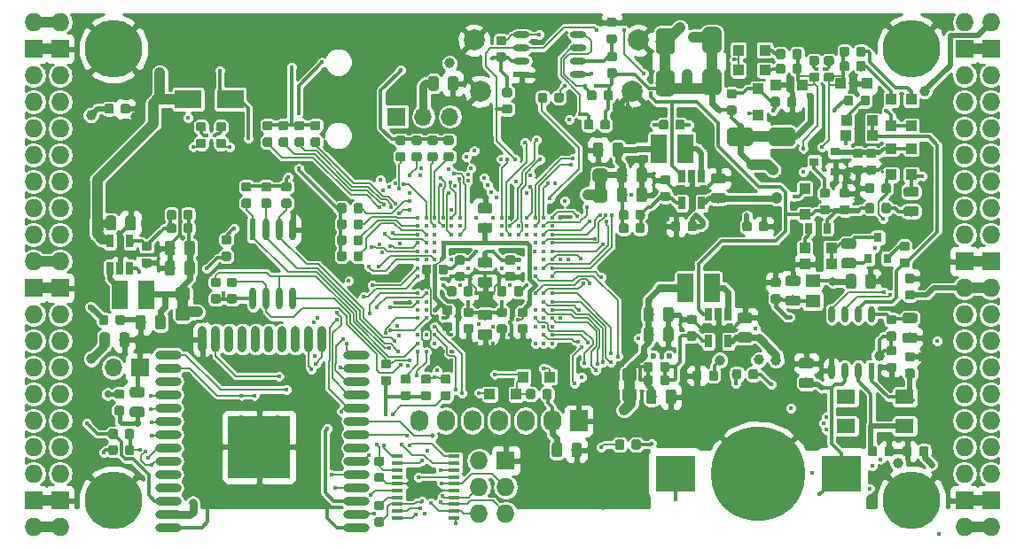
<source format=gbl>
G04 #@! TF.GenerationSoftware,KiCad,Pcbnew,5.0.0+dfsg1-2*
G04 #@! TF.CreationDate,2018-09-17T11:55:28+02:00*
G04 #@! TF.ProjectId,ulx3s,756C7833732E6B696361645F70636200,rev?*
G04 #@! TF.SameCoordinates,Original*
G04 #@! TF.FileFunction,Copper,L4,Bot,Signal*
G04 #@! TF.FilePolarity,Positive*
%FSLAX46Y46*%
G04 Gerber Fmt 4.6, Leading zero omitted, Abs format (unit mm)*
G04 Created by KiCad (PCBNEW 5.0.0+dfsg1-2) date Mon Sep 17 11:55:28 2018*
%MOMM*%
%LPD*%
G01*
G04 APERTURE LIST*
G04 #@! TA.AperFunction,EtchedComponent*
%ADD10C,1.000000*%
G04 #@! TD*
G04 #@! TA.AperFunction,Conductor*
%ADD11C,0.100000*%
G04 #@! TD*
G04 #@! TA.AperFunction,SMDPad,CuDef*
%ADD12C,1.295000*%
G04 #@! TD*
G04 #@! TA.AperFunction,SMDPad,CuDef*
%ADD13C,1.800000*%
G04 #@! TD*
G04 #@! TA.AperFunction,SMDPad,CuDef*
%ADD14O,1.100000X0.400000*%
G04 #@! TD*
G04 #@! TA.AperFunction,SMDPad,CuDef*
%ADD15R,1.100000X0.400000*%
G04 #@! TD*
G04 #@! TA.AperFunction,SMDPad,CuDef*
%ADD16C,0.975000*%
G04 #@! TD*
G04 #@! TA.AperFunction,SMDPad,CuDef*
%ADD17C,0.875000*%
G04 #@! TD*
G04 #@! TA.AperFunction,SMDPad,CuDef*
%ADD18R,0.900000X0.800000*%
G04 #@! TD*
G04 #@! TA.AperFunction,SMDPad,CuDef*
%ADD19R,1.000000X1.000000*%
G04 #@! TD*
G04 #@! TA.AperFunction,SMDPad,CuDef*
%ADD20R,0.700000X1.200000*%
G04 #@! TD*
G04 #@! TA.AperFunction,ComponentPad*
%ADD21C,2.000000*%
G04 #@! TD*
G04 #@! TA.AperFunction,SMDPad,CuDef*
%ADD22R,3.700000X3.500000*%
G04 #@! TD*
G04 #@! TA.AperFunction,BGAPad,CuDef*
%ADD23C,9.000000*%
G04 #@! TD*
G04 #@! TA.AperFunction,SMDPad,CuDef*
%ADD24R,1.800000X1.400000*%
G04 #@! TD*
G04 #@! TA.AperFunction,ComponentPad*
%ADD25R,1.727200X2.032000*%
G04 #@! TD*
G04 #@! TA.AperFunction,ComponentPad*
%ADD26O,1.727200X2.032000*%
G04 #@! TD*
G04 #@! TA.AperFunction,SMDPad,CuDef*
%ADD27R,0.600000X1.550000*%
G04 #@! TD*
G04 #@! TA.AperFunction,SMDPad,CuDef*
%ADD28O,0.600000X1.550000*%
G04 #@! TD*
G04 #@! TA.AperFunction,SMDPad,CuDef*
%ADD29R,1.550000X0.600000*%
G04 #@! TD*
G04 #@! TA.AperFunction,SMDPad,CuDef*
%ADD30O,1.550000X0.600000*%
G04 #@! TD*
G04 #@! TA.AperFunction,SMDPad,CuDef*
%ADD31R,0.600000X2.100000*%
G04 #@! TD*
G04 #@! TA.AperFunction,SMDPad,CuDef*
%ADD32O,0.600000X2.100000*%
G04 #@! TD*
G04 #@! TA.AperFunction,SMDPad,CuDef*
%ADD33O,2.500000X0.900000*%
G04 #@! TD*
G04 #@! TA.AperFunction,SMDPad,CuDef*
%ADD34O,0.900000X2.500000*%
G04 #@! TD*
G04 #@! TA.AperFunction,SMDPad,CuDef*
%ADD35R,6.000000X6.000000*%
G04 #@! TD*
G04 #@! TA.AperFunction,ComponentPad*
%ADD36O,1.727200X1.727200*%
G04 #@! TD*
G04 #@! TA.AperFunction,ComponentPad*
%ADD37R,1.727200X1.727200*%
G04 #@! TD*
G04 #@! TA.AperFunction,ComponentPad*
%ADD38C,5.500000*%
G04 #@! TD*
G04 #@! TA.AperFunction,BGAPad,CuDef*
%ADD39C,0.300000*%
G04 #@! TD*
G04 #@! TA.AperFunction,ComponentPad*
%ADD40R,1.700000X1.700000*%
G04 #@! TD*
G04 #@! TA.AperFunction,ComponentPad*
%ADD41O,1.700000X1.700000*%
G04 #@! TD*
G04 #@! TA.AperFunction,SMDPad,CuDef*
%ADD42R,1.500000X2.700000*%
G04 #@! TD*
G04 #@! TA.AperFunction,SMDPad,CuDef*
%ADD43R,0.670000X1.000000*%
G04 #@! TD*
G04 #@! TA.AperFunction,SMDPad,CuDef*
%ADD44R,2.500000X1.800000*%
G04 #@! TD*
G04 #@! TA.AperFunction,SMDPad,CuDef*
%ADD45R,0.800000X0.900000*%
G04 #@! TD*
G04 #@! TA.AperFunction,SMDPad,CuDef*
%ADD46R,1.400000X1.295000*%
G04 #@! TD*
G04 #@! TA.AperFunction,ViaPad*
%ADD47C,2.000000*%
G04 #@! TD*
G04 #@! TA.AperFunction,ViaPad*
%ADD48C,0.419000*%
G04 #@! TD*
G04 #@! TA.AperFunction,ViaPad*
%ADD49C,1.000000*%
G04 #@! TD*
G04 #@! TA.AperFunction,ViaPad*
%ADD50C,0.600000*%
G04 #@! TD*
G04 #@! TA.AperFunction,ViaPad*
%ADD51C,0.800000*%
G04 #@! TD*
G04 #@! TA.AperFunction,ViaPad*
%ADD52C,0.500000*%
G04 #@! TD*
G04 #@! TA.AperFunction,ViaPad*
%ADD53C,0.700000*%
G04 #@! TD*
G04 #@! TA.AperFunction,ViaPad*
%ADD54C,0.454000*%
G04 #@! TD*
G04 #@! TA.AperFunction,Conductor*
%ADD55C,0.300000*%
G04 #@! TD*
G04 #@! TA.AperFunction,Conductor*
%ADD56C,0.400000*%
G04 #@! TD*
G04 #@! TA.AperFunction,Conductor*
%ADD57C,1.000000*%
G04 #@! TD*
G04 #@! TA.AperFunction,Conductor*
%ADD58C,0.600000*%
G04 #@! TD*
G04 #@! TA.AperFunction,Conductor*
%ADD59C,0.127000*%
G04 #@! TD*
G04 #@! TA.AperFunction,Conductor*
%ADD60C,0.190000*%
G04 #@! TD*
G04 #@! TA.AperFunction,Conductor*
%ADD61C,0.500000*%
G04 #@! TD*
G04 #@! TA.AperFunction,Conductor*
%ADD62C,0.700000*%
G04 #@! TD*
G04 #@! TA.AperFunction,Conductor*
%ADD63C,0.800000*%
G04 #@! TD*
G04 #@! TA.AperFunction,Conductor*
%ADD64C,0.200000*%
G04 #@! TD*
G04 #@! TA.AperFunction,Conductor*
%ADD65C,0.254000*%
G04 #@! TD*
G04 APERTURE END LIST*
D10*
G04 #@! TO.C,RP2*
X109609000Y-88632000D02*
X109609000Y-90632000D01*
G04 #@! TO.C,RP3*
X149472000Y-77311000D02*
X149472000Y-79311000D01*
G04 #@! TO.C,RP1*
X152281000Y-96361000D02*
X152281000Y-98361000D01*
G04 #@! TO.C,D52*
X160155000Y-64391000D02*
X160155000Y-68391000D01*
G04 #@! TO.C,D51*
X155710000Y-68518000D02*
X155710000Y-64518000D01*
G04 #@! TO.C,D9*
X166854000Y-73630000D02*
X162854000Y-73630000D01*
G04 #@! TD*
D11*
G04 #@! TO.N,+2V5*
G04 #@! TO.C,RP2*
G36*
X110016983Y-89953559D02*
X110048410Y-89958221D01*
X110079230Y-89965941D01*
X110109144Y-89976644D01*
X110137865Y-89990228D01*
X110165116Y-90006562D01*
X110190635Y-90025488D01*
X110214176Y-90046824D01*
X110235512Y-90070365D01*
X110254438Y-90095884D01*
X110270772Y-90123135D01*
X110284356Y-90151856D01*
X110295059Y-90181770D01*
X110302779Y-90212590D01*
X110307441Y-90244017D01*
X110309000Y-90275750D01*
X110309000Y-90923250D01*
X110307441Y-90954983D01*
X110302779Y-90986410D01*
X110295059Y-91017230D01*
X110284356Y-91047144D01*
X110270772Y-91075865D01*
X110254438Y-91103116D01*
X110235512Y-91128635D01*
X110214176Y-91152176D01*
X110190635Y-91173512D01*
X110165116Y-91192438D01*
X110137865Y-91208772D01*
X110109144Y-91222356D01*
X110079230Y-91233059D01*
X110048410Y-91240779D01*
X110016983Y-91245441D01*
X109985250Y-91247000D01*
X109232750Y-91247000D01*
X109201017Y-91245441D01*
X109169590Y-91240779D01*
X109138770Y-91233059D01*
X109108856Y-91222356D01*
X109080135Y-91208772D01*
X109052884Y-91192438D01*
X109027365Y-91173512D01*
X109003824Y-91152176D01*
X108982488Y-91128635D01*
X108963562Y-91103116D01*
X108947228Y-91075865D01*
X108933644Y-91047144D01*
X108922941Y-91017230D01*
X108915221Y-90986410D01*
X108910559Y-90954983D01*
X108909000Y-90923250D01*
X108909000Y-90275750D01*
X108910559Y-90244017D01*
X108915221Y-90212590D01*
X108922941Y-90181770D01*
X108933644Y-90151856D01*
X108947228Y-90123135D01*
X108963562Y-90095884D01*
X108982488Y-90070365D01*
X109003824Y-90046824D01*
X109027365Y-90025488D01*
X109052884Y-90006562D01*
X109080135Y-89990228D01*
X109108856Y-89976644D01*
X109138770Y-89965941D01*
X109169590Y-89958221D01*
X109201017Y-89953559D01*
X109232750Y-89952000D01*
X109985250Y-89952000D01*
X110016983Y-89953559D01*
X110016983Y-89953559D01*
G37*
D12*
G04 #@! TD*
G04 #@! TO.P,RP2,2*
G04 #@! TO.N,+2V5*
X109609000Y-90599500D03*
D11*
G04 #@! TO.N,/power/P2V5*
G04 #@! TO.C,RP2*
G36*
X110016983Y-88018559D02*
X110048410Y-88023221D01*
X110079230Y-88030941D01*
X110109144Y-88041644D01*
X110137865Y-88055228D01*
X110165116Y-88071562D01*
X110190635Y-88090488D01*
X110214176Y-88111824D01*
X110235512Y-88135365D01*
X110254438Y-88160884D01*
X110270772Y-88188135D01*
X110284356Y-88216856D01*
X110295059Y-88246770D01*
X110302779Y-88277590D01*
X110307441Y-88309017D01*
X110309000Y-88340750D01*
X110309000Y-88988250D01*
X110307441Y-89019983D01*
X110302779Y-89051410D01*
X110295059Y-89082230D01*
X110284356Y-89112144D01*
X110270772Y-89140865D01*
X110254438Y-89168116D01*
X110235512Y-89193635D01*
X110214176Y-89217176D01*
X110190635Y-89238512D01*
X110165116Y-89257438D01*
X110137865Y-89273772D01*
X110109144Y-89287356D01*
X110079230Y-89298059D01*
X110048410Y-89305779D01*
X110016983Y-89310441D01*
X109985250Y-89312000D01*
X109232750Y-89312000D01*
X109201017Y-89310441D01*
X109169590Y-89305779D01*
X109138770Y-89298059D01*
X109108856Y-89287356D01*
X109080135Y-89273772D01*
X109052884Y-89257438D01*
X109027365Y-89238512D01*
X109003824Y-89217176D01*
X108982488Y-89193635D01*
X108963562Y-89168116D01*
X108947228Y-89140865D01*
X108933644Y-89112144D01*
X108922941Y-89082230D01*
X108915221Y-89051410D01*
X108910559Y-89019983D01*
X108909000Y-88988250D01*
X108909000Y-88340750D01*
X108910559Y-88309017D01*
X108915221Y-88277590D01*
X108922941Y-88246770D01*
X108933644Y-88216856D01*
X108947228Y-88188135D01*
X108963562Y-88160884D01*
X108982488Y-88135365D01*
X109003824Y-88111824D01*
X109027365Y-88090488D01*
X109052884Y-88071562D01*
X109080135Y-88055228D01*
X109108856Y-88041644D01*
X109138770Y-88030941D01*
X109169590Y-88023221D01*
X109201017Y-88018559D01*
X109232750Y-88017000D01*
X109985250Y-88017000D01*
X110016983Y-88018559D01*
X110016983Y-88018559D01*
G37*
D12*
G04 #@! TD*
G04 #@! TO.P,RP2,1*
G04 #@! TO.N,/power/P2V5*
X109609000Y-88664500D03*
D11*
G04 #@! TO.N,+3V3*
G04 #@! TO.C,RP3*
G36*
X149879983Y-78632559D02*
X149911410Y-78637221D01*
X149942230Y-78644941D01*
X149972144Y-78655644D01*
X150000865Y-78669228D01*
X150028116Y-78685562D01*
X150053635Y-78704488D01*
X150077176Y-78725824D01*
X150098512Y-78749365D01*
X150117438Y-78774884D01*
X150133772Y-78802135D01*
X150147356Y-78830856D01*
X150158059Y-78860770D01*
X150165779Y-78891590D01*
X150170441Y-78923017D01*
X150172000Y-78954750D01*
X150172000Y-79602250D01*
X150170441Y-79633983D01*
X150165779Y-79665410D01*
X150158059Y-79696230D01*
X150147356Y-79726144D01*
X150133772Y-79754865D01*
X150117438Y-79782116D01*
X150098512Y-79807635D01*
X150077176Y-79831176D01*
X150053635Y-79852512D01*
X150028116Y-79871438D01*
X150000865Y-79887772D01*
X149972144Y-79901356D01*
X149942230Y-79912059D01*
X149911410Y-79919779D01*
X149879983Y-79924441D01*
X149848250Y-79926000D01*
X149095750Y-79926000D01*
X149064017Y-79924441D01*
X149032590Y-79919779D01*
X149001770Y-79912059D01*
X148971856Y-79901356D01*
X148943135Y-79887772D01*
X148915884Y-79871438D01*
X148890365Y-79852512D01*
X148866824Y-79831176D01*
X148845488Y-79807635D01*
X148826562Y-79782116D01*
X148810228Y-79754865D01*
X148796644Y-79726144D01*
X148785941Y-79696230D01*
X148778221Y-79665410D01*
X148773559Y-79633983D01*
X148772000Y-79602250D01*
X148772000Y-78954750D01*
X148773559Y-78923017D01*
X148778221Y-78891590D01*
X148785941Y-78860770D01*
X148796644Y-78830856D01*
X148810228Y-78802135D01*
X148826562Y-78774884D01*
X148845488Y-78749365D01*
X148866824Y-78725824D01*
X148890365Y-78704488D01*
X148915884Y-78685562D01*
X148943135Y-78669228D01*
X148971856Y-78655644D01*
X149001770Y-78644941D01*
X149032590Y-78637221D01*
X149064017Y-78632559D01*
X149095750Y-78631000D01*
X149848250Y-78631000D01*
X149879983Y-78632559D01*
X149879983Y-78632559D01*
G37*
D12*
G04 #@! TD*
G04 #@! TO.P,RP3,2*
G04 #@! TO.N,+3V3*
X149472000Y-79278500D03*
D11*
G04 #@! TO.N,/power/P3V3*
G04 #@! TO.C,RP3*
G36*
X149879983Y-76697559D02*
X149911410Y-76702221D01*
X149942230Y-76709941D01*
X149972144Y-76720644D01*
X150000865Y-76734228D01*
X150028116Y-76750562D01*
X150053635Y-76769488D01*
X150077176Y-76790824D01*
X150098512Y-76814365D01*
X150117438Y-76839884D01*
X150133772Y-76867135D01*
X150147356Y-76895856D01*
X150158059Y-76925770D01*
X150165779Y-76956590D01*
X150170441Y-76988017D01*
X150172000Y-77019750D01*
X150172000Y-77667250D01*
X150170441Y-77698983D01*
X150165779Y-77730410D01*
X150158059Y-77761230D01*
X150147356Y-77791144D01*
X150133772Y-77819865D01*
X150117438Y-77847116D01*
X150098512Y-77872635D01*
X150077176Y-77896176D01*
X150053635Y-77917512D01*
X150028116Y-77936438D01*
X150000865Y-77952772D01*
X149972144Y-77966356D01*
X149942230Y-77977059D01*
X149911410Y-77984779D01*
X149879983Y-77989441D01*
X149848250Y-77991000D01*
X149095750Y-77991000D01*
X149064017Y-77989441D01*
X149032590Y-77984779D01*
X149001770Y-77977059D01*
X148971856Y-77966356D01*
X148943135Y-77952772D01*
X148915884Y-77936438D01*
X148890365Y-77917512D01*
X148866824Y-77896176D01*
X148845488Y-77872635D01*
X148826562Y-77847116D01*
X148810228Y-77819865D01*
X148796644Y-77791144D01*
X148785941Y-77761230D01*
X148778221Y-77730410D01*
X148773559Y-77698983D01*
X148772000Y-77667250D01*
X148772000Y-77019750D01*
X148773559Y-76988017D01*
X148778221Y-76956590D01*
X148785941Y-76925770D01*
X148796644Y-76895856D01*
X148810228Y-76867135D01*
X148826562Y-76839884D01*
X148845488Y-76814365D01*
X148866824Y-76790824D01*
X148890365Y-76769488D01*
X148915884Y-76750562D01*
X148943135Y-76734228D01*
X148971856Y-76720644D01*
X149001770Y-76709941D01*
X149032590Y-76702221D01*
X149064017Y-76697559D01*
X149095750Y-76696000D01*
X149848250Y-76696000D01*
X149879983Y-76697559D01*
X149879983Y-76697559D01*
G37*
D12*
G04 #@! TD*
G04 #@! TO.P,RP3,1*
G04 #@! TO.N,/power/P3V3*
X149472000Y-77343500D03*
D11*
G04 #@! TO.N,+1V1*
G04 #@! TO.C,RP1*
G36*
X152688983Y-97682559D02*
X152720410Y-97687221D01*
X152751230Y-97694941D01*
X152781144Y-97705644D01*
X152809865Y-97719228D01*
X152837116Y-97735562D01*
X152862635Y-97754488D01*
X152886176Y-97775824D01*
X152907512Y-97799365D01*
X152926438Y-97824884D01*
X152942772Y-97852135D01*
X152956356Y-97880856D01*
X152967059Y-97910770D01*
X152974779Y-97941590D01*
X152979441Y-97973017D01*
X152981000Y-98004750D01*
X152981000Y-98652250D01*
X152979441Y-98683983D01*
X152974779Y-98715410D01*
X152967059Y-98746230D01*
X152956356Y-98776144D01*
X152942772Y-98804865D01*
X152926438Y-98832116D01*
X152907512Y-98857635D01*
X152886176Y-98881176D01*
X152862635Y-98902512D01*
X152837116Y-98921438D01*
X152809865Y-98937772D01*
X152781144Y-98951356D01*
X152751230Y-98962059D01*
X152720410Y-98969779D01*
X152688983Y-98974441D01*
X152657250Y-98976000D01*
X151904750Y-98976000D01*
X151873017Y-98974441D01*
X151841590Y-98969779D01*
X151810770Y-98962059D01*
X151780856Y-98951356D01*
X151752135Y-98937772D01*
X151724884Y-98921438D01*
X151699365Y-98902512D01*
X151675824Y-98881176D01*
X151654488Y-98857635D01*
X151635562Y-98832116D01*
X151619228Y-98804865D01*
X151605644Y-98776144D01*
X151594941Y-98746230D01*
X151587221Y-98715410D01*
X151582559Y-98683983D01*
X151581000Y-98652250D01*
X151581000Y-98004750D01*
X151582559Y-97973017D01*
X151587221Y-97941590D01*
X151594941Y-97910770D01*
X151605644Y-97880856D01*
X151619228Y-97852135D01*
X151635562Y-97824884D01*
X151654488Y-97799365D01*
X151675824Y-97775824D01*
X151699365Y-97754488D01*
X151724884Y-97735562D01*
X151752135Y-97719228D01*
X151780856Y-97705644D01*
X151810770Y-97694941D01*
X151841590Y-97687221D01*
X151873017Y-97682559D01*
X151904750Y-97681000D01*
X152657250Y-97681000D01*
X152688983Y-97682559D01*
X152688983Y-97682559D01*
G37*
D12*
G04 #@! TD*
G04 #@! TO.P,RP1,2*
G04 #@! TO.N,+1V1*
X152281000Y-98328500D03*
D11*
G04 #@! TO.N,/power/P1V1*
G04 #@! TO.C,RP1*
G36*
X152688983Y-95747559D02*
X152720410Y-95752221D01*
X152751230Y-95759941D01*
X152781144Y-95770644D01*
X152809865Y-95784228D01*
X152837116Y-95800562D01*
X152862635Y-95819488D01*
X152886176Y-95840824D01*
X152907512Y-95864365D01*
X152926438Y-95889884D01*
X152942772Y-95917135D01*
X152956356Y-95945856D01*
X152967059Y-95975770D01*
X152974779Y-96006590D01*
X152979441Y-96038017D01*
X152981000Y-96069750D01*
X152981000Y-96717250D01*
X152979441Y-96748983D01*
X152974779Y-96780410D01*
X152967059Y-96811230D01*
X152956356Y-96841144D01*
X152942772Y-96869865D01*
X152926438Y-96897116D01*
X152907512Y-96922635D01*
X152886176Y-96946176D01*
X152862635Y-96967512D01*
X152837116Y-96986438D01*
X152809865Y-97002772D01*
X152781144Y-97016356D01*
X152751230Y-97027059D01*
X152720410Y-97034779D01*
X152688983Y-97039441D01*
X152657250Y-97041000D01*
X151904750Y-97041000D01*
X151873017Y-97039441D01*
X151841590Y-97034779D01*
X151810770Y-97027059D01*
X151780856Y-97016356D01*
X151752135Y-97002772D01*
X151724884Y-96986438D01*
X151699365Y-96967512D01*
X151675824Y-96946176D01*
X151654488Y-96922635D01*
X151635562Y-96897116D01*
X151619228Y-96869865D01*
X151605644Y-96841144D01*
X151594941Y-96811230D01*
X151587221Y-96780410D01*
X151582559Y-96748983D01*
X151581000Y-96717250D01*
X151581000Y-96069750D01*
X151582559Y-96038017D01*
X151587221Y-96006590D01*
X151594941Y-95975770D01*
X151605644Y-95945856D01*
X151619228Y-95917135D01*
X151635562Y-95889884D01*
X151654488Y-95864365D01*
X151675824Y-95840824D01*
X151699365Y-95819488D01*
X151724884Y-95800562D01*
X151752135Y-95784228D01*
X151780856Y-95770644D01*
X151810770Y-95759941D01*
X151841590Y-95752221D01*
X151873017Y-95747559D01*
X151904750Y-95746000D01*
X152657250Y-95746000D01*
X152688983Y-95747559D01*
X152688983Y-95747559D01*
G37*
D12*
G04 #@! TD*
G04 #@! TO.P,RP1,1*
G04 #@! TO.N,/power/P1V1*
X152281000Y-96393500D03*
D11*
G04 #@! TO.N,+5V*
G04 #@! TO.C,D52*
G36*
X160649108Y-67143167D02*
X160692791Y-67149647D01*
X160735628Y-67160377D01*
X160777208Y-67175254D01*
X160817129Y-67194135D01*
X160855007Y-67216839D01*
X160890477Y-67243145D01*
X160923198Y-67272802D01*
X160952855Y-67305523D01*
X160979161Y-67340993D01*
X161001865Y-67378871D01*
X161020746Y-67418792D01*
X161035623Y-67460372D01*
X161046353Y-67503209D01*
X161052833Y-67546892D01*
X161055000Y-67591000D01*
X161055000Y-69191000D01*
X161052833Y-69235108D01*
X161046353Y-69278791D01*
X161035623Y-69321628D01*
X161020746Y-69363208D01*
X161001865Y-69403129D01*
X160979161Y-69441007D01*
X160952855Y-69476477D01*
X160923198Y-69509198D01*
X160890477Y-69538855D01*
X160855007Y-69565161D01*
X160817129Y-69587865D01*
X160777208Y-69606746D01*
X160735628Y-69621623D01*
X160692791Y-69632353D01*
X160649108Y-69638833D01*
X160605000Y-69641000D01*
X159705000Y-69641000D01*
X159660892Y-69638833D01*
X159617209Y-69632353D01*
X159574372Y-69621623D01*
X159532792Y-69606746D01*
X159492871Y-69587865D01*
X159454993Y-69565161D01*
X159419523Y-69538855D01*
X159386802Y-69509198D01*
X159357145Y-69476477D01*
X159330839Y-69441007D01*
X159308135Y-69403129D01*
X159289254Y-69363208D01*
X159274377Y-69321628D01*
X159263647Y-69278791D01*
X159257167Y-69235108D01*
X159255000Y-69191000D01*
X159255000Y-67591000D01*
X159257167Y-67546892D01*
X159263647Y-67503209D01*
X159274377Y-67460372D01*
X159289254Y-67418792D01*
X159308135Y-67378871D01*
X159330839Y-67340993D01*
X159357145Y-67305523D01*
X159386802Y-67272802D01*
X159419523Y-67243145D01*
X159454993Y-67216839D01*
X159492871Y-67194135D01*
X159532792Y-67175254D01*
X159574372Y-67160377D01*
X159617209Y-67149647D01*
X159660892Y-67143167D01*
X159705000Y-67141000D01*
X160605000Y-67141000D01*
X160649108Y-67143167D01*
X160649108Y-67143167D01*
G37*
D13*
G04 #@! TD*
G04 #@! TO.P,D52,2*
G04 #@! TO.N,+5V*
X160155000Y-68391000D03*
D11*
G04 #@! TO.N,/gpio/OUT5V*
G04 #@! TO.C,D52*
G36*
X160649108Y-63143167D02*
X160692791Y-63149647D01*
X160735628Y-63160377D01*
X160777208Y-63175254D01*
X160817129Y-63194135D01*
X160855007Y-63216839D01*
X160890477Y-63243145D01*
X160923198Y-63272802D01*
X160952855Y-63305523D01*
X160979161Y-63340993D01*
X161001865Y-63378871D01*
X161020746Y-63418792D01*
X161035623Y-63460372D01*
X161046353Y-63503209D01*
X161052833Y-63546892D01*
X161055000Y-63591000D01*
X161055000Y-65191000D01*
X161052833Y-65235108D01*
X161046353Y-65278791D01*
X161035623Y-65321628D01*
X161020746Y-65363208D01*
X161001865Y-65403129D01*
X160979161Y-65441007D01*
X160952855Y-65476477D01*
X160923198Y-65509198D01*
X160890477Y-65538855D01*
X160855007Y-65565161D01*
X160817129Y-65587865D01*
X160777208Y-65606746D01*
X160735628Y-65621623D01*
X160692791Y-65632353D01*
X160649108Y-65638833D01*
X160605000Y-65641000D01*
X159705000Y-65641000D01*
X159660892Y-65638833D01*
X159617209Y-65632353D01*
X159574372Y-65621623D01*
X159532792Y-65606746D01*
X159492871Y-65587865D01*
X159454993Y-65565161D01*
X159419523Y-65538855D01*
X159386802Y-65509198D01*
X159357145Y-65476477D01*
X159330839Y-65441007D01*
X159308135Y-65403129D01*
X159289254Y-65363208D01*
X159274377Y-65321628D01*
X159263647Y-65278791D01*
X159257167Y-65235108D01*
X159255000Y-65191000D01*
X159255000Y-63591000D01*
X159257167Y-63546892D01*
X159263647Y-63503209D01*
X159274377Y-63460372D01*
X159289254Y-63418792D01*
X159308135Y-63378871D01*
X159330839Y-63340993D01*
X159357145Y-63305523D01*
X159386802Y-63272802D01*
X159419523Y-63243145D01*
X159454993Y-63216839D01*
X159492871Y-63194135D01*
X159532792Y-63175254D01*
X159574372Y-63160377D01*
X159617209Y-63149647D01*
X159660892Y-63143167D01*
X159705000Y-63141000D01*
X160605000Y-63141000D01*
X160649108Y-63143167D01*
X160649108Y-63143167D01*
G37*
D13*
G04 #@! TD*
G04 #@! TO.P,D52,1*
G04 #@! TO.N,/gpio/OUT5V*
X160155000Y-64391000D03*
D11*
G04 #@! TO.N,/gpio/IN5V*
G04 #@! TO.C,D51*
G36*
X156204108Y-63270167D02*
X156247791Y-63276647D01*
X156290628Y-63287377D01*
X156332208Y-63302254D01*
X156372129Y-63321135D01*
X156410007Y-63343839D01*
X156445477Y-63370145D01*
X156478198Y-63399802D01*
X156507855Y-63432523D01*
X156534161Y-63467993D01*
X156556865Y-63505871D01*
X156575746Y-63545792D01*
X156590623Y-63587372D01*
X156601353Y-63630209D01*
X156607833Y-63673892D01*
X156610000Y-63718000D01*
X156610000Y-65318000D01*
X156607833Y-65362108D01*
X156601353Y-65405791D01*
X156590623Y-65448628D01*
X156575746Y-65490208D01*
X156556865Y-65530129D01*
X156534161Y-65568007D01*
X156507855Y-65603477D01*
X156478198Y-65636198D01*
X156445477Y-65665855D01*
X156410007Y-65692161D01*
X156372129Y-65714865D01*
X156332208Y-65733746D01*
X156290628Y-65748623D01*
X156247791Y-65759353D01*
X156204108Y-65765833D01*
X156160000Y-65768000D01*
X155260000Y-65768000D01*
X155215892Y-65765833D01*
X155172209Y-65759353D01*
X155129372Y-65748623D01*
X155087792Y-65733746D01*
X155047871Y-65714865D01*
X155009993Y-65692161D01*
X154974523Y-65665855D01*
X154941802Y-65636198D01*
X154912145Y-65603477D01*
X154885839Y-65568007D01*
X154863135Y-65530129D01*
X154844254Y-65490208D01*
X154829377Y-65448628D01*
X154818647Y-65405791D01*
X154812167Y-65362108D01*
X154810000Y-65318000D01*
X154810000Y-63718000D01*
X154812167Y-63673892D01*
X154818647Y-63630209D01*
X154829377Y-63587372D01*
X154844254Y-63545792D01*
X154863135Y-63505871D01*
X154885839Y-63467993D01*
X154912145Y-63432523D01*
X154941802Y-63399802D01*
X154974523Y-63370145D01*
X155009993Y-63343839D01*
X155047871Y-63321135D01*
X155087792Y-63302254D01*
X155129372Y-63287377D01*
X155172209Y-63276647D01*
X155215892Y-63270167D01*
X155260000Y-63268000D01*
X156160000Y-63268000D01*
X156204108Y-63270167D01*
X156204108Y-63270167D01*
G37*
D13*
G04 #@! TD*
G04 #@! TO.P,D51,2*
G04 #@! TO.N,/gpio/IN5V*
X155710000Y-64518000D03*
D11*
G04 #@! TO.N,+5V*
G04 #@! TO.C,D51*
G36*
X156204108Y-67270167D02*
X156247791Y-67276647D01*
X156290628Y-67287377D01*
X156332208Y-67302254D01*
X156372129Y-67321135D01*
X156410007Y-67343839D01*
X156445477Y-67370145D01*
X156478198Y-67399802D01*
X156507855Y-67432523D01*
X156534161Y-67467993D01*
X156556865Y-67505871D01*
X156575746Y-67545792D01*
X156590623Y-67587372D01*
X156601353Y-67630209D01*
X156607833Y-67673892D01*
X156610000Y-67718000D01*
X156610000Y-69318000D01*
X156607833Y-69362108D01*
X156601353Y-69405791D01*
X156590623Y-69448628D01*
X156575746Y-69490208D01*
X156556865Y-69530129D01*
X156534161Y-69568007D01*
X156507855Y-69603477D01*
X156478198Y-69636198D01*
X156445477Y-69665855D01*
X156410007Y-69692161D01*
X156372129Y-69714865D01*
X156332208Y-69733746D01*
X156290628Y-69748623D01*
X156247791Y-69759353D01*
X156204108Y-69765833D01*
X156160000Y-69768000D01*
X155260000Y-69768000D01*
X155215892Y-69765833D01*
X155172209Y-69759353D01*
X155129372Y-69748623D01*
X155087792Y-69733746D01*
X155047871Y-69714865D01*
X155009993Y-69692161D01*
X154974523Y-69665855D01*
X154941802Y-69636198D01*
X154912145Y-69603477D01*
X154885839Y-69568007D01*
X154863135Y-69530129D01*
X154844254Y-69490208D01*
X154829377Y-69448628D01*
X154818647Y-69405791D01*
X154812167Y-69362108D01*
X154810000Y-69318000D01*
X154810000Y-67718000D01*
X154812167Y-67673892D01*
X154818647Y-67630209D01*
X154829377Y-67587372D01*
X154844254Y-67545792D01*
X154863135Y-67505871D01*
X154885839Y-67467993D01*
X154912145Y-67432523D01*
X154941802Y-67399802D01*
X154974523Y-67370145D01*
X155009993Y-67343839D01*
X155047871Y-67321135D01*
X155087792Y-67302254D01*
X155129372Y-67287377D01*
X155172209Y-67276647D01*
X155215892Y-67270167D01*
X155260000Y-67268000D01*
X156160000Y-67268000D01*
X156204108Y-67270167D01*
X156204108Y-67270167D01*
G37*
D13*
G04 #@! TD*
G04 #@! TO.P,D51,1*
G04 #@! TO.N,+5V*
X155710000Y-68518000D03*
D11*
G04 #@! TO.N,+5V*
G04 #@! TO.C,D9*
G36*
X163698108Y-72732167D02*
X163741791Y-72738647D01*
X163784628Y-72749377D01*
X163826208Y-72764254D01*
X163866129Y-72783135D01*
X163904007Y-72805839D01*
X163939477Y-72832145D01*
X163972198Y-72861802D01*
X164001855Y-72894523D01*
X164028161Y-72929993D01*
X164050865Y-72967871D01*
X164069746Y-73007792D01*
X164084623Y-73049372D01*
X164095353Y-73092209D01*
X164101833Y-73135892D01*
X164104000Y-73180000D01*
X164104000Y-74080000D01*
X164101833Y-74124108D01*
X164095353Y-74167791D01*
X164084623Y-74210628D01*
X164069746Y-74252208D01*
X164050865Y-74292129D01*
X164028161Y-74330007D01*
X164001855Y-74365477D01*
X163972198Y-74398198D01*
X163939477Y-74427855D01*
X163904007Y-74454161D01*
X163866129Y-74476865D01*
X163826208Y-74495746D01*
X163784628Y-74510623D01*
X163741791Y-74521353D01*
X163698108Y-74527833D01*
X163654000Y-74530000D01*
X162054000Y-74530000D01*
X162009892Y-74527833D01*
X161966209Y-74521353D01*
X161923372Y-74510623D01*
X161881792Y-74495746D01*
X161841871Y-74476865D01*
X161803993Y-74454161D01*
X161768523Y-74427855D01*
X161735802Y-74398198D01*
X161706145Y-74365477D01*
X161679839Y-74330007D01*
X161657135Y-74292129D01*
X161638254Y-74252208D01*
X161623377Y-74210628D01*
X161612647Y-74167791D01*
X161606167Y-74124108D01*
X161604000Y-74080000D01*
X161604000Y-73180000D01*
X161606167Y-73135892D01*
X161612647Y-73092209D01*
X161623377Y-73049372D01*
X161638254Y-73007792D01*
X161657135Y-72967871D01*
X161679839Y-72929993D01*
X161706145Y-72894523D01*
X161735802Y-72861802D01*
X161768523Y-72832145D01*
X161803993Y-72805839D01*
X161841871Y-72783135D01*
X161881792Y-72764254D01*
X161923372Y-72749377D01*
X161966209Y-72738647D01*
X162009892Y-72732167D01*
X162054000Y-72730000D01*
X163654000Y-72730000D01*
X163698108Y-72732167D01*
X163698108Y-72732167D01*
G37*
D13*
G04 #@! TD*
G04 #@! TO.P,D9,2*
G04 #@! TO.N,+5V*
X162854000Y-73630000D03*
D11*
G04 #@! TO.N,/usb/US2VBUS*
G04 #@! TO.C,D9*
G36*
X167698108Y-72732167D02*
X167741791Y-72738647D01*
X167784628Y-72749377D01*
X167826208Y-72764254D01*
X167866129Y-72783135D01*
X167904007Y-72805839D01*
X167939477Y-72832145D01*
X167972198Y-72861802D01*
X168001855Y-72894523D01*
X168028161Y-72929993D01*
X168050865Y-72967871D01*
X168069746Y-73007792D01*
X168084623Y-73049372D01*
X168095353Y-73092209D01*
X168101833Y-73135892D01*
X168104000Y-73180000D01*
X168104000Y-74080000D01*
X168101833Y-74124108D01*
X168095353Y-74167791D01*
X168084623Y-74210628D01*
X168069746Y-74252208D01*
X168050865Y-74292129D01*
X168028161Y-74330007D01*
X168001855Y-74365477D01*
X167972198Y-74398198D01*
X167939477Y-74427855D01*
X167904007Y-74454161D01*
X167866129Y-74476865D01*
X167826208Y-74495746D01*
X167784628Y-74510623D01*
X167741791Y-74521353D01*
X167698108Y-74527833D01*
X167654000Y-74530000D01*
X166054000Y-74530000D01*
X166009892Y-74527833D01*
X165966209Y-74521353D01*
X165923372Y-74510623D01*
X165881792Y-74495746D01*
X165841871Y-74476865D01*
X165803993Y-74454161D01*
X165768523Y-74427855D01*
X165735802Y-74398198D01*
X165706145Y-74365477D01*
X165679839Y-74330007D01*
X165657135Y-74292129D01*
X165638254Y-74252208D01*
X165623377Y-74210628D01*
X165612647Y-74167791D01*
X165606167Y-74124108D01*
X165604000Y-74080000D01*
X165604000Y-73180000D01*
X165606167Y-73135892D01*
X165612647Y-73092209D01*
X165623377Y-73049372D01*
X165638254Y-73007792D01*
X165657135Y-72967871D01*
X165679839Y-72929993D01*
X165706145Y-72894523D01*
X165735802Y-72861802D01*
X165768523Y-72832145D01*
X165803993Y-72805839D01*
X165841871Y-72783135D01*
X165881792Y-72764254D01*
X165923372Y-72749377D01*
X165966209Y-72738647D01*
X166009892Y-72732167D01*
X166054000Y-72730000D01*
X167654000Y-72730000D01*
X167698108Y-72732167D01*
X167698108Y-72732167D01*
G37*
D13*
G04 #@! TD*
G04 #@! TO.P,D9,1*
G04 #@! TO.N,/usb/US2VBUS*
X166854000Y-73630000D03*
D14*
G04 #@! TO.P,U6,20*
G04 #@! TO.N,FTDI_TXD*
X130135000Y-104215000D03*
G04 #@! TO.P,U6,19*
G04 #@! TO.N,FTDI_nSLEEP*
X130135000Y-104865000D03*
G04 #@! TO.P,U6,18*
G04 #@! TO.N,FTDI_TXDEN*
X130135000Y-105515000D03*
G04 #@! TO.P,U6,17*
G04 #@! TO.N,N/C*
X130135000Y-106165000D03*
G04 #@! TO.P,U6,16*
G04 #@! TO.N,GND*
X130135000Y-106815000D03*
G04 #@! TO.P,U6,15*
G04 #@! TO.N,USB5V*
X130135000Y-107465000D03*
G04 #@! TO.P,U6,14*
G04 #@! TO.N,nRESET*
X130135000Y-108115000D03*
G04 #@! TO.P,U6,13*
G04 #@! TO.N,FT2V5*
X130135000Y-108765000D03*
G04 #@! TO.P,U6,12*
G04 #@! TO.N,USB_FTDI_D-*
X130135000Y-109415000D03*
G04 #@! TO.P,U6,11*
G04 #@! TO.N,USB_FTDI_D+*
X130135000Y-110065000D03*
G04 #@! TO.P,U6,10*
G04 #@! TO.N,FTDI_nTXLED*
X135535000Y-110065000D03*
G04 #@! TO.P,U6,9*
G04 #@! TO.N,JTAG_TDO*
X135535000Y-109415000D03*
G04 #@! TO.P,U6,8*
G04 #@! TO.N,JTAG_TMS*
X135535000Y-108765000D03*
G04 #@! TO.P,U6,7*
G04 #@! TO.N,JTAG_TCK*
X135535000Y-108115000D03*
G04 #@! TO.P,U6,6*
G04 #@! TO.N,GND*
X135535000Y-107465000D03*
G04 #@! TO.P,U6,5*
G04 #@! TO.N,JTAG_TDI*
X135535000Y-106815000D03*
G04 #@! TO.P,U6,4*
G04 #@! TO.N,FTDI_RXD*
X135535000Y-106165000D03*
G04 #@! TO.P,U6,3*
G04 #@! TO.N,FT2V5*
X135535000Y-105515000D03*
G04 #@! TO.P,U6,2*
G04 #@! TO.N,FTDI_nRTS*
X135535000Y-104865000D03*
D15*
G04 #@! TO.P,U6,1*
G04 #@! TO.N,FTDI_nDTR*
X135535000Y-104215000D03*
G04 #@! TD*
D11*
G04 #@! TO.N,GND*
G04 #@! TO.C,C1*
G36*
X104908642Y-81186174D02*
X104932303Y-81189684D01*
X104955507Y-81195496D01*
X104978029Y-81203554D01*
X104999653Y-81213782D01*
X105020170Y-81226079D01*
X105039383Y-81240329D01*
X105057107Y-81256393D01*
X105073171Y-81274117D01*
X105087421Y-81293330D01*
X105099718Y-81313847D01*
X105109946Y-81335471D01*
X105118004Y-81357993D01*
X105123816Y-81381197D01*
X105127326Y-81404858D01*
X105128500Y-81428750D01*
X105128500Y-82341250D01*
X105127326Y-82365142D01*
X105123816Y-82388803D01*
X105118004Y-82412007D01*
X105109946Y-82434529D01*
X105099718Y-82456153D01*
X105087421Y-82476670D01*
X105073171Y-82495883D01*
X105057107Y-82513607D01*
X105039383Y-82529671D01*
X105020170Y-82543921D01*
X104999653Y-82556218D01*
X104978029Y-82566446D01*
X104955507Y-82574504D01*
X104932303Y-82580316D01*
X104908642Y-82583826D01*
X104884750Y-82585000D01*
X104397250Y-82585000D01*
X104373358Y-82583826D01*
X104349697Y-82580316D01*
X104326493Y-82574504D01*
X104303971Y-82566446D01*
X104282347Y-82556218D01*
X104261830Y-82543921D01*
X104242617Y-82529671D01*
X104224893Y-82513607D01*
X104208829Y-82495883D01*
X104194579Y-82476670D01*
X104182282Y-82456153D01*
X104172054Y-82434529D01*
X104163996Y-82412007D01*
X104158184Y-82388803D01*
X104154674Y-82365142D01*
X104153500Y-82341250D01*
X104153500Y-81428750D01*
X104154674Y-81404858D01*
X104158184Y-81381197D01*
X104163996Y-81357993D01*
X104172054Y-81335471D01*
X104182282Y-81313847D01*
X104194579Y-81293330D01*
X104208829Y-81274117D01*
X104224893Y-81256393D01*
X104242617Y-81240329D01*
X104261830Y-81226079D01*
X104282347Y-81213782D01*
X104303971Y-81203554D01*
X104326493Y-81195496D01*
X104349697Y-81189684D01*
X104373358Y-81186174D01*
X104397250Y-81185000D01*
X104884750Y-81185000D01*
X104908642Y-81186174D01*
X104908642Y-81186174D01*
G37*
D16*
G04 #@! TD*
G04 #@! TO.P,C1,2*
G04 #@! TO.N,GND*
X104641000Y-81885000D03*
D11*
G04 #@! TO.N,+5V*
G04 #@! TO.C,C1*
G36*
X103033642Y-81186174D02*
X103057303Y-81189684D01*
X103080507Y-81195496D01*
X103103029Y-81203554D01*
X103124653Y-81213782D01*
X103145170Y-81226079D01*
X103164383Y-81240329D01*
X103182107Y-81256393D01*
X103198171Y-81274117D01*
X103212421Y-81293330D01*
X103224718Y-81313847D01*
X103234946Y-81335471D01*
X103243004Y-81357993D01*
X103248816Y-81381197D01*
X103252326Y-81404858D01*
X103253500Y-81428750D01*
X103253500Y-82341250D01*
X103252326Y-82365142D01*
X103248816Y-82388803D01*
X103243004Y-82412007D01*
X103234946Y-82434529D01*
X103224718Y-82456153D01*
X103212421Y-82476670D01*
X103198171Y-82495883D01*
X103182107Y-82513607D01*
X103164383Y-82529671D01*
X103145170Y-82543921D01*
X103124653Y-82556218D01*
X103103029Y-82566446D01*
X103080507Y-82574504D01*
X103057303Y-82580316D01*
X103033642Y-82583826D01*
X103009750Y-82585000D01*
X102522250Y-82585000D01*
X102498358Y-82583826D01*
X102474697Y-82580316D01*
X102451493Y-82574504D01*
X102428971Y-82566446D01*
X102407347Y-82556218D01*
X102386830Y-82543921D01*
X102367617Y-82529671D01*
X102349893Y-82513607D01*
X102333829Y-82495883D01*
X102319579Y-82476670D01*
X102307282Y-82456153D01*
X102297054Y-82434529D01*
X102288996Y-82412007D01*
X102283184Y-82388803D01*
X102279674Y-82365142D01*
X102278500Y-82341250D01*
X102278500Y-81428750D01*
X102279674Y-81404858D01*
X102283184Y-81381197D01*
X102288996Y-81357993D01*
X102297054Y-81335471D01*
X102307282Y-81313847D01*
X102319579Y-81293330D01*
X102333829Y-81274117D01*
X102349893Y-81256393D01*
X102367617Y-81240329D01*
X102386830Y-81226079D01*
X102407347Y-81213782D01*
X102428971Y-81203554D01*
X102451493Y-81195496D01*
X102474697Y-81189684D01*
X102498358Y-81186174D01*
X102522250Y-81185000D01*
X103009750Y-81185000D01*
X103033642Y-81186174D01*
X103033642Y-81186174D01*
G37*
D16*
G04 #@! TD*
G04 #@! TO.P,C1,1*
G04 #@! TO.N,+5V*
X102766000Y-81885000D03*
D11*
G04 #@! TO.N,FT2V5*
G04 #@! TO.C,R9*
G36*
X128667691Y-110031053D02*
X128688926Y-110034203D01*
X128709750Y-110039419D01*
X128729962Y-110046651D01*
X128749368Y-110055830D01*
X128767781Y-110066866D01*
X128785024Y-110079654D01*
X128800930Y-110094070D01*
X128815346Y-110109976D01*
X128828134Y-110127219D01*
X128839170Y-110145632D01*
X128848349Y-110165038D01*
X128855581Y-110185250D01*
X128860797Y-110206074D01*
X128863947Y-110227309D01*
X128865000Y-110248750D01*
X128865000Y-110686250D01*
X128863947Y-110707691D01*
X128860797Y-110728926D01*
X128855581Y-110749750D01*
X128848349Y-110769962D01*
X128839170Y-110789368D01*
X128828134Y-110807781D01*
X128815346Y-110825024D01*
X128800930Y-110840930D01*
X128785024Y-110855346D01*
X128767781Y-110868134D01*
X128749368Y-110879170D01*
X128729962Y-110888349D01*
X128709750Y-110895581D01*
X128688926Y-110900797D01*
X128667691Y-110903947D01*
X128646250Y-110905000D01*
X128133750Y-110905000D01*
X128112309Y-110903947D01*
X128091074Y-110900797D01*
X128070250Y-110895581D01*
X128050038Y-110888349D01*
X128030632Y-110879170D01*
X128012219Y-110868134D01*
X127994976Y-110855346D01*
X127979070Y-110840930D01*
X127964654Y-110825024D01*
X127951866Y-110807781D01*
X127940830Y-110789368D01*
X127931651Y-110769962D01*
X127924419Y-110749750D01*
X127919203Y-110728926D01*
X127916053Y-110707691D01*
X127915000Y-110686250D01*
X127915000Y-110248750D01*
X127916053Y-110227309D01*
X127919203Y-110206074D01*
X127924419Y-110185250D01*
X127931651Y-110165038D01*
X127940830Y-110145632D01*
X127951866Y-110127219D01*
X127964654Y-110109976D01*
X127979070Y-110094070D01*
X127994976Y-110079654D01*
X128012219Y-110066866D01*
X128030632Y-110055830D01*
X128050038Y-110046651D01*
X128070250Y-110039419D01*
X128091074Y-110034203D01*
X128112309Y-110031053D01*
X128133750Y-110030000D01*
X128646250Y-110030000D01*
X128667691Y-110031053D01*
X128667691Y-110031053D01*
G37*
D17*
G04 #@! TD*
G04 #@! TO.P,R9,2*
G04 #@! TO.N,FT2V5*
X128390000Y-110467500D03*
D11*
G04 #@! TO.N,nRESET*
G04 #@! TO.C,R9*
G36*
X128667691Y-108456053D02*
X128688926Y-108459203D01*
X128709750Y-108464419D01*
X128729962Y-108471651D01*
X128749368Y-108480830D01*
X128767781Y-108491866D01*
X128785024Y-108504654D01*
X128800930Y-108519070D01*
X128815346Y-108534976D01*
X128828134Y-108552219D01*
X128839170Y-108570632D01*
X128848349Y-108590038D01*
X128855581Y-108610250D01*
X128860797Y-108631074D01*
X128863947Y-108652309D01*
X128865000Y-108673750D01*
X128865000Y-109111250D01*
X128863947Y-109132691D01*
X128860797Y-109153926D01*
X128855581Y-109174750D01*
X128848349Y-109194962D01*
X128839170Y-109214368D01*
X128828134Y-109232781D01*
X128815346Y-109250024D01*
X128800930Y-109265930D01*
X128785024Y-109280346D01*
X128767781Y-109293134D01*
X128749368Y-109304170D01*
X128729962Y-109313349D01*
X128709750Y-109320581D01*
X128688926Y-109325797D01*
X128667691Y-109328947D01*
X128646250Y-109330000D01*
X128133750Y-109330000D01*
X128112309Y-109328947D01*
X128091074Y-109325797D01*
X128070250Y-109320581D01*
X128050038Y-109313349D01*
X128030632Y-109304170D01*
X128012219Y-109293134D01*
X127994976Y-109280346D01*
X127979070Y-109265930D01*
X127964654Y-109250024D01*
X127951866Y-109232781D01*
X127940830Y-109214368D01*
X127931651Y-109194962D01*
X127924419Y-109174750D01*
X127919203Y-109153926D01*
X127916053Y-109132691D01*
X127915000Y-109111250D01*
X127915000Y-108673750D01*
X127916053Y-108652309D01*
X127919203Y-108631074D01*
X127924419Y-108610250D01*
X127931651Y-108590038D01*
X127940830Y-108570632D01*
X127951866Y-108552219D01*
X127964654Y-108534976D01*
X127979070Y-108519070D01*
X127994976Y-108504654D01*
X128012219Y-108491866D01*
X128030632Y-108480830D01*
X128050038Y-108471651D01*
X128070250Y-108464419D01*
X128091074Y-108459203D01*
X128112309Y-108456053D01*
X128133750Y-108455000D01*
X128646250Y-108455000D01*
X128667691Y-108456053D01*
X128667691Y-108456053D01*
G37*
D17*
G04 #@! TD*
G04 #@! TO.P,R9,1*
G04 #@! TO.N,nRESET*
X128390000Y-108892500D03*
D11*
G04 #@! TO.N,FTDI_TXDEN*
G04 #@! TO.C,R56*
G36*
X128667691Y-104222053D02*
X128688926Y-104225203D01*
X128709750Y-104230419D01*
X128729962Y-104237651D01*
X128749368Y-104246830D01*
X128767781Y-104257866D01*
X128785024Y-104270654D01*
X128800930Y-104285070D01*
X128815346Y-104300976D01*
X128828134Y-104318219D01*
X128839170Y-104336632D01*
X128848349Y-104356038D01*
X128855581Y-104376250D01*
X128860797Y-104397074D01*
X128863947Y-104418309D01*
X128865000Y-104439750D01*
X128865000Y-104877250D01*
X128863947Y-104898691D01*
X128860797Y-104919926D01*
X128855581Y-104940750D01*
X128848349Y-104960962D01*
X128839170Y-104980368D01*
X128828134Y-104998781D01*
X128815346Y-105016024D01*
X128800930Y-105031930D01*
X128785024Y-105046346D01*
X128767781Y-105059134D01*
X128749368Y-105070170D01*
X128729962Y-105079349D01*
X128709750Y-105086581D01*
X128688926Y-105091797D01*
X128667691Y-105094947D01*
X128646250Y-105096000D01*
X128133750Y-105096000D01*
X128112309Y-105094947D01*
X128091074Y-105091797D01*
X128070250Y-105086581D01*
X128050038Y-105079349D01*
X128030632Y-105070170D01*
X128012219Y-105059134D01*
X127994976Y-105046346D01*
X127979070Y-105031930D01*
X127964654Y-105016024D01*
X127951866Y-104998781D01*
X127940830Y-104980368D01*
X127931651Y-104960962D01*
X127924419Y-104940750D01*
X127919203Y-104919926D01*
X127916053Y-104898691D01*
X127915000Y-104877250D01*
X127915000Y-104439750D01*
X127916053Y-104418309D01*
X127919203Y-104397074D01*
X127924419Y-104376250D01*
X127931651Y-104356038D01*
X127940830Y-104336632D01*
X127951866Y-104318219D01*
X127964654Y-104300976D01*
X127979070Y-104285070D01*
X127994976Y-104270654D01*
X128012219Y-104257866D01*
X128030632Y-104246830D01*
X128050038Y-104237651D01*
X128070250Y-104230419D01*
X128091074Y-104225203D01*
X128112309Y-104222053D01*
X128133750Y-104221000D01*
X128646250Y-104221000D01*
X128667691Y-104222053D01*
X128667691Y-104222053D01*
G37*
D17*
G04 #@! TD*
G04 #@! TO.P,R56,2*
G04 #@! TO.N,FTDI_TXDEN*
X128390000Y-104658500D03*
D11*
G04 #@! TO.N,GND*
G04 #@! TO.C,R56*
G36*
X128667691Y-105797053D02*
X128688926Y-105800203D01*
X128709750Y-105805419D01*
X128729962Y-105812651D01*
X128749368Y-105821830D01*
X128767781Y-105832866D01*
X128785024Y-105845654D01*
X128800930Y-105860070D01*
X128815346Y-105875976D01*
X128828134Y-105893219D01*
X128839170Y-105911632D01*
X128848349Y-105931038D01*
X128855581Y-105951250D01*
X128860797Y-105972074D01*
X128863947Y-105993309D01*
X128865000Y-106014750D01*
X128865000Y-106452250D01*
X128863947Y-106473691D01*
X128860797Y-106494926D01*
X128855581Y-106515750D01*
X128848349Y-106535962D01*
X128839170Y-106555368D01*
X128828134Y-106573781D01*
X128815346Y-106591024D01*
X128800930Y-106606930D01*
X128785024Y-106621346D01*
X128767781Y-106634134D01*
X128749368Y-106645170D01*
X128729962Y-106654349D01*
X128709750Y-106661581D01*
X128688926Y-106666797D01*
X128667691Y-106669947D01*
X128646250Y-106671000D01*
X128133750Y-106671000D01*
X128112309Y-106669947D01*
X128091074Y-106666797D01*
X128070250Y-106661581D01*
X128050038Y-106654349D01*
X128030632Y-106645170D01*
X128012219Y-106634134D01*
X127994976Y-106621346D01*
X127979070Y-106606930D01*
X127964654Y-106591024D01*
X127951866Y-106573781D01*
X127940830Y-106555368D01*
X127931651Y-106535962D01*
X127924419Y-106515750D01*
X127919203Y-106494926D01*
X127916053Y-106473691D01*
X127915000Y-106452250D01*
X127915000Y-106014750D01*
X127916053Y-105993309D01*
X127919203Y-105972074D01*
X127924419Y-105951250D01*
X127931651Y-105931038D01*
X127940830Y-105911632D01*
X127951866Y-105893219D01*
X127964654Y-105875976D01*
X127979070Y-105860070D01*
X127994976Y-105845654D01*
X128012219Y-105832866D01*
X128030632Y-105821830D01*
X128050038Y-105812651D01*
X128070250Y-105805419D01*
X128091074Y-105800203D01*
X128112309Y-105797053D01*
X128133750Y-105796000D01*
X128646250Y-105796000D01*
X128667691Y-105797053D01*
X128667691Y-105797053D01*
G37*
D17*
G04 #@! TD*
G04 #@! TO.P,R56,1*
G04 #@! TO.N,GND*
X128390000Y-106233500D03*
D11*
G04 #@! TO.N,PROG_DONE*
G04 #@! TO.C,R55*
G36*
X135017691Y-97966053D02*
X135038926Y-97969203D01*
X135059750Y-97974419D01*
X135079962Y-97981651D01*
X135099368Y-97990830D01*
X135117781Y-98001866D01*
X135135024Y-98014654D01*
X135150930Y-98029070D01*
X135165346Y-98044976D01*
X135178134Y-98062219D01*
X135189170Y-98080632D01*
X135198349Y-98100038D01*
X135205581Y-98120250D01*
X135210797Y-98141074D01*
X135213947Y-98162309D01*
X135215000Y-98183750D01*
X135215000Y-98621250D01*
X135213947Y-98642691D01*
X135210797Y-98663926D01*
X135205581Y-98684750D01*
X135198349Y-98704962D01*
X135189170Y-98724368D01*
X135178134Y-98742781D01*
X135165346Y-98760024D01*
X135150930Y-98775930D01*
X135135024Y-98790346D01*
X135117781Y-98803134D01*
X135099368Y-98814170D01*
X135079962Y-98823349D01*
X135059750Y-98830581D01*
X135038926Y-98835797D01*
X135017691Y-98838947D01*
X134996250Y-98840000D01*
X134483750Y-98840000D01*
X134462309Y-98838947D01*
X134441074Y-98835797D01*
X134420250Y-98830581D01*
X134400038Y-98823349D01*
X134380632Y-98814170D01*
X134362219Y-98803134D01*
X134344976Y-98790346D01*
X134329070Y-98775930D01*
X134314654Y-98760024D01*
X134301866Y-98742781D01*
X134290830Y-98724368D01*
X134281651Y-98704962D01*
X134274419Y-98684750D01*
X134269203Y-98663926D01*
X134266053Y-98642691D01*
X134265000Y-98621250D01*
X134265000Y-98183750D01*
X134266053Y-98162309D01*
X134269203Y-98141074D01*
X134274419Y-98120250D01*
X134281651Y-98100038D01*
X134290830Y-98080632D01*
X134301866Y-98062219D01*
X134314654Y-98044976D01*
X134329070Y-98029070D01*
X134344976Y-98014654D01*
X134362219Y-98001866D01*
X134380632Y-97990830D01*
X134400038Y-97981651D01*
X134420250Y-97974419D01*
X134441074Y-97969203D01*
X134462309Y-97966053D01*
X134483750Y-97965000D01*
X134996250Y-97965000D01*
X135017691Y-97966053D01*
X135017691Y-97966053D01*
G37*
D17*
G04 #@! TD*
G04 #@! TO.P,R55,2*
G04 #@! TO.N,PROG_DONE*
X134740000Y-98402500D03*
D11*
G04 #@! TO.N,/flash/FPGA_DONE*
G04 #@! TO.C,R55*
G36*
X135017691Y-96391053D02*
X135038926Y-96394203D01*
X135059750Y-96399419D01*
X135079962Y-96406651D01*
X135099368Y-96415830D01*
X135117781Y-96426866D01*
X135135024Y-96439654D01*
X135150930Y-96454070D01*
X135165346Y-96469976D01*
X135178134Y-96487219D01*
X135189170Y-96505632D01*
X135198349Y-96525038D01*
X135205581Y-96545250D01*
X135210797Y-96566074D01*
X135213947Y-96587309D01*
X135215000Y-96608750D01*
X135215000Y-97046250D01*
X135213947Y-97067691D01*
X135210797Y-97088926D01*
X135205581Y-97109750D01*
X135198349Y-97129962D01*
X135189170Y-97149368D01*
X135178134Y-97167781D01*
X135165346Y-97185024D01*
X135150930Y-97200930D01*
X135135024Y-97215346D01*
X135117781Y-97228134D01*
X135099368Y-97239170D01*
X135079962Y-97248349D01*
X135059750Y-97255581D01*
X135038926Y-97260797D01*
X135017691Y-97263947D01*
X134996250Y-97265000D01*
X134483750Y-97265000D01*
X134462309Y-97263947D01*
X134441074Y-97260797D01*
X134420250Y-97255581D01*
X134400038Y-97248349D01*
X134380632Y-97239170D01*
X134362219Y-97228134D01*
X134344976Y-97215346D01*
X134329070Y-97200930D01*
X134314654Y-97185024D01*
X134301866Y-97167781D01*
X134290830Y-97149368D01*
X134281651Y-97129962D01*
X134274419Y-97109750D01*
X134269203Y-97088926D01*
X134266053Y-97067691D01*
X134265000Y-97046250D01*
X134265000Y-96608750D01*
X134266053Y-96587309D01*
X134269203Y-96566074D01*
X134274419Y-96545250D01*
X134281651Y-96525038D01*
X134290830Y-96505632D01*
X134301866Y-96487219D01*
X134314654Y-96469976D01*
X134329070Y-96454070D01*
X134344976Y-96439654D01*
X134362219Y-96426866D01*
X134380632Y-96415830D01*
X134400038Y-96406651D01*
X134420250Y-96399419D01*
X134441074Y-96394203D01*
X134462309Y-96391053D01*
X134483750Y-96390000D01*
X134996250Y-96390000D01*
X135017691Y-96391053D01*
X135017691Y-96391053D01*
G37*
D17*
G04 #@! TD*
G04 #@! TO.P,R55,1*
G04 #@! TO.N,/flash/FPGA_DONE*
X134740000Y-96827500D03*
D11*
G04 #@! TO.N,/flash/FPGA_DONE*
G04 #@! TO.C,R32*
G36*
X133112691Y-96391053D02*
X133133926Y-96394203D01*
X133154750Y-96399419D01*
X133174962Y-96406651D01*
X133194368Y-96415830D01*
X133212781Y-96426866D01*
X133230024Y-96439654D01*
X133245930Y-96454070D01*
X133260346Y-96469976D01*
X133273134Y-96487219D01*
X133284170Y-96505632D01*
X133293349Y-96525038D01*
X133300581Y-96545250D01*
X133305797Y-96566074D01*
X133308947Y-96587309D01*
X133310000Y-96608750D01*
X133310000Y-97046250D01*
X133308947Y-97067691D01*
X133305797Y-97088926D01*
X133300581Y-97109750D01*
X133293349Y-97129962D01*
X133284170Y-97149368D01*
X133273134Y-97167781D01*
X133260346Y-97185024D01*
X133245930Y-97200930D01*
X133230024Y-97215346D01*
X133212781Y-97228134D01*
X133194368Y-97239170D01*
X133174962Y-97248349D01*
X133154750Y-97255581D01*
X133133926Y-97260797D01*
X133112691Y-97263947D01*
X133091250Y-97265000D01*
X132578750Y-97265000D01*
X132557309Y-97263947D01*
X132536074Y-97260797D01*
X132515250Y-97255581D01*
X132495038Y-97248349D01*
X132475632Y-97239170D01*
X132457219Y-97228134D01*
X132439976Y-97215346D01*
X132424070Y-97200930D01*
X132409654Y-97185024D01*
X132396866Y-97167781D01*
X132385830Y-97149368D01*
X132376651Y-97129962D01*
X132369419Y-97109750D01*
X132364203Y-97088926D01*
X132361053Y-97067691D01*
X132360000Y-97046250D01*
X132360000Y-96608750D01*
X132361053Y-96587309D01*
X132364203Y-96566074D01*
X132369419Y-96545250D01*
X132376651Y-96525038D01*
X132385830Y-96505632D01*
X132396866Y-96487219D01*
X132409654Y-96469976D01*
X132424070Y-96454070D01*
X132439976Y-96439654D01*
X132457219Y-96426866D01*
X132475632Y-96415830D01*
X132495038Y-96406651D01*
X132515250Y-96399419D01*
X132536074Y-96394203D01*
X132557309Y-96391053D01*
X132578750Y-96390000D01*
X133091250Y-96390000D01*
X133112691Y-96391053D01*
X133112691Y-96391053D01*
G37*
D17*
G04 #@! TD*
G04 #@! TO.P,R32,2*
G04 #@! TO.N,/flash/FPGA_DONE*
X132835000Y-96827500D03*
D11*
G04 #@! TO.N,+3V3*
G04 #@! TO.C,R32*
G36*
X133112691Y-97966053D02*
X133133926Y-97969203D01*
X133154750Y-97974419D01*
X133174962Y-97981651D01*
X133194368Y-97990830D01*
X133212781Y-98001866D01*
X133230024Y-98014654D01*
X133245930Y-98029070D01*
X133260346Y-98044976D01*
X133273134Y-98062219D01*
X133284170Y-98080632D01*
X133293349Y-98100038D01*
X133300581Y-98120250D01*
X133305797Y-98141074D01*
X133308947Y-98162309D01*
X133310000Y-98183750D01*
X133310000Y-98621250D01*
X133308947Y-98642691D01*
X133305797Y-98663926D01*
X133300581Y-98684750D01*
X133293349Y-98704962D01*
X133284170Y-98724368D01*
X133273134Y-98742781D01*
X133260346Y-98760024D01*
X133245930Y-98775930D01*
X133230024Y-98790346D01*
X133212781Y-98803134D01*
X133194368Y-98814170D01*
X133174962Y-98823349D01*
X133154750Y-98830581D01*
X133133926Y-98835797D01*
X133112691Y-98838947D01*
X133091250Y-98840000D01*
X132578750Y-98840000D01*
X132557309Y-98838947D01*
X132536074Y-98835797D01*
X132515250Y-98830581D01*
X132495038Y-98823349D01*
X132475632Y-98814170D01*
X132457219Y-98803134D01*
X132439976Y-98790346D01*
X132424070Y-98775930D01*
X132409654Y-98760024D01*
X132396866Y-98742781D01*
X132385830Y-98724368D01*
X132376651Y-98704962D01*
X132369419Y-98684750D01*
X132364203Y-98663926D01*
X132361053Y-98642691D01*
X132360000Y-98621250D01*
X132360000Y-98183750D01*
X132361053Y-98162309D01*
X132364203Y-98141074D01*
X132369419Y-98120250D01*
X132376651Y-98100038D01*
X132385830Y-98080632D01*
X132396866Y-98062219D01*
X132409654Y-98044976D01*
X132424070Y-98029070D01*
X132439976Y-98014654D01*
X132457219Y-98001866D01*
X132475632Y-97990830D01*
X132495038Y-97981651D01*
X132515250Y-97974419D01*
X132536074Y-97969203D01*
X132557309Y-97966053D01*
X132578750Y-97965000D01*
X133091250Y-97965000D01*
X133112691Y-97966053D01*
X133112691Y-97966053D01*
G37*
D17*
G04 #@! TD*
G04 #@! TO.P,R32,1*
G04 #@! TO.N,+3V3*
X132835000Y-98402500D03*
D11*
G04 #@! TO.N,/flash/FPGA_INITN*
G04 #@! TO.C,R33*
G36*
X131207691Y-96391053D02*
X131228926Y-96394203D01*
X131249750Y-96399419D01*
X131269962Y-96406651D01*
X131289368Y-96415830D01*
X131307781Y-96426866D01*
X131325024Y-96439654D01*
X131340930Y-96454070D01*
X131355346Y-96469976D01*
X131368134Y-96487219D01*
X131379170Y-96505632D01*
X131388349Y-96525038D01*
X131395581Y-96545250D01*
X131400797Y-96566074D01*
X131403947Y-96587309D01*
X131405000Y-96608750D01*
X131405000Y-97046250D01*
X131403947Y-97067691D01*
X131400797Y-97088926D01*
X131395581Y-97109750D01*
X131388349Y-97129962D01*
X131379170Y-97149368D01*
X131368134Y-97167781D01*
X131355346Y-97185024D01*
X131340930Y-97200930D01*
X131325024Y-97215346D01*
X131307781Y-97228134D01*
X131289368Y-97239170D01*
X131269962Y-97248349D01*
X131249750Y-97255581D01*
X131228926Y-97260797D01*
X131207691Y-97263947D01*
X131186250Y-97265000D01*
X130673750Y-97265000D01*
X130652309Y-97263947D01*
X130631074Y-97260797D01*
X130610250Y-97255581D01*
X130590038Y-97248349D01*
X130570632Y-97239170D01*
X130552219Y-97228134D01*
X130534976Y-97215346D01*
X130519070Y-97200930D01*
X130504654Y-97185024D01*
X130491866Y-97167781D01*
X130480830Y-97149368D01*
X130471651Y-97129962D01*
X130464419Y-97109750D01*
X130459203Y-97088926D01*
X130456053Y-97067691D01*
X130455000Y-97046250D01*
X130455000Y-96608750D01*
X130456053Y-96587309D01*
X130459203Y-96566074D01*
X130464419Y-96545250D01*
X130471651Y-96525038D01*
X130480830Y-96505632D01*
X130491866Y-96487219D01*
X130504654Y-96469976D01*
X130519070Y-96454070D01*
X130534976Y-96439654D01*
X130552219Y-96426866D01*
X130570632Y-96415830D01*
X130590038Y-96406651D01*
X130610250Y-96399419D01*
X130631074Y-96394203D01*
X130652309Y-96391053D01*
X130673750Y-96390000D01*
X131186250Y-96390000D01*
X131207691Y-96391053D01*
X131207691Y-96391053D01*
G37*
D17*
G04 #@! TD*
G04 #@! TO.P,R33,2*
G04 #@! TO.N,/flash/FPGA_INITN*
X130930000Y-96827500D03*
D11*
G04 #@! TO.N,+3V3*
G04 #@! TO.C,R33*
G36*
X131207691Y-97966053D02*
X131228926Y-97969203D01*
X131249750Y-97974419D01*
X131269962Y-97981651D01*
X131289368Y-97990830D01*
X131307781Y-98001866D01*
X131325024Y-98014654D01*
X131340930Y-98029070D01*
X131355346Y-98044976D01*
X131368134Y-98062219D01*
X131379170Y-98080632D01*
X131388349Y-98100038D01*
X131395581Y-98120250D01*
X131400797Y-98141074D01*
X131403947Y-98162309D01*
X131405000Y-98183750D01*
X131405000Y-98621250D01*
X131403947Y-98642691D01*
X131400797Y-98663926D01*
X131395581Y-98684750D01*
X131388349Y-98704962D01*
X131379170Y-98724368D01*
X131368134Y-98742781D01*
X131355346Y-98760024D01*
X131340930Y-98775930D01*
X131325024Y-98790346D01*
X131307781Y-98803134D01*
X131289368Y-98814170D01*
X131269962Y-98823349D01*
X131249750Y-98830581D01*
X131228926Y-98835797D01*
X131207691Y-98838947D01*
X131186250Y-98840000D01*
X130673750Y-98840000D01*
X130652309Y-98838947D01*
X130631074Y-98835797D01*
X130610250Y-98830581D01*
X130590038Y-98823349D01*
X130570632Y-98814170D01*
X130552219Y-98803134D01*
X130534976Y-98790346D01*
X130519070Y-98775930D01*
X130504654Y-98760024D01*
X130491866Y-98742781D01*
X130480830Y-98724368D01*
X130471651Y-98704962D01*
X130464419Y-98684750D01*
X130459203Y-98663926D01*
X130456053Y-98642691D01*
X130455000Y-98621250D01*
X130455000Y-98183750D01*
X130456053Y-98162309D01*
X130459203Y-98141074D01*
X130464419Y-98120250D01*
X130471651Y-98100038D01*
X130480830Y-98080632D01*
X130491866Y-98062219D01*
X130504654Y-98044976D01*
X130519070Y-98029070D01*
X130534976Y-98014654D01*
X130552219Y-98001866D01*
X130570632Y-97990830D01*
X130590038Y-97981651D01*
X130610250Y-97974419D01*
X130631074Y-97969203D01*
X130652309Y-97966053D01*
X130673750Y-97965000D01*
X131186250Y-97965000D01*
X131207691Y-97966053D01*
X131207691Y-97966053D01*
G37*
D17*
G04 #@! TD*
G04 #@! TO.P,R33,1*
G04 #@! TO.N,+3V3*
X130930000Y-98402500D03*
D11*
G04 #@! TO.N,/flash/FLASH_MOSI*
G04 #@! TO.C,R27*
G36*
X129302691Y-94951053D02*
X129323926Y-94954203D01*
X129344750Y-94959419D01*
X129364962Y-94966651D01*
X129384368Y-94975830D01*
X129402781Y-94986866D01*
X129420024Y-94999654D01*
X129435930Y-95014070D01*
X129450346Y-95029976D01*
X129463134Y-95047219D01*
X129474170Y-95065632D01*
X129483349Y-95085038D01*
X129490581Y-95105250D01*
X129495797Y-95126074D01*
X129498947Y-95147309D01*
X129500000Y-95168750D01*
X129500000Y-95606250D01*
X129498947Y-95627691D01*
X129495797Y-95648926D01*
X129490581Y-95669750D01*
X129483349Y-95689962D01*
X129474170Y-95709368D01*
X129463134Y-95727781D01*
X129450346Y-95745024D01*
X129435930Y-95760930D01*
X129420024Y-95775346D01*
X129402781Y-95788134D01*
X129384368Y-95799170D01*
X129364962Y-95808349D01*
X129344750Y-95815581D01*
X129323926Y-95820797D01*
X129302691Y-95823947D01*
X129281250Y-95825000D01*
X128768750Y-95825000D01*
X128747309Y-95823947D01*
X128726074Y-95820797D01*
X128705250Y-95815581D01*
X128685038Y-95808349D01*
X128665632Y-95799170D01*
X128647219Y-95788134D01*
X128629976Y-95775346D01*
X128614070Y-95760930D01*
X128599654Y-95745024D01*
X128586866Y-95727781D01*
X128575830Y-95709368D01*
X128566651Y-95689962D01*
X128559419Y-95669750D01*
X128554203Y-95648926D01*
X128551053Y-95627691D01*
X128550000Y-95606250D01*
X128550000Y-95168750D01*
X128551053Y-95147309D01*
X128554203Y-95126074D01*
X128559419Y-95105250D01*
X128566651Y-95085038D01*
X128575830Y-95065632D01*
X128586866Y-95047219D01*
X128599654Y-95029976D01*
X128614070Y-95014070D01*
X128629976Y-94999654D01*
X128647219Y-94986866D01*
X128665632Y-94975830D01*
X128685038Y-94966651D01*
X128705250Y-94959419D01*
X128726074Y-94954203D01*
X128747309Y-94951053D01*
X128768750Y-94950000D01*
X129281250Y-94950000D01*
X129302691Y-94951053D01*
X129302691Y-94951053D01*
G37*
D17*
G04 #@! TD*
G04 #@! TO.P,R27,2*
G04 #@! TO.N,/flash/FLASH_MOSI*
X129025000Y-95387500D03*
D11*
G04 #@! TO.N,+3V3*
G04 #@! TO.C,R27*
G36*
X129302691Y-96526053D02*
X129323926Y-96529203D01*
X129344750Y-96534419D01*
X129364962Y-96541651D01*
X129384368Y-96550830D01*
X129402781Y-96561866D01*
X129420024Y-96574654D01*
X129435930Y-96589070D01*
X129450346Y-96604976D01*
X129463134Y-96622219D01*
X129474170Y-96640632D01*
X129483349Y-96660038D01*
X129490581Y-96680250D01*
X129495797Y-96701074D01*
X129498947Y-96722309D01*
X129500000Y-96743750D01*
X129500000Y-97181250D01*
X129498947Y-97202691D01*
X129495797Y-97223926D01*
X129490581Y-97244750D01*
X129483349Y-97264962D01*
X129474170Y-97284368D01*
X129463134Y-97302781D01*
X129450346Y-97320024D01*
X129435930Y-97335930D01*
X129420024Y-97350346D01*
X129402781Y-97363134D01*
X129384368Y-97374170D01*
X129364962Y-97383349D01*
X129344750Y-97390581D01*
X129323926Y-97395797D01*
X129302691Y-97398947D01*
X129281250Y-97400000D01*
X128768750Y-97400000D01*
X128747309Y-97398947D01*
X128726074Y-97395797D01*
X128705250Y-97390581D01*
X128685038Y-97383349D01*
X128665632Y-97374170D01*
X128647219Y-97363134D01*
X128629976Y-97350346D01*
X128614070Y-97335930D01*
X128599654Y-97320024D01*
X128586866Y-97302781D01*
X128575830Y-97284368D01*
X128566651Y-97264962D01*
X128559419Y-97244750D01*
X128554203Y-97223926D01*
X128551053Y-97202691D01*
X128550000Y-97181250D01*
X128550000Y-96743750D01*
X128551053Y-96722309D01*
X128554203Y-96701074D01*
X128559419Y-96680250D01*
X128566651Y-96660038D01*
X128575830Y-96640632D01*
X128586866Y-96622219D01*
X128599654Y-96604976D01*
X128614070Y-96589070D01*
X128629976Y-96574654D01*
X128647219Y-96561866D01*
X128665632Y-96550830D01*
X128685038Y-96541651D01*
X128705250Y-96534419D01*
X128726074Y-96529203D01*
X128747309Y-96526053D01*
X128768750Y-96525000D01*
X129281250Y-96525000D01*
X129302691Y-96526053D01*
X129302691Y-96526053D01*
G37*
D17*
G04 #@! TD*
G04 #@! TO.P,R27,1*
G04 #@! TO.N,+3V3*
X129025000Y-96962500D03*
D11*
G04 #@! TO.N,USB_FPGA_D+*
G04 #@! TO.C,R40*
G36*
X168533691Y-65264053D02*
X168554926Y-65267203D01*
X168575750Y-65272419D01*
X168595962Y-65279651D01*
X168615368Y-65288830D01*
X168633781Y-65299866D01*
X168651024Y-65312654D01*
X168666930Y-65327070D01*
X168681346Y-65342976D01*
X168694134Y-65360219D01*
X168705170Y-65378632D01*
X168714349Y-65398038D01*
X168721581Y-65418250D01*
X168726797Y-65439074D01*
X168729947Y-65460309D01*
X168731000Y-65481750D01*
X168731000Y-65994250D01*
X168729947Y-66015691D01*
X168726797Y-66036926D01*
X168721581Y-66057750D01*
X168714349Y-66077962D01*
X168705170Y-66097368D01*
X168694134Y-66115781D01*
X168681346Y-66133024D01*
X168666930Y-66148930D01*
X168651024Y-66163346D01*
X168633781Y-66176134D01*
X168615368Y-66187170D01*
X168595962Y-66196349D01*
X168575750Y-66203581D01*
X168554926Y-66208797D01*
X168533691Y-66211947D01*
X168512250Y-66213000D01*
X168074750Y-66213000D01*
X168053309Y-66211947D01*
X168032074Y-66208797D01*
X168011250Y-66203581D01*
X167991038Y-66196349D01*
X167971632Y-66187170D01*
X167953219Y-66176134D01*
X167935976Y-66163346D01*
X167920070Y-66148930D01*
X167905654Y-66133024D01*
X167892866Y-66115781D01*
X167881830Y-66097368D01*
X167872651Y-66077962D01*
X167865419Y-66057750D01*
X167860203Y-66036926D01*
X167857053Y-66015691D01*
X167856000Y-65994250D01*
X167856000Y-65481750D01*
X167857053Y-65460309D01*
X167860203Y-65439074D01*
X167865419Y-65418250D01*
X167872651Y-65398038D01*
X167881830Y-65378632D01*
X167892866Y-65360219D01*
X167905654Y-65342976D01*
X167920070Y-65327070D01*
X167935976Y-65312654D01*
X167953219Y-65299866D01*
X167971632Y-65288830D01*
X167991038Y-65279651D01*
X168011250Y-65272419D01*
X168032074Y-65267203D01*
X168053309Y-65264053D01*
X168074750Y-65263000D01*
X168512250Y-65263000D01*
X168533691Y-65264053D01*
X168533691Y-65264053D01*
G37*
D17*
G04 #@! TD*
G04 #@! TO.P,R40,2*
G04 #@! TO.N,USB_FPGA_D+*
X168293500Y-65738000D03*
D11*
G04 #@! TO.N,Net-(D24-Pad1)*
G04 #@! TO.C,R40*
G36*
X166958691Y-65264053D02*
X166979926Y-65267203D01*
X167000750Y-65272419D01*
X167020962Y-65279651D01*
X167040368Y-65288830D01*
X167058781Y-65299866D01*
X167076024Y-65312654D01*
X167091930Y-65327070D01*
X167106346Y-65342976D01*
X167119134Y-65360219D01*
X167130170Y-65378632D01*
X167139349Y-65398038D01*
X167146581Y-65418250D01*
X167151797Y-65439074D01*
X167154947Y-65460309D01*
X167156000Y-65481750D01*
X167156000Y-65994250D01*
X167154947Y-66015691D01*
X167151797Y-66036926D01*
X167146581Y-66057750D01*
X167139349Y-66077962D01*
X167130170Y-66097368D01*
X167119134Y-66115781D01*
X167106346Y-66133024D01*
X167091930Y-66148930D01*
X167076024Y-66163346D01*
X167058781Y-66176134D01*
X167040368Y-66187170D01*
X167020962Y-66196349D01*
X167000750Y-66203581D01*
X166979926Y-66208797D01*
X166958691Y-66211947D01*
X166937250Y-66213000D01*
X166499750Y-66213000D01*
X166478309Y-66211947D01*
X166457074Y-66208797D01*
X166436250Y-66203581D01*
X166416038Y-66196349D01*
X166396632Y-66187170D01*
X166378219Y-66176134D01*
X166360976Y-66163346D01*
X166345070Y-66148930D01*
X166330654Y-66133024D01*
X166317866Y-66115781D01*
X166306830Y-66097368D01*
X166297651Y-66077962D01*
X166290419Y-66057750D01*
X166285203Y-66036926D01*
X166282053Y-66015691D01*
X166281000Y-65994250D01*
X166281000Y-65481750D01*
X166282053Y-65460309D01*
X166285203Y-65439074D01*
X166290419Y-65418250D01*
X166297651Y-65398038D01*
X166306830Y-65378632D01*
X166317866Y-65360219D01*
X166330654Y-65342976D01*
X166345070Y-65327070D01*
X166360976Y-65312654D01*
X166378219Y-65299866D01*
X166396632Y-65288830D01*
X166416038Y-65279651D01*
X166436250Y-65272419D01*
X166457074Y-65267203D01*
X166478309Y-65264053D01*
X166499750Y-65263000D01*
X166937250Y-65263000D01*
X166958691Y-65264053D01*
X166958691Y-65264053D01*
G37*
D17*
G04 #@! TD*
G04 #@! TO.P,R40,1*
G04 #@! TO.N,Net-(D24-Pad1)*
X166718500Y-65738000D03*
D11*
G04 #@! TO.N,WIFI_EN*
G04 #@! TO.C,R34*
G36*
X104779691Y-103126053D02*
X104800926Y-103129203D01*
X104821750Y-103134419D01*
X104841962Y-103141651D01*
X104861368Y-103150830D01*
X104879781Y-103161866D01*
X104897024Y-103174654D01*
X104912930Y-103189070D01*
X104927346Y-103204976D01*
X104940134Y-103222219D01*
X104951170Y-103240632D01*
X104960349Y-103260038D01*
X104967581Y-103280250D01*
X104972797Y-103301074D01*
X104975947Y-103322309D01*
X104977000Y-103343750D01*
X104977000Y-103856250D01*
X104975947Y-103877691D01*
X104972797Y-103898926D01*
X104967581Y-103919750D01*
X104960349Y-103939962D01*
X104951170Y-103959368D01*
X104940134Y-103977781D01*
X104927346Y-103995024D01*
X104912930Y-104010930D01*
X104897024Y-104025346D01*
X104879781Y-104038134D01*
X104861368Y-104049170D01*
X104841962Y-104058349D01*
X104821750Y-104065581D01*
X104800926Y-104070797D01*
X104779691Y-104073947D01*
X104758250Y-104075000D01*
X104320750Y-104075000D01*
X104299309Y-104073947D01*
X104278074Y-104070797D01*
X104257250Y-104065581D01*
X104237038Y-104058349D01*
X104217632Y-104049170D01*
X104199219Y-104038134D01*
X104181976Y-104025346D01*
X104166070Y-104010930D01*
X104151654Y-103995024D01*
X104138866Y-103977781D01*
X104127830Y-103959368D01*
X104118651Y-103939962D01*
X104111419Y-103919750D01*
X104106203Y-103898926D01*
X104103053Y-103877691D01*
X104102000Y-103856250D01*
X104102000Y-103343750D01*
X104103053Y-103322309D01*
X104106203Y-103301074D01*
X104111419Y-103280250D01*
X104118651Y-103260038D01*
X104127830Y-103240632D01*
X104138866Y-103222219D01*
X104151654Y-103204976D01*
X104166070Y-103189070D01*
X104181976Y-103174654D01*
X104199219Y-103161866D01*
X104217632Y-103150830D01*
X104237038Y-103141651D01*
X104257250Y-103134419D01*
X104278074Y-103129203D01*
X104299309Y-103126053D01*
X104320750Y-103125000D01*
X104758250Y-103125000D01*
X104779691Y-103126053D01*
X104779691Y-103126053D01*
G37*
D17*
G04 #@! TD*
G04 #@! TO.P,R34,2*
G04 #@! TO.N,WIFI_EN*
X104539500Y-103600000D03*
D11*
G04 #@! TO.N,+3V3*
G04 #@! TO.C,R34*
G36*
X103204691Y-103126053D02*
X103225926Y-103129203D01*
X103246750Y-103134419D01*
X103266962Y-103141651D01*
X103286368Y-103150830D01*
X103304781Y-103161866D01*
X103322024Y-103174654D01*
X103337930Y-103189070D01*
X103352346Y-103204976D01*
X103365134Y-103222219D01*
X103376170Y-103240632D01*
X103385349Y-103260038D01*
X103392581Y-103280250D01*
X103397797Y-103301074D01*
X103400947Y-103322309D01*
X103402000Y-103343750D01*
X103402000Y-103856250D01*
X103400947Y-103877691D01*
X103397797Y-103898926D01*
X103392581Y-103919750D01*
X103385349Y-103939962D01*
X103376170Y-103959368D01*
X103365134Y-103977781D01*
X103352346Y-103995024D01*
X103337930Y-104010930D01*
X103322024Y-104025346D01*
X103304781Y-104038134D01*
X103286368Y-104049170D01*
X103266962Y-104058349D01*
X103246750Y-104065581D01*
X103225926Y-104070797D01*
X103204691Y-104073947D01*
X103183250Y-104075000D01*
X102745750Y-104075000D01*
X102724309Y-104073947D01*
X102703074Y-104070797D01*
X102682250Y-104065581D01*
X102662038Y-104058349D01*
X102642632Y-104049170D01*
X102624219Y-104038134D01*
X102606976Y-104025346D01*
X102591070Y-104010930D01*
X102576654Y-103995024D01*
X102563866Y-103977781D01*
X102552830Y-103959368D01*
X102543651Y-103939962D01*
X102536419Y-103919750D01*
X102531203Y-103898926D01*
X102528053Y-103877691D01*
X102527000Y-103856250D01*
X102527000Y-103343750D01*
X102528053Y-103322309D01*
X102531203Y-103301074D01*
X102536419Y-103280250D01*
X102543651Y-103260038D01*
X102552830Y-103240632D01*
X102563866Y-103222219D01*
X102576654Y-103204976D01*
X102591070Y-103189070D01*
X102606976Y-103174654D01*
X102624219Y-103161866D01*
X102642632Y-103150830D01*
X102662038Y-103141651D01*
X102682250Y-103134419D01*
X102703074Y-103129203D01*
X102724309Y-103126053D01*
X102745750Y-103125000D01*
X103183250Y-103125000D01*
X103204691Y-103126053D01*
X103204691Y-103126053D01*
G37*
D17*
G04 #@! TD*
G04 #@! TO.P,R34,1*
G04 #@! TO.N,+3V3*
X102964500Y-103600000D03*
D11*
G04 #@! TO.N,/wifi/WIFIEN*
G04 #@! TO.C,R35*
G36*
X103204691Y-101586053D02*
X103225926Y-101589203D01*
X103246750Y-101594419D01*
X103266962Y-101601651D01*
X103286368Y-101610830D01*
X103304781Y-101621866D01*
X103322024Y-101634654D01*
X103337930Y-101649070D01*
X103352346Y-101664976D01*
X103365134Y-101682219D01*
X103376170Y-101700632D01*
X103385349Y-101720038D01*
X103392581Y-101740250D01*
X103397797Y-101761074D01*
X103400947Y-101782309D01*
X103402000Y-101803750D01*
X103402000Y-102316250D01*
X103400947Y-102337691D01*
X103397797Y-102358926D01*
X103392581Y-102379750D01*
X103385349Y-102399962D01*
X103376170Y-102419368D01*
X103365134Y-102437781D01*
X103352346Y-102455024D01*
X103337930Y-102470930D01*
X103322024Y-102485346D01*
X103304781Y-102498134D01*
X103286368Y-102509170D01*
X103266962Y-102518349D01*
X103246750Y-102525581D01*
X103225926Y-102530797D01*
X103204691Y-102533947D01*
X103183250Y-102535000D01*
X102745750Y-102535000D01*
X102724309Y-102533947D01*
X102703074Y-102530797D01*
X102682250Y-102525581D01*
X102662038Y-102518349D01*
X102642632Y-102509170D01*
X102624219Y-102498134D01*
X102606976Y-102485346D01*
X102591070Y-102470930D01*
X102576654Y-102455024D01*
X102563866Y-102437781D01*
X102552830Y-102419368D01*
X102543651Y-102399962D01*
X102536419Y-102379750D01*
X102531203Y-102358926D01*
X102528053Y-102337691D01*
X102527000Y-102316250D01*
X102527000Y-101803750D01*
X102528053Y-101782309D01*
X102531203Y-101761074D01*
X102536419Y-101740250D01*
X102543651Y-101720038D01*
X102552830Y-101700632D01*
X102563866Y-101682219D01*
X102576654Y-101664976D01*
X102591070Y-101649070D01*
X102606976Y-101634654D01*
X102624219Y-101621866D01*
X102642632Y-101610830D01*
X102662038Y-101601651D01*
X102682250Y-101594419D01*
X102703074Y-101589203D01*
X102724309Y-101586053D01*
X102745750Y-101585000D01*
X103183250Y-101585000D01*
X103204691Y-101586053D01*
X103204691Y-101586053D01*
G37*
D17*
G04 #@! TD*
G04 #@! TO.P,R35,2*
G04 #@! TO.N,/wifi/WIFIEN*
X102964500Y-102060000D03*
D11*
G04 #@! TO.N,WIFI_EN*
G04 #@! TO.C,R35*
G36*
X104779691Y-101586053D02*
X104800926Y-101589203D01*
X104821750Y-101594419D01*
X104841962Y-101601651D01*
X104861368Y-101610830D01*
X104879781Y-101621866D01*
X104897024Y-101634654D01*
X104912930Y-101649070D01*
X104927346Y-101664976D01*
X104940134Y-101682219D01*
X104951170Y-101700632D01*
X104960349Y-101720038D01*
X104967581Y-101740250D01*
X104972797Y-101761074D01*
X104975947Y-101782309D01*
X104977000Y-101803750D01*
X104977000Y-102316250D01*
X104975947Y-102337691D01*
X104972797Y-102358926D01*
X104967581Y-102379750D01*
X104960349Y-102399962D01*
X104951170Y-102419368D01*
X104940134Y-102437781D01*
X104927346Y-102455024D01*
X104912930Y-102470930D01*
X104897024Y-102485346D01*
X104879781Y-102498134D01*
X104861368Y-102509170D01*
X104841962Y-102518349D01*
X104821750Y-102525581D01*
X104800926Y-102530797D01*
X104779691Y-102533947D01*
X104758250Y-102535000D01*
X104320750Y-102535000D01*
X104299309Y-102533947D01*
X104278074Y-102530797D01*
X104257250Y-102525581D01*
X104237038Y-102518349D01*
X104217632Y-102509170D01*
X104199219Y-102498134D01*
X104181976Y-102485346D01*
X104166070Y-102470930D01*
X104151654Y-102455024D01*
X104138866Y-102437781D01*
X104127830Y-102419368D01*
X104118651Y-102399962D01*
X104111419Y-102379750D01*
X104106203Y-102358926D01*
X104103053Y-102337691D01*
X104102000Y-102316250D01*
X104102000Y-101803750D01*
X104103053Y-101782309D01*
X104106203Y-101761074D01*
X104111419Y-101740250D01*
X104118651Y-101720038D01*
X104127830Y-101700632D01*
X104138866Y-101682219D01*
X104151654Y-101664976D01*
X104166070Y-101649070D01*
X104181976Y-101634654D01*
X104199219Y-101621866D01*
X104217632Y-101610830D01*
X104237038Y-101601651D01*
X104257250Y-101594419D01*
X104278074Y-101589203D01*
X104299309Y-101586053D01*
X104320750Y-101585000D01*
X104758250Y-101585000D01*
X104779691Y-101586053D01*
X104779691Y-101586053D01*
G37*
D17*
G04 #@! TD*
G04 #@! TO.P,R35,1*
G04 #@! TO.N,WIFI_EN*
X104539500Y-102060000D03*
D11*
G04 #@! TO.N,GND*
G04 #@! TO.C,C15*
G36*
X105756142Y-97588174D02*
X105779803Y-97591684D01*
X105803007Y-97597496D01*
X105825529Y-97605554D01*
X105847153Y-97615782D01*
X105867670Y-97628079D01*
X105886883Y-97642329D01*
X105904607Y-97658393D01*
X105920671Y-97676117D01*
X105934921Y-97695330D01*
X105947218Y-97715847D01*
X105957446Y-97737471D01*
X105965504Y-97759993D01*
X105971316Y-97783197D01*
X105974826Y-97806858D01*
X105976000Y-97830750D01*
X105976000Y-98318250D01*
X105974826Y-98342142D01*
X105971316Y-98365803D01*
X105965504Y-98389007D01*
X105957446Y-98411529D01*
X105947218Y-98433153D01*
X105934921Y-98453670D01*
X105920671Y-98472883D01*
X105904607Y-98490607D01*
X105886883Y-98506671D01*
X105867670Y-98520921D01*
X105847153Y-98533218D01*
X105825529Y-98543446D01*
X105803007Y-98551504D01*
X105779803Y-98557316D01*
X105756142Y-98560826D01*
X105732250Y-98562000D01*
X104819750Y-98562000D01*
X104795858Y-98560826D01*
X104772197Y-98557316D01*
X104748993Y-98551504D01*
X104726471Y-98543446D01*
X104704847Y-98533218D01*
X104684330Y-98520921D01*
X104665117Y-98506671D01*
X104647393Y-98490607D01*
X104631329Y-98472883D01*
X104617079Y-98453670D01*
X104604782Y-98433153D01*
X104594554Y-98411529D01*
X104586496Y-98389007D01*
X104580684Y-98365803D01*
X104577174Y-98342142D01*
X104576000Y-98318250D01*
X104576000Y-97830750D01*
X104577174Y-97806858D01*
X104580684Y-97783197D01*
X104586496Y-97759993D01*
X104594554Y-97737471D01*
X104604782Y-97715847D01*
X104617079Y-97695330D01*
X104631329Y-97676117D01*
X104647393Y-97658393D01*
X104665117Y-97642329D01*
X104684330Y-97628079D01*
X104704847Y-97615782D01*
X104726471Y-97605554D01*
X104748993Y-97597496D01*
X104772197Y-97591684D01*
X104795858Y-97588174D01*
X104819750Y-97587000D01*
X105732250Y-97587000D01*
X105756142Y-97588174D01*
X105756142Y-97588174D01*
G37*
D16*
G04 #@! TD*
G04 #@! TO.P,C15,2*
G04 #@! TO.N,GND*
X105276000Y-98074500D03*
D11*
G04 #@! TO.N,/sdcard/SD3V3*
G04 #@! TO.C,C15*
G36*
X105756142Y-99463174D02*
X105779803Y-99466684D01*
X105803007Y-99472496D01*
X105825529Y-99480554D01*
X105847153Y-99490782D01*
X105867670Y-99503079D01*
X105886883Y-99517329D01*
X105904607Y-99533393D01*
X105920671Y-99551117D01*
X105934921Y-99570330D01*
X105947218Y-99590847D01*
X105957446Y-99612471D01*
X105965504Y-99634993D01*
X105971316Y-99658197D01*
X105974826Y-99681858D01*
X105976000Y-99705750D01*
X105976000Y-100193250D01*
X105974826Y-100217142D01*
X105971316Y-100240803D01*
X105965504Y-100264007D01*
X105957446Y-100286529D01*
X105947218Y-100308153D01*
X105934921Y-100328670D01*
X105920671Y-100347883D01*
X105904607Y-100365607D01*
X105886883Y-100381671D01*
X105867670Y-100395921D01*
X105847153Y-100408218D01*
X105825529Y-100418446D01*
X105803007Y-100426504D01*
X105779803Y-100432316D01*
X105756142Y-100435826D01*
X105732250Y-100437000D01*
X104819750Y-100437000D01*
X104795858Y-100435826D01*
X104772197Y-100432316D01*
X104748993Y-100426504D01*
X104726471Y-100418446D01*
X104704847Y-100408218D01*
X104684330Y-100395921D01*
X104665117Y-100381671D01*
X104647393Y-100365607D01*
X104631329Y-100347883D01*
X104617079Y-100328670D01*
X104604782Y-100308153D01*
X104594554Y-100286529D01*
X104586496Y-100264007D01*
X104580684Y-100240803D01*
X104577174Y-100217142D01*
X104576000Y-100193250D01*
X104576000Y-99705750D01*
X104577174Y-99681858D01*
X104580684Y-99658197D01*
X104586496Y-99634993D01*
X104594554Y-99612471D01*
X104604782Y-99590847D01*
X104617079Y-99570330D01*
X104631329Y-99551117D01*
X104647393Y-99533393D01*
X104665117Y-99517329D01*
X104684330Y-99503079D01*
X104704847Y-99490782D01*
X104726471Y-99480554D01*
X104748993Y-99472496D01*
X104772197Y-99466684D01*
X104795858Y-99463174D01*
X104819750Y-99462000D01*
X105732250Y-99462000D01*
X105756142Y-99463174D01*
X105756142Y-99463174D01*
G37*
D16*
G04 #@! TD*
G04 #@! TO.P,C15,1*
G04 #@! TO.N,/sdcard/SD3V3*
X105276000Y-99949500D03*
D11*
G04 #@! TO.N,+3V3*
G04 #@! TO.C,R38*
G36*
X103854191Y-97806053D02*
X103875426Y-97809203D01*
X103896250Y-97814419D01*
X103916462Y-97821651D01*
X103935868Y-97830830D01*
X103954281Y-97841866D01*
X103971524Y-97854654D01*
X103987430Y-97869070D01*
X104001846Y-97884976D01*
X104014634Y-97902219D01*
X104025670Y-97920632D01*
X104034849Y-97940038D01*
X104042081Y-97960250D01*
X104047297Y-97981074D01*
X104050447Y-98002309D01*
X104051500Y-98023750D01*
X104051500Y-98461250D01*
X104050447Y-98482691D01*
X104047297Y-98503926D01*
X104042081Y-98524750D01*
X104034849Y-98544962D01*
X104025670Y-98564368D01*
X104014634Y-98582781D01*
X104001846Y-98600024D01*
X103987430Y-98615930D01*
X103971524Y-98630346D01*
X103954281Y-98643134D01*
X103935868Y-98654170D01*
X103916462Y-98663349D01*
X103896250Y-98670581D01*
X103875426Y-98675797D01*
X103854191Y-98678947D01*
X103832750Y-98680000D01*
X103320250Y-98680000D01*
X103298809Y-98678947D01*
X103277574Y-98675797D01*
X103256750Y-98670581D01*
X103236538Y-98663349D01*
X103217132Y-98654170D01*
X103198719Y-98643134D01*
X103181476Y-98630346D01*
X103165570Y-98615930D01*
X103151154Y-98600024D01*
X103138366Y-98582781D01*
X103127330Y-98564368D01*
X103118151Y-98544962D01*
X103110919Y-98524750D01*
X103105703Y-98503926D01*
X103102553Y-98482691D01*
X103101500Y-98461250D01*
X103101500Y-98023750D01*
X103102553Y-98002309D01*
X103105703Y-97981074D01*
X103110919Y-97960250D01*
X103118151Y-97940038D01*
X103127330Y-97920632D01*
X103138366Y-97902219D01*
X103151154Y-97884976D01*
X103165570Y-97869070D01*
X103181476Y-97854654D01*
X103198719Y-97841866D01*
X103217132Y-97830830D01*
X103236538Y-97821651D01*
X103256750Y-97814419D01*
X103277574Y-97809203D01*
X103298809Y-97806053D01*
X103320250Y-97805000D01*
X103832750Y-97805000D01*
X103854191Y-97806053D01*
X103854191Y-97806053D01*
G37*
D17*
G04 #@! TD*
G04 #@! TO.P,R38,2*
G04 #@! TO.N,+3V3*
X103576500Y-98242500D03*
D11*
G04 #@! TO.N,/sdcard/SD3V3*
G04 #@! TO.C,R38*
G36*
X103854191Y-99381053D02*
X103875426Y-99384203D01*
X103896250Y-99389419D01*
X103916462Y-99396651D01*
X103935868Y-99405830D01*
X103954281Y-99416866D01*
X103971524Y-99429654D01*
X103987430Y-99444070D01*
X104001846Y-99459976D01*
X104014634Y-99477219D01*
X104025670Y-99495632D01*
X104034849Y-99515038D01*
X104042081Y-99535250D01*
X104047297Y-99556074D01*
X104050447Y-99577309D01*
X104051500Y-99598750D01*
X104051500Y-100036250D01*
X104050447Y-100057691D01*
X104047297Y-100078926D01*
X104042081Y-100099750D01*
X104034849Y-100119962D01*
X104025670Y-100139368D01*
X104014634Y-100157781D01*
X104001846Y-100175024D01*
X103987430Y-100190930D01*
X103971524Y-100205346D01*
X103954281Y-100218134D01*
X103935868Y-100229170D01*
X103916462Y-100238349D01*
X103896250Y-100245581D01*
X103875426Y-100250797D01*
X103854191Y-100253947D01*
X103832750Y-100255000D01*
X103320250Y-100255000D01*
X103298809Y-100253947D01*
X103277574Y-100250797D01*
X103256750Y-100245581D01*
X103236538Y-100238349D01*
X103217132Y-100229170D01*
X103198719Y-100218134D01*
X103181476Y-100205346D01*
X103165570Y-100190930D01*
X103151154Y-100175024D01*
X103138366Y-100157781D01*
X103127330Y-100139368D01*
X103118151Y-100119962D01*
X103110919Y-100099750D01*
X103105703Y-100078926D01*
X103102553Y-100057691D01*
X103101500Y-100036250D01*
X103101500Y-99598750D01*
X103102553Y-99577309D01*
X103105703Y-99556074D01*
X103110919Y-99535250D01*
X103118151Y-99515038D01*
X103127330Y-99495632D01*
X103138366Y-99477219D01*
X103151154Y-99459976D01*
X103165570Y-99444070D01*
X103181476Y-99429654D01*
X103198719Y-99416866D01*
X103217132Y-99405830D01*
X103236538Y-99396651D01*
X103256750Y-99389419D01*
X103277574Y-99384203D01*
X103298809Y-99381053D01*
X103320250Y-99380000D01*
X103832750Y-99380000D01*
X103854191Y-99381053D01*
X103854191Y-99381053D01*
G37*
D17*
G04 #@! TD*
G04 #@! TO.P,R38,1*
G04 #@! TO.N,/sdcard/SD3V3*
X103576500Y-99817500D03*
D11*
G04 #@! TO.N,GND*
G04 #@! TO.C,C21*
G36*
X104322142Y-92362174D02*
X104345803Y-92365684D01*
X104369007Y-92371496D01*
X104391529Y-92379554D01*
X104413153Y-92389782D01*
X104433670Y-92402079D01*
X104452883Y-92416329D01*
X104470607Y-92432393D01*
X104486671Y-92450117D01*
X104500921Y-92469330D01*
X104513218Y-92489847D01*
X104523446Y-92511471D01*
X104531504Y-92533993D01*
X104537316Y-92557197D01*
X104540826Y-92580858D01*
X104542000Y-92604750D01*
X104542000Y-93517250D01*
X104540826Y-93541142D01*
X104537316Y-93564803D01*
X104531504Y-93588007D01*
X104523446Y-93610529D01*
X104513218Y-93632153D01*
X104500921Y-93652670D01*
X104486671Y-93671883D01*
X104470607Y-93689607D01*
X104452883Y-93705671D01*
X104433670Y-93719921D01*
X104413153Y-93732218D01*
X104391529Y-93742446D01*
X104369007Y-93750504D01*
X104345803Y-93756316D01*
X104322142Y-93759826D01*
X104298250Y-93761000D01*
X103810750Y-93761000D01*
X103786858Y-93759826D01*
X103763197Y-93756316D01*
X103739993Y-93750504D01*
X103717471Y-93742446D01*
X103695847Y-93732218D01*
X103675330Y-93719921D01*
X103656117Y-93705671D01*
X103638393Y-93689607D01*
X103622329Y-93671883D01*
X103608079Y-93652670D01*
X103595782Y-93632153D01*
X103585554Y-93610529D01*
X103577496Y-93588007D01*
X103571684Y-93564803D01*
X103568174Y-93541142D01*
X103567000Y-93517250D01*
X103567000Y-92604750D01*
X103568174Y-92580858D01*
X103571684Y-92557197D01*
X103577496Y-92533993D01*
X103585554Y-92511471D01*
X103595782Y-92489847D01*
X103608079Y-92469330D01*
X103622329Y-92450117D01*
X103638393Y-92432393D01*
X103656117Y-92416329D01*
X103675330Y-92402079D01*
X103695847Y-92389782D01*
X103717471Y-92379554D01*
X103739993Y-92371496D01*
X103763197Y-92365684D01*
X103786858Y-92362174D01*
X103810750Y-92361000D01*
X104298250Y-92361000D01*
X104322142Y-92362174D01*
X104322142Y-92362174D01*
G37*
D16*
G04 #@! TD*
G04 #@! TO.P,C21,2*
G04 #@! TO.N,GND*
X104054500Y-93061000D03*
D11*
G04 #@! TO.N,+3V3*
G04 #@! TO.C,C21*
G36*
X102447142Y-92362174D02*
X102470803Y-92365684D01*
X102494007Y-92371496D01*
X102516529Y-92379554D01*
X102538153Y-92389782D01*
X102558670Y-92402079D01*
X102577883Y-92416329D01*
X102595607Y-92432393D01*
X102611671Y-92450117D01*
X102625921Y-92469330D01*
X102638218Y-92489847D01*
X102648446Y-92511471D01*
X102656504Y-92533993D01*
X102662316Y-92557197D01*
X102665826Y-92580858D01*
X102667000Y-92604750D01*
X102667000Y-93517250D01*
X102665826Y-93541142D01*
X102662316Y-93564803D01*
X102656504Y-93588007D01*
X102648446Y-93610529D01*
X102638218Y-93632153D01*
X102625921Y-93652670D01*
X102611671Y-93671883D01*
X102595607Y-93689607D01*
X102577883Y-93705671D01*
X102558670Y-93719921D01*
X102538153Y-93732218D01*
X102516529Y-93742446D01*
X102494007Y-93750504D01*
X102470803Y-93756316D01*
X102447142Y-93759826D01*
X102423250Y-93761000D01*
X101935750Y-93761000D01*
X101911858Y-93759826D01*
X101888197Y-93756316D01*
X101864993Y-93750504D01*
X101842471Y-93742446D01*
X101820847Y-93732218D01*
X101800330Y-93719921D01*
X101781117Y-93705671D01*
X101763393Y-93689607D01*
X101747329Y-93671883D01*
X101733079Y-93652670D01*
X101720782Y-93632153D01*
X101710554Y-93610529D01*
X101702496Y-93588007D01*
X101696684Y-93564803D01*
X101693174Y-93541142D01*
X101692000Y-93517250D01*
X101692000Y-92604750D01*
X101693174Y-92580858D01*
X101696684Y-92557197D01*
X101702496Y-92533993D01*
X101710554Y-92511471D01*
X101720782Y-92489847D01*
X101733079Y-92469330D01*
X101747329Y-92450117D01*
X101763393Y-92432393D01*
X101781117Y-92416329D01*
X101800330Y-92402079D01*
X101820847Y-92389782D01*
X101842471Y-92379554D01*
X101864993Y-92371496D01*
X101888197Y-92365684D01*
X101911858Y-92362174D01*
X101935750Y-92361000D01*
X102423250Y-92361000D01*
X102447142Y-92362174D01*
X102447142Y-92362174D01*
G37*
D16*
G04 #@! TD*
G04 #@! TO.P,C21,1*
G04 #@! TO.N,+3V3*
X102179500Y-93061000D03*
D11*
G04 #@! TO.N,GND*
G04 #@! TO.C,C49*
G36*
X103890691Y-90682053D02*
X103911926Y-90685203D01*
X103932750Y-90690419D01*
X103952962Y-90697651D01*
X103972368Y-90706830D01*
X103990781Y-90717866D01*
X104008024Y-90730654D01*
X104023930Y-90745070D01*
X104038346Y-90760976D01*
X104051134Y-90778219D01*
X104062170Y-90796632D01*
X104071349Y-90816038D01*
X104078581Y-90836250D01*
X104083797Y-90857074D01*
X104086947Y-90878309D01*
X104088000Y-90899750D01*
X104088000Y-91412250D01*
X104086947Y-91433691D01*
X104083797Y-91454926D01*
X104078581Y-91475750D01*
X104071349Y-91495962D01*
X104062170Y-91515368D01*
X104051134Y-91533781D01*
X104038346Y-91551024D01*
X104023930Y-91566930D01*
X104008024Y-91581346D01*
X103990781Y-91594134D01*
X103972368Y-91605170D01*
X103952962Y-91614349D01*
X103932750Y-91621581D01*
X103911926Y-91626797D01*
X103890691Y-91629947D01*
X103869250Y-91631000D01*
X103431750Y-91631000D01*
X103410309Y-91629947D01*
X103389074Y-91626797D01*
X103368250Y-91621581D01*
X103348038Y-91614349D01*
X103328632Y-91605170D01*
X103310219Y-91594134D01*
X103292976Y-91581346D01*
X103277070Y-91566930D01*
X103262654Y-91551024D01*
X103249866Y-91533781D01*
X103238830Y-91515368D01*
X103229651Y-91495962D01*
X103222419Y-91475750D01*
X103217203Y-91454926D01*
X103214053Y-91433691D01*
X103213000Y-91412250D01*
X103213000Y-90899750D01*
X103214053Y-90878309D01*
X103217203Y-90857074D01*
X103222419Y-90836250D01*
X103229651Y-90816038D01*
X103238830Y-90796632D01*
X103249866Y-90778219D01*
X103262654Y-90760976D01*
X103277070Y-90745070D01*
X103292976Y-90730654D01*
X103310219Y-90717866D01*
X103328632Y-90706830D01*
X103348038Y-90697651D01*
X103368250Y-90690419D01*
X103389074Y-90685203D01*
X103410309Y-90682053D01*
X103431750Y-90681000D01*
X103869250Y-90681000D01*
X103890691Y-90682053D01*
X103890691Y-90682053D01*
G37*
D17*
G04 #@! TD*
G04 #@! TO.P,C49,2*
G04 #@! TO.N,GND*
X103650500Y-91156000D03*
D11*
G04 #@! TO.N,2V5_3V3*
G04 #@! TO.C,C49*
G36*
X102315691Y-90682053D02*
X102336926Y-90685203D01*
X102357750Y-90690419D01*
X102377962Y-90697651D01*
X102397368Y-90706830D01*
X102415781Y-90717866D01*
X102433024Y-90730654D01*
X102448930Y-90745070D01*
X102463346Y-90760976D01*
X102476134Y-90778219D01*
X102487170Y-90796632D01*
X102496349Y-90816038D01*
X102503581Y-90836250D01*
X102508797Y-90857074D01*
X102511947Y-90878309D01*
X102513000Y-90899750D01*
X102513000Y-91412250D01*
X102511947Y-91433691D01*
X102508797Y-91454926D01*
X102503581Y-91475750D01*
X102496349Y-91495962D01*
X102487170Y-91515368D01*
X102476134Y-91533781D01*
X102463346Y-91551024D01*
X102448930Y-91566930D01*
X102433024Y-91581346D01*
X102415781Y-91594134D01*
X102397368Y-91605170D01*
X102377962Y-91614349D01*
X102357750Y-91621581D01*
X102336926Y-91626797D01*
X102315691Y-91629947D01*
X102294250Y-91631000D01*
X101856750Y-91631000D01*
X101835309Y-91629947D01*
X101814074Y-91626797D01*
X101793250Y-91621581D01*
X101773038Y-91614349D01*
X101753632Y-91605170D01*
X101735219Y-91594134D01*
X101717976Y-91581346D01*
X101702070Y-91566930D01*
X101687654Y-91551024D01*
X101674866Y-91533781D01*
X101663830Y-91515368D01*
X101654651Y-91495962D01*
X101647419Y-91475750D01*
X101642203Y-91454926D01*
X101639053Y-91433691D01*
X101638000Y-91412250D01*
X101638000Y-90899750D01*
X101639053Y-90878309D01*
X101642203Y-90857074D01*
X101647419Y-90836250D01*
X101654651Y-90816038D01*
X101663830Y-90796632D01*
X101674866Y-90778219D01*
X101687654Y-90760976D01*
X101702070Y-90745070D01*
X101717976Y-90730654D01*
X101735219Y-90717866D01*
X101753632Y-90706830D01*
X101773038Y-90697651D01*
X101793250Y-90690419D01*
X101814074Y-90685203D01*
X101835309Y-90682053D01*
X101856750Y-90681000D01*
X102294250Y-90681000D01*
X102315691Y-90682053D01*
X102315691Y-90682053D01*
G37*
D17*
G04 #@! TD*
G04 #@! TO.P,C49,1*
G04 #@! TO.N,2V5_3V3*
X102075500Y-91156000D03*
D11*
G04 #@! TO.N,GND*
G04 #@! TO.C,C23*
G36*
X105876142Y-90693174D02*
X105899803Y-90696684D01*
X105923007Y-90702496D01*
X105945529Y-90710554D01*
X105967153Y-90720782D01*
X105987670Y-90733079D01*
X106006883Y-90747329D01*
X106024607Y-90763393D01*
X106040671Y-90781117D01*
X106054921Y-90800330D01*
X106067218Y-90820847D01*
X106077446Y-90842471D01*
X106085504Y-90864993D01*
X106091316Y-90888197D01*
X106094826Y-90911858D01*
X106096000Y-90935750D01*
X106096000Y-91848250D01*
X106094826Y-91872142D01*
X106091316Y-91895803D01*
X106085504Y-91919007D01*
X106077446Y-91941529D01*
X106067218Y-91963153D01*
X106054921Y-91983670D01*
X106040671Y-92002883D01*
X106024607Y-92020607D01*
X106006883Y-92036671D01*
X105987670Y-92050921D01*
X105967153Y-92063218D01*
X105945529Y-92073446D01*
X105923007Y-92081504D01*
X105899803Y-92087316D01*
X105876142Y-92090826D01*
X105852250Y-92092000D01*
X105364750Y-92092000D01*
X105340858Y-92090826D01*
X105317197Y-92087316D01*
X105293993Y-92081504D01*
X105271471Y-92073446D01*
X105249847Y-92063218D01*
X105229330Y-92050921D01*
X105210117Y-92036671D01*
X105192393Y-92020607D01*
X105176329Y-92002883D01*
X105162079Y-91983670D01*
X105149782Y-91963153D01*
X105139554Y-91941529D01*
X105131496Y-91919007D01*
X105125684Y-91895803D01*
X105122174Y-91872142D01*
X105121000Y-91848250D01*
X105121000Y-90935750D01*
X105122174Y-90911858D01*
X105125684Y-90888197D01*
X105131496Y-90864993D01*
X105139554Y-90842471D01*
X105149782Y-90820847D01*
X105162079Y-90800330D01*
X105176329Y-90781117D01*
X105192393Y-90763393D01*
X105210117Y-90747329D01*
X105229330Y-90733079D01*
X105249847Y-90720782D01*
X105271471Y-90710554D01*
X105293993Y-90702496D01*
X105317197Y-90696684D01*
X105340858Y-90693174D01*
X105364750Y-90692000D01*
X105852250Y-90692000D01*
X105876142Y-90693174D01*
X105876142Y-90693174D01*
G37*
D16*
G04 #@! TD*
G04 #@! TO.P,C23,2*
G04 #@! TO.N,GND*
X105608500Y-91392000D03*
D11*
G04 #@! TO.N,/power/P2V5*
G04 #@! TO.C,C23*
G36*
X107751142Y-90693174D02*
X107774803Y-90696684D01*
X107798007Y-90702496D01*
X107820529Y-90710554D01*
X107842153Y-90720782D01*
X107862670Y-90733079D01*
X107881883Y-90747329D01*
X107899607Y-90763393D01*
X107915671Y-90781117D01*
X107929921Y-90800330D01*
X107942218Y-90820847D01*
X107952446Y-90842471D01*
X107960504Y-90864993D01*
X107966316Y-90888197D01*
X107969826Y-90911858D01*
X107971000Y-90935750D01*
X107971000Y-91848250D01*
X107969826Y-91872142D01*
X107966316Y-91895803D01*
X107960504Y-91919007D01*
X107952446Y-91941529D01*
X107942218Y-91963153D01*
X107929921Y-91983670D01*
X107915671Y-92002883D01*
X107899607Y-92020607D01*
X107881883Y-92036671D01*
X107862670Y-92050921D01*
X107842153Y-92063218D01*
X107820529Y-92073446D01*
X107798007Y-92081504D01*
X107774803Y-92087316D01*
X107751142Y-92090826D01*
X107727250Y-92092000D01*
X107239750Y-92092000D01*
X107215858Y-92090826D01*
X107192197Y-92087316D01*
X107168993Y-92081504D01*
X107146471Y-92073446D01*
X107124847Y-92063218D01*
X107104330Y-92050921D01*
X107085117Y-92036671D01*
X107067393Y-92020607D01*
X107051329Y-92002883D01*
X107037079Y-91983670D01*
X107024782Y-91963153D01*
X107014554Y-91941529D01*
X107006496Y-91919007D01*
X107000684Y-91895803D01*
X106997174Y-91872142D01*
X106996000Y-91848250D01*
X106996000Y-90935750D01*
X106997174Y-90911858D01*
X107000684Y-90888197D01*
X107006496Y-90864993D01*
X107014554Y-90842471D01*
X107024782Y-90820847D01*
X107037079Y-90800330D01*
X107051329Y-90781117D01*
X107067393Y-90763393D01*
X107085117Y-90747329D01*
X107104330Y-90733079D01*
X107124847Y-90720782D01*
X107146471Y-90710554D01*
X107168993Y-90702496D01*
X107192197Y-90696684D01*
X107215858Y-90693174D01*
X107239750Y-90692000D01*
X107727250Y-90692000D01*
X107751142Y-90693174D01*
X107751142Y-90693174D01*
G37*
D16*
G04 #@! TD*
G04 #@! TO.P,C23,1*
G04 #@! TO.N,/power/P2V5*
X107483500Y-91392000D03*
D11*
G04 #@! TO.N,/power/FB2*
G04 #@! TO.C,RB2*
G36*
X106442691Y-83691053D02*
X106463926Y-83694203D01*
X106484750Y-83699419D01*
X106504962Y-83706651D01*
X106524368Y-83715830D01*
X106542781Y-83726866D01*
X106560024Y-83739654D01*
X106575930Y-83754070D01*
X106590346Y-83769976D01*
X106603134Y-83787219D01*
X106614170Y-83805632D01*
X106623349Y-83825038D01*
X106630581Y-83845250D01*
X106635797Y-83866074D01*
X106638947Y-83887309D01*
X106640000Y-83908750D01*
X106640000Y-84346250D01*
X106638947Y-84367691D01*
X106635797Y-84388926D01*
X106630581Y-84409750D01*
X106623349Y-84429962D01*
X106614170Y-84449368D01*
X106603134Y-84467781D01*
X106590346Y-84485024D01*
X106575930Y-84500930D01*
X106560024Y-84515346D01*
X106542781Y-84528134D01*
X106524368Y-84539170D01*
X106504962Y-84548349D01*
X106484750Y-84555581D01*
X106463926Y-84560797D01*
X106442691Y-84563947D01*
X106421250Y-84565000D01*
X105908750Y-84565000D01*
X105887309Y-84563947D01*
X105866074Y-84560797D01*
X105845250Y-84555581D01*
X105825038Y-84548349D01*
X105805632Y-84539170D01*
X105787219Y-84528134D01*
X105769976Y-84515346D01*
X105754070Y-84500930D01*
X105739654Y-84485024D01*
X105726866Y-84467781D01*
X105715830Y-84449368D01*
X105706651Y-84429962D01*
X105699419Y-84409750D01*
X105694203Y-84388926D01*
X105691053Y-84367691D01*
X105690000Y-84346250D01*
X105690000Y-83908750D01*
X105691053Y-83887309D01*
X105694203Y-83866074D01*
X105699419Y-83845250D01*
X105706651Y-83825038D01*
X105715830Y-83805632D01*
X105726866Y-83787219D01*
X105739654Y-83769976D01*
X105754070Y-83754070D01*
X105769976Y-83739654D01*
X105787219Y-83726866D01*
X105805632Y-83715830D01*
X105825038Y-83706651D01*
X105845250Y-83699419D01*
X105866074Y-83694203D01*
X105887309Y-83691053D01*
X105908750Y-83690000D01*
X106421250Y-83690000D01*
X106442691Y-83691053D01*
X106442691Y-83691053D01*
G37*
D17*
G04 #@! TD*
G04 #@! TO.P,RB2,2*
G04 #@! TO.N,/power/FB2*
X106165000Y-84127500D03*
D11*
G04 #@! TO.N,GND*
G04 #@! TO.C,RB2*
G36*
X106442691Y-85266053D02*
X106463926Y-85269203D01*
X106484750Y-85274419D01*
X106504962Y-85281651D01*
X106524368Y-85290830D01*
X106542781Y-85301866D01*
X106560024Y-85314654D01*
X106575930Y-85329070D01*
X106590346Y-85344976D01*
X106603134Y-85362219D01*
X106614170Y-85380632D01*
X106623349Y-85400038D01*
X106630581Y-85420250D01*
X106635797Y-85441074D01*
X106638947Y-85462309D01*
X106640000Y-85483750D01*
X106640000Y-85921250D01*
X106638947Y-85942691D01*
X106635797Y-85963926D01*
X106630581Y-85984750D01*
X106623349Y-86004962D01*
X106614170Y-86024368D01*
X106603134Y-86042781D01*
X106590346Y-86060024D01*
X106575930Y-86075930D01*
X106560024Y-86090346D01*
X106542781Y-86103134D01*
X106524368Y-86114170D01*
X106504962Y-86123349D01*
X106484750Y-86130581D01*
X106463926Y-86135797D01*
X106442691Y-86138947D01*
X106421250Y-86140000D01*
X105908750Y-86140000D01*
X105887309Y-86138947D01*
X105866074Y-86135797D01*
X105845250Y-86130581D01*
X105825038Y-86123349D01*
X105805632Y-86114170D01*
X105787219Y-86103134D01*
X105769976Y-86090346D01*
X105754070Y-86075930D01*
X105739654Y-86060024D01*
X105726866Y-86042781D01*
X105715830Y-86024368D01*
X105706651Y-86004962D01*
X105699419Y-85984750D01*
X105694203Y-85963926D01*
X105691053Y-85942691D01*
X105690000Y-85921250D01*
X105690000Y-85483750D01*
X105691053Y-85462309D01*
X105694203Y-85441074D01*
X105699419Y-85420250D01*
X105706651Y-85400038D01*
X105715830Y-85380632D01*
X105726866Y-85362219D01*
X105739654Y-85344976D01*
X105754070Y-85329070D01*
X105769976Y-85314654D01*
X105787219Y-85301866D01*
X105805632Y-85290830D01*
X105825038Y-85281651D01*
X105845250Y-85274419D01*
X105866074Y-85269203D01*
X105887309Y-85266053D01*
X105908750Y-85265000D01*
X106421250Y-85265000D01*
X106442691Y-85266053D01*
X106442691Y-85266053D01*
G37*
D17*
G04 #@! TD*
G04 #@! TO.P,RB2,1*
G04 #@! TO.N,GND*
X106165000Y-85702500D03*
D11*
G04 #@! TO.N,GND*
G04 #@! TO.C,C12*
G36*
X108670142Y-85486174D02*
X108693803Y-85489684D01*
X108717007Y-85495496D01*
X108739529Y-85503554D01*
X108761153Y-85513782D01*
X108781670Y-85526079D01*
X108800883Y-85540329D01*
X108818607Y-85556393D01*
X108834671Y-85574117D01*
X108848921Y-85593330D01*
X108861218Y-85613847D01*
X108871446Y-85635471D01*
X108879504Y-85657993D01*
X108885316Y-85681197D01*
X108888826Y-85704858D01*
X108890000Y-85728750D01*
X108890000Y-86641250D01*
X108888826Y-86665142D01*
X108885316Y-86688803D01*
X108879504Y-86712007D01*
X108871446Y-86734529D01*
X108861218Y-86756153D01*
X108848921Y-86776670D01*
X108834671Y-86795883D01*
X108818607Y-86813607D01*
X108800883Y-86829671D01*
X108781670Y-86843921D01*
X108761153Y-86856218D01*
X108739529Y-86866446D01*
X108717007Y-86874504D01*
X108693803Y-86880316D01*
X108670142Y-86883826D01*
X108646250Y-86885000D01*
X108158750Y-86885000D01*
X108134858Y-86883826D01*
X108111197Y-86880316D01*
X108087993Y-86874504D01*
X108065471Y-86866446D01*
X108043847Y-86856218D01*
X108023330Y-86843921D01*
X108004117Y-86829671D01*
X107986393Y-86813607D01*
X107970329Y-86795883D01*
X107956079Y-86776670D01*
X107943782Y-86756153D01*
X107933554Y-86734529D01*
X107925496Y-86712007D01*
X107919684Y-86688803D01*
X107916174Y-86665142D01*
X107915000Y-86641250D01*
X107915000Y-85728750D01*
X107916174Y-85704858D01*
X107919684Y-85681197D01*
X107925496Y-85657993D01*
X107933554Y-85635471D01*
X107943782Y-85613847D01*
X107956079Y-85593330D01*
X107970329Y-85574117D01*
X107986393Y-85556393D01*
X108004117Y-85540329D01*
X108023330Y-85526079D01*
X108043847Y-85513782D01*
X108065471Y-85503554D01*
X108087993Y-85495496D01*
X108111197Y-85489684D01*
X108134858Y-85486174D01*
X108158750Y-85485000D01*
X108646250Y-85485000D01*
X108670142Y-85486174D01*
X108670142Y-85486174D01*
G37*
D16*
G04 #@! TD*
G04 #@! TO.P,C12,2*
G04 #@! TO.N,GND*
X108402500Y-86185000D03*
D11*
G04 #@! TO.N,/power/P2V5*
G04 #@! TO.C,C12*
G36*
X110545142Y-85486174D02*
X110568803Y-85489684D01*
X110592007Y-85495496D01*
X110614529Y-85503554D01*
X110636153Y-85513782D01*
X110656670Y-85526079D01*
X110675883Y-85540329D01*
X110693607Y-85556393D01*
X110709671Y-85574117D01*
X110723921Y-85593330D01*
X110736218Y-85613847D01*
X110746446Y-85635471D01*
X110754504Y-85657993D01*
X110760316Y-85681197D01*
X110763826Y-85704858D01*
X110765000Y-85728750D01*
X110765000Y-86641250D01*
X110763826Y-86665142D01*
X110760316Y-86688803D01*
X110754504Y-86712007D01*
X110746446Y-86734529D01*
X110736218Y-86756153D01*
X110723921Y-86776670D01*
X110709671Y-86795883D01*
X110693607Y-86813607D01*
X110675883Y-86829671D01*
X110656670Y-86843921D01*
X110636153Y-86856218D01*
X110614529Y-86866446D01*
X110592007Y-86874504D01*
X110568803Y-86880316D01*
X110545142Y-86883826D01*
X110521250Y-86885000D01*
X110033750Y-86885000D01*
X110009858Y-86883826D01*
X109986197Y-86880316D01*
X109962993Y-86874504D01*
X109940471Y-86866446D01*
X109918847Y-86856218D01*
X109898330Y-86843921D01*
X109879117Y-86829671D01*
X109861393Y-86813607D01*
X109845329Y-86795883D01*
X109831079Y-86776670D01*
X109818782Y-86756153D01*
X109808554Y-86734529D01*
X109800496Y-86712007D01*
X109794684Y-86688803D01*
X109791174Y-86665142D01*
X109790000Y-86641250D01*
X109790000Y-85728750D01*
X109791174Y-85704858D01*
X109794684Y-85681197D01*
X109800496Y-85657993D01*
X109808554Y-85635471D01*
X109818782Y-85613847D01*
X109831079Y-85593330D01*
X109845329Y-85574117D01*
X109861393Y-85556393D01*
X109879117Y-85540329D01*
X109898330Y-85526079D01*
X109918847Y-85513782D01*
X109940471Y-85503554D01*
X109962993Y-85495496D01*
X109986197Y-85489684D01*
X110009858Y-85486174D01*
X110033750Y-85485000D01*
X110521250Y-85485000D01*
X110545142Y-85486174D01*
X110545142Y-85486174D01*
G37*
D16*
G04 #@! TD*
G04 #@! TO.P,C12,1*
G04 #@! TO.N,/power/P2V5*
X110277500Y-86185000D03*
D11*
G04 #@! TO.N,GND*
G04 #@! TO.C,C11*
G36*
X108670142Y-83581174D02*
X108693803Y-83584684D01*
X108717007Y-83590496D01*
X108739529Y-83598554D01*
X108761153Y-83608782D01*
X108781670Y-83621079D01*
X108800883Y-83635329D01*
X108818607Y-83651393D01*
X108834671Y-83669117D01*
X108848921Y-83688330D01*
X108861218Y-83708847D01*
X108871446Y-83730471D01*
X108879504Y-83752993D01*
X108885316Y-83776197D01*
X108888826Y-83799858D01*
X108890000Y-83823750D01*
X108890000Y-84736250D01*
X108888826Y-84760142D01*
X108885316Y-84783803D01*
X108879504Y-84807007D01*
X108871446Y-84829529D01*
X108861218Y-84851153D01*
X108848921Y-84871670D01*
X108834671Y-84890883D01*
X108818607Y-84908607D01*
X108800883Y-84924671D01*
X108781670Y-84938921D01*
X108761153Y-84951218D01*
X108739529Y-84961446D01*
X108717007Y-84969504D01*
X108693803Y-84975316D01*
X108670142Y-84978826D01*
X108646250Y-84980000D01*
X108158750Y-84980000D01*
X108134858Y-84978826D01*
X108111197Y-84975316D01*
X108087993Y-84969504D01*
X108065471Y-84961446D01*
X108043847Y-84951218D01*
X108023330Y-84938921D01*
X108004117Y-84924671D01*
X107986393Y-84908607D01*
X107970329Y-84890883D01*
X107956079Y-84871670D01*
X107943782Y-84851153D01*
X107933554Y-84829529D01*
X107925496Y-84807007D01*
X107919684Y-84783803D01*
X107916174Y-84760142D01*
X107915000Y-84736250D01*
X107915000Y-83823750D01*
X107916174Y-83799858D01*
X107919684Y-83776197D01*
X107925496Y-83752993D01*
X107933554Y-83730471D01*
X107943782Y-83708847D01*
X107956079Y-83688330D01*
X107970329Y-83669117D01*
X107986393Y-83651393D01*
X108004117Y-83635329D01*
X108023330Y-83621079D01*
X108043847Y-83608782D01*
X108065471Y-83598554D01*
X108087993Y-83590496D01*
X108111197Y-83584684D01*
X108134858Y-83581174D01*
X108158750Y-83580000D01*
X108646250Y-83580000D01*
X108670142Y-83581174D01*
X108670142Y-83581174D01*
G37*
D16*
G04 #@! TD*
G04 #@! TO.P,C11,2*
G04 #@! TO.N,GND*
X108402500Y-84280000D03*
D11*
G04 #@! TO.N,/power/P2V5*
G04 #@! TO.C,C11*
G36*
X110545142Y-83581174D02*
X110568803Y-83584684D01*
X110592007Y-83590496D01*
X110614529Y-83598554D01*
X110636153Y-83608782D01*
X110656670Y-83621079D01*
X110675883Y-83635329D01*
X110693607Y-83651393D01*
X110709671Y-83669117D01*
X110723921Y-83688330D01*
X110736218Y-83708847D01*
X110746446Y-83730471D01*
X110754504Y-83752993D01*
X110760316Y-83776197D01*
X110763826Y-83799858D01*
X110765000Y-83823750D01*
X110765000Y-84736250D01*
X110763826Y-84760142D01*
X110760316Y-84783803D01*
X110754504Y-84807007D01*
X110746446Y-84829529D01*
X110736218Y-84851153D01*
X110723921Y-84871670D01*
X110709671Y-84890883D01*
X110693607Y-84908607D01*
X110675883Y-84924671D01*
X110656670Y-84938921D01*
X110636153Y-84951218D01*
X110614529Y-84961446D01*
X110592007Y-84969504D01*
X110568803Y-84975316D01*
X110545142Y-84978826D01*
X110521250Y-84980000D01*
X110033750Y-84980000D01*
X110009858Y-84978826D01*
X109986197Y-84975316D01*
X109962993Y-84969504D01*
X109940471Y-84961446D01*
X109918847Y-84951218D01*
X109898330Y-84938921D01*
X109879117Y-84924671D01*
X109861393Y-84908607D01*
X109845329Y-84890883D01*
X109831079Y-84871670D01*
X109818782Y-84851153D01*
X109808554Y-84829529D01*
X109800496Y-84807007D01*
X109794684Y-84783803D01*
X109791174Y-84760142D01*
X109790000Y-84736250D01*
X109790000Y-83823750D01*
X109791174Y-83799858D01*
X109794684Y-83776197D01*
X109800496Y-83752993D01*
X109808554Y-83730471D01*
X109818782Y-83708847D01*
X109831079Y-83688330D01*
X109845329Y-83669117D01*
X109861393Y-83651393D01*
X109879117Y-83635329D01*
X109898330Y-83621079D01*
X109918847Y-83608782D01*
X109940471Y-83598554D01*
X109962993Y-83590496D01*
X109986197Y-83584684D01*
X110009858Y-83581174D01*
X110033750Y-83580000D01*
X110521250Y-83580000D01*
X110545142Y-83581174D01*
X110545142Y-83581174D01*
G37*
D16*
G04 #@! TD*
G04 #@! TO.P,C11,1*
G04 #@! TO.N,/power/P2V5*
X110277500Y-84280000D03*
D11*
G04 #@! TO.N,/power/FB2*
G04 #@! TO.C,RA2*
G36*
X108792691Y-81901053D02*
X108813926Y-81904203D01*
X108834750Y-81909419D01*
X108854962Y-81916651D01*
X108874368Y-81925830D01*
X108892781Y-81936866D01*
X108910024Y-81949654D01*
X108925930Y-81964070D01*
X108940346Y-81979976D01*
X108953134Y-81997219D01*
X108964170Y-82015632D01*
X108973349Y-82035038D01*
X108980581Y-82055250D01*
X108985797Y-82076074D01*
X108988947Y-82097309D01*
X108990000Y-82118750D01*
X108990000Y-82631250D01*
X108988947Y-82652691D01*
X108985797Y-82673926D01*
X108980581Y-82694750D01*
X108973349Y-82714962D01*
X108964170Y-82734368D01*
X108953134Y-82752781D01*
X108940346Y-82770024D01*
X108925930Y-82785930D01*
X108910024Y-82800346D01*
X108892781Y-82813134D01*
X108874368Y-82824170D01*
X108854962Y-82833349D01*
X108834750Y-82840581D01*
X108813926Y-82845797D01*
X108792691Y-82848947D01*
X108771250Y-82850000D01*
X108333750Y-82850000D01*
X108312309Y-82848947D01*
X108291074Y-82845797D01*
X108270250Y-82840581D01*
X108250038Y-82833349D01*
X108230632Y-82824170D01*
X108212219Y-82813134D01*
X108194976Y-82800346D01*
X108179070Y-82785930D01*
X108164654Y-82770024D01*
X108151866Y-82752781D01*
X108140830Y-82734368D01*
X108131651Y-82714962D01*
X108124419Y-82694750D01*
X108119203Y-82673926D01*
X108116053Y-82652691D01*
X108115000Y-82631250D01*
X108115000Y-82118750D01*
X108116053Y-82097309D01*
X108119203Y-82076074D01*
X108124419Y-82055250D01*
X108131651Y-82035038D01*
X108140830Y-82015632D01*
X108151866Y-81997219D01*
X108164654Y-81979976D01*
X108179070Y-81964070D01*
X108194976Y-81949654D01*
X108212219Y-81936866D01*
X108230632Y-81925830D01*
X108250038Y-81916651D01*
X108270250Y-81909419D01*
X108291074Y-81904203D01*
X108312309Y-81901053D01*
X108333750Y-81900000D01*
X108771250Y-81900000D01*
X108792691Y-81901053D01*
X108792691Y-81901053D01*
G37*
D17*
G04 #@! TD*
G04 #@! TO.P,RA2,2*
G04 #@! TO.N,/power/FB2*
X108552500Y-82375000D03*
D11*
G04 #@! TO.N,/power/P2V5*
G04 #@! TO.C,RA2*
G36*
X110367691Y-81901053D02*
X110388926Y-81904203D01*
X110409750Y-81909419D01*
X110429962Y-81916651D01*
X110449368Y-81925830D01*
X110467781Y-81936866D01*
X110485024Y-81949654D01*
X110500930Y-81964070D01*
X110515346Y-81979976D01*
X110528134Y-81997219D01*
X110539170Y-82015632D01*
X110548349Y-82035038D01*
X110555581Y-82055250D01*
X110560797Y-82076074D01*
X110563947Y-82097309D01*
X110565000Y-82118750D01*
X110565000Y-82631250D01*
X110563947Y-82652691D01*
X110560797Y-82673926D01*
X110555581Y-82694750D01*
X110548349Y-82714962D01*
X110539170Y-82734368D01*
X110528134Y-82752781D01*
X110515346Y-82770024D01*
X110500930Y-82785930D01*
X110485024Y-82800346D01*
X110467781Y-82813134D01*
X110449368Y-82824170D01*
X110429962Y-82833349D01*
X110409750Y-82840581D01*
X110388926Y-82845797D01*
X110367691Y-82848947D01*
X110346250Y-82850000D01*
X109908750Y-82850000D01*
X109887309Y-82848947D01*
X109866074Y-82845797D01*
X109845250Y-82840581D01*
X109825038Y-82833349D01*
X109805632Y-82824170D01*
X109787219Y-82813134D01*
X109769976Y-82800346D01*
X109754070Y-82785930D01*
X109739654Y-82770024D01*
X109726866Y-82752781D01*
X109715830Y-82734368D01*
X109706651Y-82714962D01*
X109699419Y-82694750D01*
X109694203Y-82673926D01*
X109691053Y-82652691D01*
X109690000Y-82631250D01*
X109690000Y-82118750D01*
X109691053Y-82097309D01*
X109694203Y-82076074D01*
X109699419Y-82055250D01*
X109706651Y-82035038D01*
X109715830Y-82015632D01*
X109726866Y-81997219D01*
X109739654Y-81979976D01*
X109754070Y-81964070D01*
X109769976Y-81949654D01*
X109787219Y-81936866D01*
X109805632Y-81925830D01*
X109825038Y-81916651D01*
X109845250Y-81909419D01*
X109866074Y-81904203D01*
X109887309Y-81901053D01*
X109908750Y-81900000D01*
X110346250Y-81900000D01*
X110367691Y-81901053D01*
X110367691Y-81901053D01*
G37*
D17*
G04 #@! TD*
G04 #@! TO.P,RA2,1*
G04 #@! TO.N,/power/P2V5*
X110127500Y-82375000D03*
D11*
G04 #@! TO.N,/power/FB2*
G04 #@! TO.C,C10*
G36*
X108792691Y-80631053D02*
X108813926Y-80634203D01*
X108834750Y-80639419D01*
X108854962Y-80646651D01*
X108874368Y-80655830D01*
X108892781Y-80666866D01*
X108910024Y-80679654D01*
X108925930Y-80694070D01*
X108940346Y-80709976D01*
X108953134Y-80727219D01*
X108964170Y-80745632D01*
X108973349Y-80765038D01*
X108980581Y-80785250D01*
X108985797Y-80806074D01*
X108988947Y-80827309D01*
X108990000Y-80848750D01*
X108990000Y-81361250D01*
X108988947Y-81382691D01*
X108985797Y-81403926D01*
X108980581Y-81424750D01*
X108973349Y-81444962D01*
X108964170Y-81464368D01*
X108953134Y-81482781D01*
X108940346Y-81500024D01*
X108925930Y-81515930D01*
X108910024Y-81530346D01*
X108892781Y-81543134D01*
X108874368Y-81554170D01*
X108854962Y-81563349D01*
X108834750Y-81570581D01*
X108813926Y-81575797D01*
X108792691Y-81578947D01*
X108771250Y-81580000D01*
X108333750Y-81580000D01*
X108312309Y-81578947D01*
X108291074Y-81575797D01*
X108270250Y-81570581D01*
X108250038Y-81563349D01*
X108230632Y-81554170D01*
X108212219Y-81543134D01*
X108194976Y-81530346D01*
X108179070Y-81515930D01*
X108164654Y-81500024D01*
X108151866Y-81482781D01*
X108140830Y-81464368D01*
X108131651Y-81444962D01*
X108124419Y-81424750D01*
X108119203Y-81403926D01*
X108116053Y-81382691D01*
X108115000Y-81361250D01*
X108115000Y-80848750D01*
X108116053Y-80827309D01*
X108119203Y-80806074D01*
X108124419Y-80785250D01*
X108131651Y-80765038D01*
X108140830Y-80745632D01*
X108151866Y-80727219D01*
X108164654Y-80709976D01*
X108179070Y-80694070D01*
X108194976Y-80679654D01*
X108212219Y-80666866D01*
X108230632Y-80655830D01*
X108250038Y-80646651D01*
X108270250Y-80639419D01*
X108291074Y-80634203D01*
X108312309Y-80631053D01*
X108333750Y-80630000D01*
X108771250Y-80630000D01*
X108792691Y-80631053D01*
X108792691Y-80631053D01*
G37*
D17*
G04 #@! TD*
G04 #@! TO.P,C10,2*
G04 #@! TO.N,/power/FB2*
X108552500Y-81105000D03*
D11*
G04 #@! TO.N,/power/P2V5*
G04 #@! TO.C,C10*
G36*
X110367691Y-80631053D02*
X110388926Y-80634203D01*
X110409750Y-80639419D01*
X110429962Y-80646651D01*
X110449368Y-80655830D01*
X110467781Y-80666866D01*
X110485024Y-80679654D01*
X110500930Y-80694070D01*
X110515346Y-80709976D01*
X110528134Y-80727219D01*
X110539170Y-80745632D01*
X110548349Y-80765038D01*
X110555581Y-80785250D01*
X110560797Y-80806074D01*
X110563947Y-80827309D01*
X110565000Y-80848750D01*
X110565000Y-81361250D01*
X110563947Y-81382691D01*
X110560797Y-81403926D01*
X110555581Y-81424750D01*
X110548349Y-81444962D01*
X110539170Y-81464368D01*
X110528134Y-81482781D01*
X110515346Y-81500024D01*
X110500930Y-81515930D01*
X110485024Y-81530346D01*
X110467781Y-81543134D01*
X110449368Y-81554170D01*
X110429962Y-81563349D01*
X110409750Y-81570581D01*
X110388926Y-81575797D01*
X110367691Y-81578947D01*
X110346250Y-81580000D01*
X109908750Y-81580000D01*
X109887309Y-81578947D01*
X109866074Y-81575797D01*
X109845250Y-81570581D01*
X109825038Y-81563349D01*
X109805632Y-81554170D01*
X109787219Y-81543134D01*
X109769976Y-81530346D01*
X109754070Y-81515930D01*
X109739654Y-81500024D01*
X109726866Y-81482781D01*
X109715830Y-81464368D01*
X109706651Y-81444962D01*
X109699419Y-81424750D01*
X109694203Y-81403926D01*
X109691053Y-81382691D01*
X109690000Y-81361250D01*
X109690000Y-80848750D01*
X109691053Y-80827309D01*
X109694203Y-80806074D01*
X109699419Y-80785250D01*
X109706651Y-80765038D01*
X109715830Y-80745632D01*
X109726866Y-80727219D01*
X109739654Y-80709976D01*
X109754070Y-80694070D01*
X109769976Y-80679654D01*
X109787219Y-80666866D01*
X109805632Y-80655830D01*
X109825038Y-80646651D01*
X109845250Y-80639419D01*
X109866074Y-80634203D01*
X109887309Y-80631053D01*
X109908750Y-80630000D01*
X110346250Y-80630000D01*
X110367691Y-80631053D01*
X110367691Y-80631053D01*
G37*
D17*
G04 #@! TD*
G04 #@! TO.P,C10,1*
G04 #@! TO.N,/power/P2V5*
X110127500Y-81105000D03*
D11*
G04 #@! TO.N,/flash/FLASH_SCK*
G04 #@! TO.C,R29*
G36*
X113061691Y-87120053D02*
X113082926Y-87123203D01*
X113103750Y-87128419D01*
X113123962Y-87135651D01*
X113143368Y-87144830D01*
X113161781Y-87155866D01*
X113179024Y-87168654D01*
X113194930Y-87183070D01*
X113209346Y-87198976D01*
X113222134Y-87216219D01*
X113233170Y-87234632D01*
X113242349Y-87254038D01*
X113249581Y-87274250D01*
X113254797Y-87295074D01*
X113257947Y-87316309D01*
X113259000Y-87337750D01*
X113259000Y-87775250D01*
X113257947Y-87796691D01*
X113254797Y-87817926D01*
X113249581Y-87838750D01*
X113242349Y-87858962D01*
X113233170Y-87878368D01*
X113222134Y-87896781D01*
X113209346Y-87914024D01*
X113194930Y-87929930D01*
X113179024Y-87944346D01*
X113161781Y-87957134D01*
X113143368Y-87968170D01*
X113123962Y-87977349D01*
X113103750Y-87984581D01*
X113082926Y-87989797D01*
X113061691Y-87992947D01*
X113040250Y-87994000D01*
X112527750Y-87994000D01*
X112506309Y-87992947D01*
X112485074Y-87989797D01*
X112464250Y-87984581D01*
X112444038Y-87977349D01*
X112424632Y-87968170D01*
X112406219Y-87957134D01*
X112388976Y-87944346D01*
X112373070Y-87929930D01*
X112358654Y-87914024D01*
X112345866Y-87896781D01*
X112334830Y-87878368D01*
X112325651Y-87858962D01*
X112318419Y-87838750D01*
X112313203Y-87817926D01*
X112310053Y-87796691D01*
X112309000Y-87775250D01*
X112309000Y-87337750D01*
X112310053Y-87316309D01*
X112313203Y-87295074D01*
X112318419Y-87274250D01*
X112325651Y-87254038D01*
X112334830Y-87234632D01*
X112345866Y-87216219D01*
X112358654Y-87198976D01*
X112373070Y-87183070D01*
X112388976Y-87168654D01*
X112406219Y-87155866D01*
X112424632Y-87144830D01*
X112444038Y-87135651D01*
X112464250Y-87128419D01*
X112485074Y-87123203D01*
X112506309Y-87120053D01*
X112527750Y-87119000D01*
X113040250Y-87119000D01*
X113061691Y-87120053D01*
X113061691Y-87120053D01*
G37*
D17*
G04 #@! TD*
G04 #@! TO.P,R29,2*
G04 #@! TO.N,/flash/FLASH_SCK*
X112784000Y-87556500D03*
D11*
G04 #@! TO.N,+3V3*
G04 #@! TO.C,R29*
G36*
X113061691Y-88695053D02*
X113082926Y-88698203D01*
X113103750Y-88703419D01*
X113123962Y-88710651D01*
X113143368Y-88719830D01*
X113161781Y-88730866D01*
X113179024Y-88743654D01*
X113194930Y-88758070D01*
X113209346Y-88773976D01*
X113222134Y-88791219D01*
X113233170Y-88809632D01*
X113242349Y-88829038D01*
X113249581Y-88849250D01*
X113254797Y-88870074D01*
X113257947Y-88891309D01*
X113259000Y-88912750D01*
X113259000Y-89350250D01*
X113257947Y-89371691D01*
X113254797Y-89392926D01*
X113249581Y-89413750D01*
X113242349Y-89433962D01*
X113233170Y-89453368D01*
X113222134Y-89471781D01*
X113209346Y-89489024D01*
X113194930Y-89504930D01*
X113179024Y-89519346D01*
X113161781Y-89532134D01*
X113143368Y-89543170D01*
X113123962Y-89552349D01*
X113103750Y-89559581D01*
X113082926Y-89564797D01*
X113061691Y-89567947D01*
X113040250Y-89569000D01*
X112527750Y-89569000D01*
X112506309Y-89567947D01*
X112485074Y-89564797D01*
X112464250Y-89559581D01*
X112444038Y-89552349D01*
X112424632Y-89543170D01*
X112406219Y-89532134D01*
X112388976Y-89519346D01*
X112373070Y-89504930D01*
X112358654Y-89489024D01*
X112345866Y-89471781D01*
X112334830Y-89453368D01*
X112325651Y-89433962D01*
X112318419Y-89413750D01*
X112313203Y-89392926D01*
X112310053Y-89371691D01*
X112309000Y-89350250D01*
X112309000Y-88912750D01*
X112310053Y-88891309D01*
X112313203Y-88870074D01*
X112318419Y-88849250D01*
X112325651Y-88829038D01*
X112334830Y-88809632D01*
X112345866Y-88791219D01*
X112358654Y-88773976D01*
X112373070Y-88758070D01*
X112388976Y-88743654D01*
X112406219Y-88730866D01*
X112424632Y-88719830D01*
X112444038Y-88710651D01*
X112464250Y-88703419D01*
X112485074Y-88698203D01*
X112506309Y-88695053D01*
X112527750Y-88694000D01*
X113040250Y-88694000D01*
X113061691Y-88695053D01*
X113061691Y-88695053D01*
G37*
D17*
G04 #@! TD*
G04 #@! TO.P,R29,1*
G04 #@! TO.N,+3V3*
X112784000Y-89131500D03*
D11*
G04 #@! TO.N,/flash/FLASH_nHOLD*
G04 #@! TO.C,R12*
G36*
X114585691Y-87120053D02*
X114606926Y-87123203D01*
X114627750Y-87128419D01*
X114647962Y-87135651D01*
X114667368Y-87144830D01*
X114685781Y-87155866D01*
X114703024Y-87168654D01*
X114718930Y-87183070D01*
X114733346Y-87198976D01*
X114746134Y-87216219D01*
X114757170Y-87234632D01*
X114766349Y-87254038D01*
X114773581Y-87274250D01*
X114778797Y-87295074D01*
X114781947Y-87316309D01*
X114783000Y-87337750D01*
X114783000Y-87775250D01*
X114781947Y-87796691D01*
X114778797Y-87817926D01*
X114773581Y-87838750D01*
X114766349Y-87858962D01*
X114757170Y-87878368D01*
X114746134Y-87896781D01*
X114733346Y-87914024D01*
X114718930Y-87929930D01*
X114703024Y-87944346D01*
X114685781Y-87957134D01*
X114667368Y-87968170D01*
X114647962Y-87977349D01*
X114627750Y-87984581D01*
X114606926Y-87989797D01*
X114585691Y-87992947D01*
X114564250Y-87994000D01*
X114051750Y-87994000D01*
X114030309Y-87992947D01*
X114009074Y-87989797D01*
X113988250Y-87984581D01*
X113968038Y-87977349D01*
X113948632Y-87968170D01*
X113930219Y-87957134D01*
X113912976Y-87944346D01*
X113897070Y-87929930D01*
X113882654Y-87914024D01*
X113869866Y-87896781D01*
X113858830Y-87878368D01*
X113849651Y-87858962D01*
X113842419Y-87838750D01*
X113837203Y-87817926D01*
X113834053Y-87796691D01*
X113833000Y-87775250D01*
X113833000Y-87337750D01*
X113834053Y-87316309D01*
X113837203Y-87295074D01*
X113842419Y-87274250D01*
X113849651Y-87254038D01*
X113858830Y-87234632D01*
X113869866Y-87216219D01*
X113882654Y-87198976D01*
X113897070Y-87183070D01*
X113912976Y-87168654D01*
X113930219Y-87155866D01*
X113948632Y-87144830D01*
X113968038Y-87135651D01*
X113988250Y-87128419D01*
X114009074Y-87123203D01*
X114030309Y-87120053D01*
X114051750Y-87119000D01*
X114564250Y-87119000D01*
X114585691Y-87120053D01*
X114585691Y-87120053D01*
G37*
D17*
G04 #@! TD*
G04 #@! TO.P,R12,2*
G04 #@! TO.N,/flash/FLASH_nHOLD*
X114308000Y-87556500D03*
D11*
G04 #@! TO.N,+3V3*
G04 #@! TO.C,R12*
G36*
X114585691Y-88695053D02*
X114606926Y-88698203D01*
X114627750Y-88703419D01*
X114647962Y-88710651D01*
X114667368Y-88719830D01*
X114685781Y-88730866D01*
X114703024Y-88743654D01*
X114718930Y-88758070D01*
X114733346Y-88773976D01*
X114746134Y-88791219D01*
X114757170Y-88809632D01*
X114766349Y-88829038D01*
X114773581Y-88849250D01*
X114778797Y-88870074D01*
X114781947Y-88891309D01*
X114783000Y-88912750D01*
X114783000Y-89350250D01*
X114781947Y-89371691D01*
X114778797Y-89392926D01*
X114773581Y-89413750D01*
X114766349Y-89433962D01*
X114757170Y-89453368D01*
X114746134Y-89471781D01*
X114733346Y-89489024D01*
X114718930Y-89504930D01*
X114703024Y-89519346D01*
X114685781Y-89532134D01*
X114667368Y-89543170D01*
X114647962Y-89552349D01*
X114627750Y-89559581D01*
X114606926Y-89564797D01*
X114585691Y-89567947D01*
X114564250Y-89569000D01*
X114051750Y-89569000D01*
X114030309Y-89567947D01*
X114009074Y-89564797D01*
X113988250Y-89559581D01*
X113968038Y-89552349D01*
X113948632Y-89543170D01*
X113930219Y-89532134D01*
X113912976Y-89519346D01*
X113897070Y-89504930D01*
X113882654Y-89489024D01*
X113869866Y-89471781D01*
X113858830Y-89453368D01*
X113849651Y-89433962D01*
X113842419Y-89413750D01*
X113837203Y-89392926D01*
X113834053Y-89371691D01*
X113833000Y-89350250D01*
X113833000Y-88912750D01*
X113834053Y-88891309D01*
X113837203Y-88870074D01*
X113842419Y-88849250D01*
X113849651Y-88829038D01*
X113858830Y-88809632D01*
X113869866Y-88791219D01*
X113882654Y-88773976D01*
X113897070Y-88758070D01*
X113912976Y-88743654D01*
X113930219Y-88730866D01*
X113948632Y-88719830D01*
X113968038Y-88710651D01*
X113988250Y-88703419D01*
X114009074Y-88698203D01*
X114030309Y-88695053D01*
X114051750Y-88694000D01*
X114564250Y-88694000D01*
X114585691Y-88695053D01*
X114585691Y-88695053D01*
G37*
D17*
G04 #@! TD*
G04 #@! TO.P,R12,1*
G04 #@! TO.N,+3V3*
X114308000Y-89131500D03*
D11*
G04 #@! TO.N,/blinkey/BTNPUL*
G04 #@! TO.C,R7*
G36*
X114062691Y-84631053D02*
X114083926Y-84634203D01*
X114104750Y-84639419D01*
X114124962Y-84646651D01*
X114144368Y-84655830D01*
X114162781Y-84666866D01*
X114180024Y-84679654D01*
X114195930Y-84694070D01*
X114210346Y-84709976D01*
X114223134Y-84727219D01*
X114234170Y-84745632D01*
X114243349Y-84765038D01*
X114250581Y-84785250D01*
X114255797Y-84806074D01*
X114258947Y-84827309D01*
X114260000Y-84848750D01*
X114260000Y-85286250D01*
X114258947Y-85307691D01*
X114255797Y-85328926D01*
X114250581Y-85349750D01*
X114243349Y-85369962D01*
X114234170Y-85389368D01*
X114223134Y-85407781D01*
X114210346Y-85425024D01*
X114195930Y-85440930D01*
X114180024Y-85455346D01*
X114162781Y-85468134D01*
X114144368Y-85479170D01*
X114124962Y-85488349D01*
X114104750Y-85495581D01*
X114083926Y-85500797D01*
X114062691Y-85503947D01*
X114041250Y-85505000D01*
X113528750Y-85505000D01*
X113507309Y-85503947D01*
X113486074Y-85500797D01*
X113465250Y-85495581D01*
X113445038Y-85488349D01*
X113425632Y-85479170D01*
X113407219Y-85468134D01*
X113389976Y-85455346D01*
X113374070Y-85440930D01*
X113359654Y-85425024D01*
X113346866Y-85407781D01*
X113335830Y-85389368D01*
X113326651Y-85369962D01*
X113319419Y-85349750D01*
X113314203Y-85328926D01*
X113311053Y-85307691D01*
X113310000Y-85286250D01*
X113310000Y-84848750D01*
X113311053Y-84827309D01*
X113314203Y-84806074D01*
X113319419Y-84785250D01*
X113326651Y-84765038D01*
X113335830Y-84745632D01*
X113346866Y-84727219D01*
X113359654Y-84709976D01*
X113374070Y-84694070D01*
X113389976Y-84679654D01*
X113407219Y-84666866D01*
X113425632Y-84655830D01*
X113445038Y-84646651D01*
X113465250Y-84639419D01*
X113486074Y-84634203D01*
X113507309Y-84631053D01*
X113528750Y-84630000D01*
X114041250Y-84630000D01*
X114062691Y-84631053D01*
X114062691Y-84631053D01*
G37*
D17*
G04 #@! TD*
G04 #@! TO.P,R7,2*
G04 #@! TO.N,/blinkey/BTNPUL*
X113785000Y-85067500D03*
D11*
G04 #@! TO.N,+3V3*
G04 #@! TO.C,R7*
G36*
X114062691Y-83056053D02*
X114083926Y-83059203D01*
X114104750Y-83064419D01*
X114124962Y-83071651D01*
X114144368Y-83080830D01*
X114162781Y-83091866D01*
X114180024Y-83104654D01*
X114195930Y-83119070D01*
X114210346Y-83134976D01*
X114223134Y-83152219D01*
X114234170Y-83170632D01*
X114243349Y-83190038D01*
X114250581Y-83210250D01*
X114255797Y-83231074D01*
X114258947Y-83252309D01*
X114260000Y-83273750D01*
X114260000Y-83711250D01*
X114258947Y-83732691D01*
X114255797Y-83753926D01*
X114250581Y-83774750D01*
X114243349Y-83794962D01*
X114234170Y-83814368D01*
X114223134Y-83832781D01*
X114210346Y-83850024D01*
X114195930Y-83865930D01*
X114180024Y-83880346D01*
X114162781Y-83893134D01*
X114144368Y-83904170D01*
X114124962Y-83913349D01*
X114104750Y-83920581D01*
X114083926Y-83925797D01*
X114062691Y-83928947D01*
X114041250Y-83930000D01*
X113528750Y-83930000D01*
X113507309Y-83928947D01*
X113486074Y-83925797D01*
X113465250Y-83920581D01*
X113445038Y-83913349D01*
X113425632Y-83904170D01*
X113407219Y-83893134D01*
X113389976Y-83880346D01*
X113374070Y-83865930D01*
X113359654Y-83850024D01*
X113346866Y-83832781D01*
X113335830Y-83814368D01*
X113326651Y-83794962D01*
X113319419Y-83774750D01*
X113314203Y-83753926D01*
X113311053Y-83732691D01*
X113310000Y-83711250D01*
X113310000Y-83273750D01*
X113311053Y-83252309D01*
X113314203Y-83231074D01*
X113319419Y-83210250D01*
X113326651Y-83190038D01*
X113335830Y-83170632D01*
X113346866Y-83152219D01*
X113359654Y-83134976D01*
X113374070Y-83119070D01*
X113389976Y-83104654D01*
X113407219Y-83091866D01*
X113425632Y-83080830D01*
X113445038Y-83071651D01*
X113465250Y-83064419D01*
X113486074Y-83059203D01*
X113507309Y-83056053D01*
X113528750Y-83055000D01*
X114041250Y-83055000D01*
X114062691Y-83056053D01*
X114062691Y-83056053D01*
G37*
D17*
G04 #@! TD*
G04 #@! TO.P,R7,1*
G04 #@! TO.N,+3V3*
X113785000Y-83492500D03*
D11*
G04 #@! TO.N,/flash/FLASH_nCS*
G04 #@! TO.C,R30*
G36*
X115967691Y-79569053D02*
X115988926Y-79572203D01*
X116009750Y-79577419D01*
X116029962Y-79584651D01*
X116049368Y-79593830D01*
X116067781Y-79604866D01*
X116085024Y-79617654D01*
X116100930Y-79632070D01*
X116115346Y-79647976D01*
X116128134Y-79665219D01*
X116139170Y-79683632D01*
X116148349Y-79703038D01*
X116155581Y-79723250D01*
X116160797Y-79744074D01*
X116163947Y-79765309D01*
X116165000Y-79786750D01*
X116165000Y-80224250D01*
X116163947Y-80245691D01*
X116160797Y-80266926D01*
X116155581Y-80287750D01*
X116148349Y-80307962D01*
X116139170Y-80327368D01*
X116128134Y-80345781D01*
X116115346Y-80363024D01*
X116100930Y-80378930D01*
X116085024Y-80393346D01*
X116067781Y-80406134D01*
X116049368Y-80417170D01*
X116029962Y-80426349D01*
X116009750Y-80433581D01*
X115988926Y-80438797D01*
X115967691Y-80441947D01*
X115946250Y-80443000D01*
X115433750Y-80443000D01*
X115412309Y-80441947D01*
X115391074Y-80438797D01*
X115370250Y-80433581D01*
X115350038Y-80426349D01*
X115330632Y-80417170D01*
X115312219Y-80406134D01*
X115294976Y-80393346D01*
X115279070Y-80378930D01*
X115264654Y-80363024D01*
X115251866Y-80345781D01*
X115240830Y-80327368D01*
X115231651Y-80307962D01*
X115224419Y-80287750D01*
X115219203Y-80266926D01*
X115216053Y-80245691D01*
X115215000Y-80224250D01*
X115215000Y-79786750D01*
X115216053Y-79765309D01*
X115219203Y-79744074D01*
X115224419Y-79723250D01*
X115231651Y-79703038D01*
X115240830Y-79683632D01*
X115251866Y-79665219D01*
X115264654Y-79647976D01*
X115279070Y-79632070D01*
X115294976Y-79617654D01*
X115312219Y-79604866D01*
X115330632Y-79593830D01*
X115350038Y-79584651D01*
X115370250Y-79577419D01*
X115391074Y-79572203D01*
X115412309Y-79569053D01*
X115433750Y-79568000D01*
X115946250Y-79568000D01*
X115967691Y-79569053D01*
X115967691Y-79569053D01*
G37*
D17*
G04 #@! TD*
G04 #@! TO.P,R30,2*
G04 #@! TO.N,/flash/FLASH_nCS*
X115690000Y-80005500D03*
D11*
G04 #@! TO.N,+3V3*
G04 #@! TO.C,R30*
G36*
X115967691Y-77994053D02*
X115988926Y-77997203D01*
X116009750Y-78002419D01*
X116029962Y-78009651D01*
X116049368Y-78018830D01*
X116067781Y-78029866D01*
X116085024Y-78042654D01*
X116100930Y-78057070D01*
X116115346Y-78072976D01*
X116128134Y-78090219D01*
X116139170Y-78108632D01*
X116148349Y-78128038D01*
X116155581Y-78148250D01*
X116160797Y-78169074D01*
X116163947Y-78190309D01*
X116165000Y-78211750D01*
X116165000Y-78649250D01*
X116163947Y-78670691D01*
X116160797Y-78691926D01*
X116155581Y-78712750D01*
X116148349Y-78732962D01*
X116139170Y-78752368D01*
X116128134Y-78770781D01*
X116115346Y-78788024D01*
X116100930Y-78803930D01*
X116085024Y-78818346D01*
X116067781Y-78831134D01*
X116049368Y-78842170D01*
X116029962Y-78851349D01*
X116009750Y-78858581D01*
X115988926Y-78863797D01*
X115967691Y-78866947D01*
X115946250Y-78868000D01*
X115433750Y-78868000D01*
X115412309Y-78866947D01*
X115391074Y-78863797D01*
X115370250Y-78858581D01*
X115350038Y-78851349D01*
X115330632Y-78842170D01*
X115312219Y-78831134D01*
X115294976Y-78818346D01*
X115279070Y-78803930D01*
X115264654Y-78788024D01*
X115251866Y-78770781D01*
X115240830Y-78752368D01*
X115231651Y-78732962D01*
X115224419Y-78712750D01*
X115219203Y-78691926D01*
X115216053Y-78670691D01*
X115215000Y-78649250D01*
X115215000Y-78211750D01*
X115216053Y-78190309D01*
X115219203Y-78169074D01*
X115224419Y-78148250D01*
X115231651Y-78128038D01*
X115240830Y-78108632D01*
X115251866Y-78090219D01*
X115264654Y-78072976D01*
X115279070Y-78057070D01*
X115294976Y-78042654D01*
X115312219Y-78029866D01*
X115330632Y-78018830D01*
X115350038Y-78009651D01*
X115370250Y-78002419D01*
X115391074Y-77997203D01*
X115412309Y-77994053D01*
X115433750Y-77993000D01*
X115946250Y-77993000D01*
X115967691Y-77994053D01*
X115967691Y-77994053D01*
G37*
D17*
G04 #@! TD*
G04 #@! TO.P,R30,1*
G04 #@! TO.N,+3V3*
X115690000Y-78430500D03*
D11*
G04 #@! TO.N,/flash/FLASH_MISO*
G04 #@! TO.C,R28*
G36*
X117872691Y-79569053D02*
X117893926Y-79572203D01*
X117914750Y-79577419D01*
X117934962Y-79584651D01*
X117954368Y-79593830D01*
X117972781Y-79604866D01*
X117990024Y-79617654D01*
X118005930Y-79632070D01*
X118020346Y-79647976D01*
X118033134Y-79665219D01*
X118044170Y-79683632D01*
X118053349Y-79703038D01*
X118060581Y-79723250D01*
X118065797Y-79744074D01*
X118068947Y-79765309D01*
X118070000Y-79786750D01*
X118070000Y-80224250D01*
X118068947Y-80245691D01*
X118065797Y-80266926D01*
X118060581Y-80287750D01*
X118053349Y-80307962D01*
X118044170Y-80327368D01*
X118033134Y-80345781D01*
X118020346Y-80363024D01*
X118005930Y-80378930D01*
X117990024Y-80393346D01*
X117972781Y-80406134D01*
X117954368Y-80417170D01*
X117934962Y-80426349D01*
X117914750Y-80433581D01*
X117893926Y-80438797D01*
X117872691Y-80441947D01*
X117851250Y-80443000D01*
X117338750Y-80443000D01*
X117317309Y-80441947D01*
X117296074Y-80438797D01*
X117275250Y-80433581D01*
X117255038Y-80426349D01*
X117235632Y-80417170D01*
X117217219Y-80406134D01*
X117199976Y-80393346D01*
X117184070Y-80378930D01*
X117169654Y-80363024D01*
X117156866Y-80345781D01*
X117145830Y-80327368D01*
X117136651Y-80307962D01*
X117129419Y-80287750D01*
X117124203Y-80266926D01*
X117121053Y-80245691D01*
X117120000Y-80224250D01*
X117120000Y-79786750D01*
X117121053Y-79765309D01*
X117124203Y-79744074D01*
X117129419Y-79723250D01*
X117136651Y-79703038D01*
X117145830Y-79683632D01*
X117156866Y-79665219D01*
X117169654Y-79647976D01*
X117184070Y-79632070D01*
X117199976Y-79617654D01*
X117217219Y-79604866D01*
X117235632Y-79593830D01*
X117255038Y-79584651D01*
X117275250Y-79577419D01*
X117296074Y-79572203D01*
X117317309Y-79569053D01*
X117338750Y-79568000D01*
X117851250Y-79568000D01*
X117872691Y-79569053D01*
X117872691Y-79569053D01*
G37*
D17*
G04 #@! TD*
G04 #@! TO.P,R28,2*
G04 #@! TO.N,/flash/FLASH_MISO*
X117595000Y-80005500D03*
D11*
G04 #@! TO.N,+3V3*
G04 #@! TO.C,R28*
G36*
X117872691Y-77994053D02*
X117893926Y-77997203D01*
X117914750Y-78002419D01*
X117934962Y-78009651D01*
X117954368Y-78018830D01*
X117972781Y-78029866D01*
X117990024Y-78042654D01*
X118005930Y-78057070D01*
X118020346Y-78072976D01*
X118033134Y-78090219D01*
X118044170Y-78108632D01*
X118053349Y-78128038D01*
X118060581Y-78148250D01*
X118065797Y-78169074D01*
X118068947Y-78190309D01*
X118070000Y-78211750D01*
X118070000Y-78649250D01*
X118068947Y-78670691D01*
X118065797Y-78691926D01*
X118060581Y-78712750D01*
X118053349Y-78732962D01*
X118044170Y-78752368D01*
X118033134Y-78770781D01*
X118020346Y-78788024D01*
X118005930Y-78803930D01*
X117990024Y-78818346D01*
X117972781Y-78831134D01*
X117954368Y-78842170D01*
X117934962Y-78851349D01*
X117914750Y-78858581D01*
X117893926Y-78863797D01*
X117872691Y-78866947D01*
X117851250Y-78868000D01*
X117338750Y-78868000D01*
X117317309Y-78866947D01*
X117296074Y-78863797D01*
X117275250Y-78858581D01*
X117255038Y-78851349D01*
X117235632Y-78842170D01*
X117217219Y-78831134D01*
X117199976Y-78818346D01*
X117184070Y-78803930D01*
X117169654Y-78788024D01*
X117156866Y-78770781D01*
X117145830Y-78752368D01*
X117136651Y-78732962D01*
X117129419Y-78712750D01*
X117124203Y-78691926D01*
X117121053Y-78670691D01*
X117120000Y-78649250D01*
X117120000Y-78211750D01*
X117121053Y-78190309D01*
X117124203Y-78169074D01*
X117129419Y-78148250D01*
X117136651Y-78128038D01*
X117145830Y-78108632D01*
X117156866Y-78090219D01*
X117169654Y-78072976D01*
X117184070Y-78057070D01*
X117199976Y-78042654D01*
X117217219Y-78029866D01*
X117235632Y-78018830D01*
X117255038Y-78009651D01*
X117275250Y-78002419D01*
X117296074Y-77997203D01*
X117317309Y-77994053D01*
X117338750Y-77993000D01*
X117851250Y-77993000D01*
X117872691Y-77994053D01*
X117872691Y-77994053D01*
G37*
D17*
G04 #@! TD*
G04 #@! TO.P,R28,1*
G04 #@! TO.N,+3V3*
X117595000Y-78430500D03*
D11*
G04 #@! TO.N,/flash/FLASH_nWP*
G04 #@! TO.C,R11*
G36*
X119792691Y-79569053D02*
X119813926Y-79572203D01*
X119834750Y-79577419D01*
X119854962Y-79584651D01*
X119874368Y-79593830D01*
X119892781Y-79604866D01*
X119910024Y-79617654D01*
X119925930Y-79632070D01*
X119940346Y-79647976D01*
X119953134Y-79665219D01*
X119964170Y-79683632D01*
X119973349Y-79703038D01*
X119980581Y-79723250D01*
X119985797Y-79744074D01*
X119988947Y-79765309D01*
X119990000Y-79786750D01*
X119990000Y-80224250D01*
X119988947Y-80245691D01*
X119985797Y-80266926D01*
X119980581Y-80287750D01*
X119973349Y-80307962D01*
X119964170Y-80327368D01*
X119953134Y-80345781D01*
X119940346Y-80363024D01*
X119925930Y-80378930D01*
X119910024Y-80393346D01*
X119892781Y-80406134D01*
X119874368Y-80417170D01*
X119854962Y-80426349D01*
X119834750Y-80433581D01*
X119813926Y-80438797D01*
X119792691Y-80441947D01*
X119771250Y-80443000D01*
X119258750Y-80443000D01*
X119237309Y-80441947D01*
X119216074Y-80438797D01*
X119195250Y-80433581D01*
X119175038Y-80426349D01*
X119155632Y-80417170D01*
X119137219Y-80406134D01*
X119119976Y-80393346D01*
X119104070Y-80378930D01*
X119089654Y-80363024D01*
X119076866Y-80345781D01*
X119065830Y-80327368D01*
X119056651Y-80307962D01*
X119049419Y-80287750D01*
X119044203Y-80266926D01*
X119041053Y-80245691D01*
X119040000Y-80224250D01*
X119040000Y-79786750D01*
X119041053Y-79765309D01*
X119044203Y-79744074D01*
X119049419Y-79723250D01*
X119056651Y-79703038D01*
X119065830Y-79683632D01*
X119076866Y-79665219D01*
X119089654Y-79647976D01*
X119104070Y-79632070D01*
X119119976Y-79617654D01*
X119137219Y-79604866D01*
X119155632Y-79593830D01*
X119175038Y-79584651D01*
X119195250Y-79577419D01*
X119216074Y-79572203D01*
X119237309Y-79569053D01*
X119258750Y-79568000D01*
X119771250Y-79568000D01*
X119792691Y-79569053D01*
X119792691Y-79569053D01*
G37*
D17*
G04 #@! TD*
G04 #@! TO.P,R11,2*
G04 #@! TO.N,/flash/FLASH_nWP*
X119515000Y-80005500D03*
D11*
G04 #@! TO.N,+3V3*
G04 #@! TO.C,R11*
G36*
X119792691Y-77994053D02*
X119813926Y-77997203D01*
X119834750Y-78002419D01*
X119854962Y-78009651D01*
X119874368Y-78018830D01*
X119892781Y-78029866D01*
X119910024Y-78042654D01*
X119925930Y-78057070D01*
X119940346Y-78072976D01*
X119953134Y-78090219D01*
X119964170Y-78108632D01*
X119973349Y-78128038D01*
X119980581Y-78148250D01*
X119985797Y-78169074D01*
X119988947Y-78190309D01*
X119990000Y-78211750D01*
X119990000Y-78649250D01*
X119988947Y-78670691D01*
X119985797Y-78691926D01*
X119980581Y-78712750D01*
X119973349Y-78732962D01*
X119964170Y-78752368D01*
X119953134Y-78770781D01*
X119940346Y-78788024D01*
X119925930Y-78803930D01*
X119910024Y-78818346D01*
X119892781Y-78831134D01*
X119874368Y-78842170D01*
X119854962Y-78851349D01*
X119834750Y-78858581D01*
X119813926Y-78863797D01*
X119792691Y-78866947D01*
X119771250Y-78868000D01*
X119258750Y-78868000D01*
X119237309Y-78866947D01*
X119216074Y-78863797D01*
X119195250Y-78858581D01*
X119175038Y-78851349D01*
X119155632Y-78842170D01*
X119137219Y-78831134D01*
X119119976Y-78818346D01*
X119104070Y-78803930D01*
X119089654Y-78788024D01*
X119076866Y-78770781D01*
X119065830Y-78752368D01*
X119056651Y-78732962D01*
X119049419Y-78712750D01*
X119044203Y-78691926D01*
X119041053Y-78670691D01*
X119040000Y-78649250D01*
X119040000Y-78211750D01*
X119041053Y-78190309D01*
X119044203Y-78169074D01*
X119049419Y-78148250D01*
X119056651Y-78128038D01*
X119065830Y-78108632D01*
X119076866Y-78090219D01*
X119089654Y-78072976D01*
X119104070Y-78057070D01*
X119119976Y-78042654D01*
X119137219Y-78029866D01*
X119155632Y-78018830D01*
X119175038Y-78009651D01*
X119195250Y-78002419D01*
X119216074Y-77997203D01*
X119237309Y-77994053D01*
X119258750Y-77993000D01*
X119771250Y-77993000D01*
X119792691Y-77994053D01*
X119792691Y-77994053D01*
G37*
D17*
G04 #@! TD*
G04 #@! TO.P,R11,1*
G04 #@! TO.N,+3V3*
X119515000Y-78430500D03*
D11*
G04 #@! TO.N,/analog/AUDIO_L*
G04 #@! TO.C,R17*
G36*
X125048691Y-79996053D02*
X125069926Y-79999203D01*
X125090750Y-80004419D01*
X125110962Y-80011651D01*
X125130368Y-80020830D01*
X125148781Y-80031866D01*
X125166024Y-80044654D01*
X125181930Y-80059070D01*
X125196346Y-80074976D01*
X125209134Y-80092219D01*
X125220170Y-80110632D01*
X125229349Y-80130038D01*
X125236581Y-80150250D01*
X125241797Y-80171074D01*
X125244947Y-80192309D01*
X125246000Y-80213750D01*
X125246000Y-80726250D01*
X125244947Y-80747691D01*
X125241797Y-80768926D01*
X125236581Y-80789750D01*
X125229349Y-80809962D01*
X125220170Y-80829368D01*
X125209134Y-80847781D01*
X125196346Y-80865024D01*
X125181930Y-80880930D01*
X125166024Y-80895346D01*
X125148781Y-80908134D01*
X125130368Y-80919170D01*
X125110962Y-80928349D01*
X125090750Y-80935581D01*
X125069926Y-80940797D01*
X125048691Y-80943947D01*
X125027250Y-80945000D01*
X124589750Y-80945000D01*
X124568309Y-80943947D01*
X124547074Y-80940797D01*
X124526250Y-80935581D01*
X124506038Y-80928349D01*
X124486632Y-80919170D01*
X124468219Y-80908134D01*
X124450976Y-80895346D01*
X124435070Y-80880930D01*
X124420654Y-80865024D01*
X124407866Y-80847781D01*
X124396830Y-80829368D01*
X124387651Y-80809962D01*
X124380419Y-80789750D01*
X124375203Y-80768926D01*
X124372053Y-80747691D01*
X124371000Y-80726250D01*
X124371000Y-80213750D01*
X124372053Y-80192309D01*
X124375203Y-80171074D01*
X124380419Y-80150250D01*
X124387651Y-80130038D01*
X124396830Y-80110632D01*
X124407866Y-80092219D01*
X124420654Y-80074976D01*
X124435070Y-80059070D01*
X124450976Y-80044654D01*
X124468219Y-80031866D01*
X124486632Y-80020830D01*
X124506038Y-80011651D01*
X124526250Y-80004419D01*
X124547074Y-79999203D01*
X124568309Y-79996053D01*
X124589750Y-79995000D01*
X125027250Y-79995000D01*
X125048691Y-79996053D01*
X125048691Y-79996053D01*
G37*
D17*
G04 #@! TD*
G04 #@! TO.P,R17,2*
G04 #@! TO.N,/analog/AUDIO_L*
X124808500Y-80470000D03*
D11*
G04 #@! TO.N,AUDIO_L3*
G04 #@! TO.C,R17*
G36*
X126623691Y-79996053D02*
X126644926Y-79999203D01*
X126665750Y-80004419D01*
X126685962Y-80011651D01*
X126705368Y-80020830D01*
X126723781Y-80031866D01*
X126741024Y-80044654D01*
X126756930Y-80059070D01*
X126771346Y-80074976D01*
X126784134Y-80092219D01*
X126795170Y-80110632D01*
X126804349Y-80130038D01*
X126811581Y-80150250D01*
X126816797Y-80171074D01*
X126819947Y-80192309D01*
X126821000Y-80213750D01*
X126821000Y-80726250D01*
X126819947Y-80747691D01*
X126816797Y-80768926D01*
X126811581Y-80789750D01*
X126804349Y-80809962D01*
X126795170Y-80829368D01*
X126784134Y-80847781D01*
X126771346Y-80865024D01*
X126756930Y-80880930D01*
X126741024Y-80895346D01*
X126723781Y-80908134D01*
X126705368Y-80919170D01*
X126685962Y-80928349D01*
X126665750Y-80935581D01*
X126644926Y-80940797D01*
X126623691Y-80943947D01*
X126602250Y-80945000D01*
X126164750Y-80945000D01*
X126143309Y-80943947D01*
X126122074Y-80940797D01*
X126101250Y-80935581D01*
X126081038Y-80928349D01*
X126061632Y-80919170D01*
X126043219Y-80908134D01*
X126025976Y-80895346D01*
X126010070Y-80880930D01*
X125995654Y-80865024D01*
X125982866Y-80847781D01*
X125971830Y-80829368D01*
X125962651Y-80809962D01*
X125955419Y-80789750D01*
X125950203Y-80768926D01*
X125947053Y-80747691D01*
X125946000Y-80726250D01*
X125946000Y-80213750D01*
X125947053Y-80192309D01*
X125950203Y-80171074D01*
X125955419Y-80150250D01*
X125962651Y-80130038D01*
X125971830Y-80110632D01*
X125982866Y-80092219D01*
X125995654Y-80074976D01*
X126010070Y-80059070D01*
X126025976Y-80044654D01*
X126043219Y-80031866D01*
X126061632Y-80020830D01*
X126081038Y-80011651D01*
X126101250Y-80004419D01*
X126122074Y-79999203D01*
X126143309Y-79996053D01*
X126164750Y-79995000D01*
X126602250Y-79995000D01*
X126623691Y-79996053D01*
X126623691Y-79996053D01*
G37*
D17*
G04 #@! TD*
G04 #@! TO.P,R17,1*
G04 #@! TO.N,AUDIO_L3*
X126383500Y-80470000D03*
D11*
G04 #@! TO.N,/analog/AUDIO_L*
G04 #@! TO.C,R16*
G36*
X125048691Y-81538053D02*
X125069926Y-81541203D01*
X125090750Y-81546419D01*
X125110962Y-81553651D01*
X125130368Y-81562830D01*
X125148781Y-81573866D01*
X125166024Y-81586654D01*
X125181930Y-81601070D01*
X125196346Y-81616976D01*
X125209134Y-81634219D01*
X125220170Y-81652632D01*
X125229349Y-81672038D01*
X125236581Y-81692250D01*
X125241797Y-81713074D01*
X125244947Y-81734309D01*
X125246000Y-81755750D01*
X125246000Y-82268250D01*
X125244947Y-82289691D01*
X125241797Y-82310926D01*
X125236581Y-82331750D01*
X125229349Y-82351962D01*
X125220170Y-82371368D01*
X125209134Y-82389781D01*
X125196346Y-82407024D01*
X125181930Y-82422930D01*
X125166024Y-82437346D01*
X125148781Y-82450134D01*
X125130368Y-82461170D01*
X125110962Y-82470349D01*
X125090750Y-82477581D01*
X125069926Y-82482797D01*
X125048691Y-82485947D01*
X125027250Y-82487000D01*
X124589750Y-82487000D01*
X124568309Y-82485947D01*
X124547074Y-82482797D01*
X124526250Y-82477581D01*
X124506038Y-82470349D01*
X124486632Y-82461170D01*
X124468219Y-82450134D01*
X124450976Y-82437346D01*
X124435070Y-82422930D01*
X124420654Y-82407024D01*
X124407866Y-82389781D01*
X124396830Y-82371368D01*
X124387651Y-82351962D01*
X124380419Y-82331750D01*
X124375203Y-82310926D01*
X124372053Y-82289691D01*
X124371000Y-82268250D01*
X124371000Y-81755750D01*
X124372053Y-81734309D01*
X124375203Y-81713074D01*
X124380419Y-81692250D01*
X124387651Y-81672038D01*
X124396830Y-81652632D01*
X124407866Y-81634219D01*
X124420654Y-81616976D01*
X124435070Y-81601070D01*
X124450976Y-81586654D01*
X124468219Y-81573866D01*
X124486632Y-81562830D01*
X124506038Y-81553651D01*
X124526250Y-81546419D01*
X124547074Y-81541203D01*
X124568309Y-81538053D01*
X124589750Y-81537000D01*
X125027250Y-81537000D01*
X125048691Y-81538053D01*
X125048691Y-81538053D01*
G37*
D17*
G04 #@! TD*
G04 #@! TO.P,R16,2*
G04 #@! TO.N,/analog/AUDIO_L*
X124808500Y-82012000D03*
D11*
G04 #@! TO.N,AUDIO_L2*
G04 #@! TO.C,R16*
G36*
X126623691Y-81538053D02*
X126644926Y-81541203D01*
X126665750Y-81546419D01*
X126685962Y-81553651D01*
X126705368Y-81562830D01*
X126723781Y-81573866D01*
X126741024Y-81586654D01*
X126756930Y-81601070D01*
X126771346Y-81616976D01*
X126784134Y-81634219D01*
X126795170Y-81652632D01*
X126804349Y-81672038D01*
X126811581Y-81692250D01*
X126816797Y-81713074D01*
X126819947Y-81734309D01*
X126821000Y-81755750D01*
X126821000Y-82268250D01*
X126819947Y-82289691D01*
X126816797Y-82310926D01*
X126811581Y-82331750D01*
X126804349Y-82351962D01*
X126795170Y-82371368D01*
X126784134Y-82389781D01*
X126771346Y-82407024D01*
X126756930Y-82422930D01*
X126741024Y-82437346D01*
X126723781Y-82450134D01*
X126705368Y-82461170D01*
X126685962Y-82470349D01*
X126665750Y-82477581D01*
X126644926Y-82482797D01*
X126623691Y-82485947D01*
X126602250Y-82487000D01*
X126164750Y-82487000D01*
X126143309Y-82485947D01*
X126122074Y-82482797D01*
X126101250Y-82477581D01*
X126081038Y-82470349D01*
X126061632Y-82461170D01*
X126043219Y-82450134D01*
X126025976Y-82437346D01*
X126010070Y-82422930D01*
X125995654Y-82407024D01*
X125982866Y-82389781D01*
X125971830Y-82371368D01*
X125962651Y-82351962D01*
X125955419Y-82331750D01*
X125950203Y-82310926D01*
X125947053Y-82289691D01*
X125946000Y-82268250D01*
X125946000Y-81755750D01*
X125947053Y-81734309D01*
X125950203Y-81713074D01*
X125955419Y-81692250D01*
X125962651Y-81672038D01*
X125971830Y-81652632D01*
X125982866Y-81634219D01*
X125995654Y-81616976D01*
X126010070Y-81601070D01*
X126025976Y-81586654D01*
X126043219Y-81573866D01*
X126061632Y-81562830D01*
X126081038Y-81553651D01*
X126101250Y-81546419D01*
X126122074Y-81541203D01*
X126143309Y-81538053D01*
X126164750Y-81537000D01*
X126602250Y-81537000D01*
X126623691Y-81538053D01*
X126623691Y-81538053D01*
G37*
D17*
G04 #@! TD*
G04 #@! TO.P,R16,1*
G04 #@! TO.N,AUDIO_L2*
X126383500Y-82012000D03*
D11*
G04 #@! TO.N,/analog/AUDIO_L*
G04 #@! TO.C,R15*
G36*
X125048691Y-83062053D02*
X125069926Y-83065203D01*
X125090750Y-83070419D01*
X125110962Y-83077651D01*
X125130368Y-83086830D01*
X125148781Y-83097866D01*
X125166024Y-83110654D01*
X125181930Y-83125070D01*
X125196346Y-83140976D01*
X125209134Y-83158219D01*
X125220170Y-83176632D01*
X125229349Y-83196038D01*
X125236581Y-83216250D01*
X125241797Y-83237074D01*
X125244947Y-83258309D01*
X125246000Y-83279750D01*
X125246000Y-83792250D01*
X125244947Y-83813691D01*
X125241797Y-83834926D01*
X125236581Y-83855750D01*
X125229349Y-83875962D01*
X125220170Y-83895368D01*
X125209134Y-83913781D01*
X125196346Y-83931024D01*
X125181930Y-83946930D01*
X125166024Y-83961346D01*
X125148781Y-83974134D01*
X125130368Y-83985170D01*
X125110962Y-83994349D01*
X125090750Y-84001581D01*
X125069926Y-84006797D01*
X125048691Y-84009947D01*
X125027250Y-84011000D01*
X124589750Y-84011000D01*
X124568309Y-84009947D01*
X124547074Y-84006797D01*
X124526250Y-84001581D01*
X124506038Y-83994349D01*
X124486632Y-83985170D01*
X124468219Y-83974134D01*
X124450976Y-83961346D01*
X124435070Y-83946930D01*
X124420654Y-83931024D01*
X124407866Y-83913781D01*
X124396830Y-83895368D01*
X124387651Y-83875962D01*
X124380419Y-83855750D01*
X124375203Y-83834926D01*
X124372053Y-83813691D01*
X124371000Y-83792250D01*
X124371000Y-83279750D01*
X124372053Y-83258309D01*
X124375203Y-83237074D01*
X124380419Y-83216250D01*
X124387651Y-83196038D01*
X124396830Y-83176632D01*
X124407866Y-83158219D01*
X124420654Y-83140976D01*
X124435070Y-83125070D01*
X124450976Y-83110654D01*
X124468219Y-83097866D01*
X124486632Y-83086830D01*
X124506038Y-83077651D01*
X124526250Y-83070419D01*
X124547074Y-83065203D01*
X124568309Y-83062053D01*
X124589750Y-83061000D01*
X125027250Y-83061000D01*
X125048691Y-83062053D01*
X125048691Y-83062053D01*
G37*
D17*
G04 #@! TD*
G04 #@! TO.P,R15,2*
G04 #@! TO.N,/analog/AUDIO_L*
X124808500Y-83536000D03*
D11*
G04 #@! TO.N,AUDIO_L1*
G04 #@! TO.C,R15*
G36*
X126623691Y-83062053D02*
X126644926Y-83065203D01*
X126665750Y-83070419D01*
X126685962Y-83077651D01*
X126705368Y-83086830D01*
X126723781Y-83097866D01*
X126741024Y-83110654D01*
X126756930Y-83125070D01*
X126771346Y-83140976D01*
X126784134Y-83158219D01*
X126795170Y-83176632D01*
X126804349Y-83196038D01*
X126811581Y-83216250D01*
X126816797Y-83237074D01*
X126819947Y-83258309D01*
X126821000Y-83279750D01*
X126821000Y-83792250D01*
X126819947Y-83813691D01*
X126816797Y-83834926D01*
X126811581Y-83855750D01*
X126804349Y-83875962D01*
X126795170Y-83895368D01*
X126784134Y-83913781D01*
X126771346Y-83931024D01*
X126756930Y-83946930D01*
X126741024Y-83961346D01*
X126723781Y-83974134D01*
X126705368Y-83985170D01*
X126685962Y-83994349D01*
X126665750Y-84001581D01*
X126644926Y-84006797D01*
X126623691Y-84009947D01*
X126602250Y-84011000D01*
X126164750Y-84011000D01*
X126143309Y-84009947D01*
X126122074Y-84006797D01*
X126101250Y-84001581D01*
X126081038Y-83994349D01*
X126061632Y-83985170D01*
X126043219Y-83974134D01*
X126025976Y-83961346D01*
X126010070Y-83946930D01*
X125995654Y-83931024D01*
X125982866Y-83913781D01*
X125971830Y-83895368D01*
X125962651Y-83875962D01*
X125955419Y-83855750D01*
X125950203Y-83834926D01*
X125947053Y-83813691D01*
X125946000Y-83792250D01*
X125946000Y-83279750D01*
X125947053Y-83258309D01*
X125950203Y-83237074D01*
X125955419Y-83216250D01*
X125962651Y-83196038D01*
X125971830Y-83176632D01*
X125982866Y-83158219D01*
X125995654Y-83140976D01*
X126010070Y-83125070D01*
X126025976Y-83110654D01*
X126043219Y-83097866D01*
X126061632Y-83086830D01*
X126081038Y-83077651D01*
X126101250Y-83070419D01*
X126122074Y-83065203D01*
X126143309Y-83062053D01*
X126164750Y-83061000D01*
X126602250Y-83061000D01*
X126623691Y-83062053D01*
X126623691Y-83062053D01*
G37*
D17*
G04 #@! TD*
G04 #@! TO.P,R15,1*
G04 #@! TO.N,AUDIO_L1*
X126383500Y-83536000D03*
D11*
G04 #@! TO.N,/analog/AUDIO_L*
G04 #@! TO.C,R14*
G36*
X125048691Y-84586053D02*
X125069926Y-84589203D01*
X125090750Y-84594419D01*
X125110962Y-84601651D01*
X125130368Y-84610830D01*
X125148781Y-84621866D01*
X125166024Y-84634654D01*
X125181930Y-84649070D01*
X125196346Y-84664976D01*
X125209134Y-84682219D01*
X125220170Y-84700632D01*
X125229349Y-84720038D01*
X125236581Y-84740250D01*
X125241797Y-84761074D01*
X125244947Y-84782309D01*
X125246000Y-84803750D01*
X125246000Y-85316250D01*
X125244947Y-85337691D01*
X125241797Y-85358926D01*
X125236581Y-85379750D01*
X125229349Y-85399962D01*
X125220170Y-85419368D01*
X125209134Y-85437781D01*
X125196346Y-85455024D01*
X125181930Y-85470930D01*
X125166024Y-85485346D01*
X125148781Y-85498134D01*
X125130368Y-85509170D01*
X125110962Y-85518349D01*
X125090750Y-85525581D01*
X125069926Y-85530797D01*
X125048691Y-85533947D01*
X125027250Y-85535000D01*
X124589750Y-85535000D01*
X124568309Y-85533947D01*
X124547074Y-85530797D01*
X124526250Y-85525581D01*
X124506038Y-85518349D01*
X124486632Y-85509170D01*
X124468219Y-85498134D01*
X124450976Y-85485346D01*
X124435070Y-85470930D01*
X124420654Y-85455024D01*
X124407866Y-85437781D01*
X124396830Y-85419368D01*
X124387651Y-85399962D01*
X124380419Y-85379750D01*
X124375203Y-85358926D01*
X124372053Y-85337691D01*
X124371000Y-85316250D01*
X124371000Y-84803750D01*
X124372053Y-84782309D01*
X124375203Y-84761074D01*
X124380419Y-84740250D01*
X124387651Y-84720038D01*
X124396830Y-84700632D01*
X124407866Y-84682219D01*
X124420654Y-84664976D01*
X124435070Y-84649070D01*
X124450976Y-84634654D01*
X124468219Y-84621866D01*
X124486632Y-84610830D01*
X124506038Y-84601651D01*
X124526250Y-84594419D01*
X124547074Y-84589203D01*
X124568309Y-84586053D01*
X124589750Y-84585000D01*
X125027250Y-84585000D01*
X125048691Y-84586053D01*
X125048691Y-84586053D01*
G37*
D17*
G04 #@! TD*
G04 #@! TO.P,R14,2*
G04 #@! TO.N,/analog/AUDIO_L*
X124808500Y-85060000D03*
D11*
G04 #@! TO.N,AUDIO_L0*
G04 #@! TO.C,R14*
G36*
X126623691Y-84586053D02*
X126644926Y-84589203D01*
X126665750Y-84594419D01*
X126685962Y-84601651D01*
X126705368Y-84610830D01*
X126723781Y-84621866D01*
X126741024Y-84634654D01*
X126756930Y-84649070D01*
X126771346Y-84664976D01*
X126784134Y-84682219D01*
X126795170Y-84700632D01*
X126804349Y-84720038D01*
X126811581Y-84740250D01*
X126816797Y-84761074D01*
X126819947Y-84782309D01*
X126821000Y-84803750D01*
X126821000Y-85316250D01*
X126819947Y-85337691D01*
X126816797Y-85358926D01*
X126811581Y-85379750D01*
X126804349Y-85399962D01*
X126795170Y-85419368D01*
X126784134Y-85437781D01*
X126771346Y-85455024D01*
X126756930Y-85470930D01*
X126741024Y-85485346D01*
X126723781Y-85498134D01*
X126705368Y-85509170D01*
X126685962Y-85518349D01*
X126665750Y-85525581D01*
X126644926Y-85530797D01*
X126623691Y-85533947D01*
X126602250Y-85535000D01*
X126164750Y-85535000D01*
X126143309Y-85533947D01*
X126122074Y-85530797D01*
X126101250Y-85525581D01*
X126081038Y-85518349D01*
X126061632Y-85509170D01*
X126043219Y-85498134D01*
X126025976Y-85485346D01*
X126010070Y-85470930D01*
X125995654Y-85455024D01*
X125982866Y-85437781D01*
X125971830Y-85419368D01*
X125962651Y-85399962D01*
X125955419Y-85379750D01*
X125950203Y-85358926D01*
X125947053Y-85337691D01*
X125946000Y-85316250D01*
X125946000Y-84803750D01*
X125947053Y-84782309D01*
X125950203Y-84761074D01*
X125955419Y-84740250D01*
X125962651Y-84720038D01*
X125971830Y-84700632D01*
X125982866Y-84682219D01*
X125995654Y-84664976D01*
X126010070Y-84649070D01*
X126025976Y-84634654D01*
X126043219Y-84621866D01*
X126061632Y-84610830D01*
X126081038Y-84601651D01*
X126101250Y-84594419D01*
X126122074Y-84589203D01*
X126143309Y-84586053D01*
X126164750Y-84585000D01*
X126602250Y-84585000D01*
X126623691Y-84586053D01*
X126623691Y-84586053D01*
G37*
D17*
G04 #@! TD*
G04 #@! TO.P,R14,1*
G04 #@! TO.N,AUDIO_L0*
X126383500Y-85060000D03*
D11*
G04 #@! TO.N,GND*
G04 #@! TO.C,C48*
G36*
X104398691Y-70489053D02*
X104419926Y-70492203D01*
X104440750Y-70497419D01*
X104460962Y-70504651D01*
X104480368Y-70513830D01*
X104498781Y-70524866D01*
X104516024Y-70537654D01*
X104531930Y-70552070D01*
X104546346Y-70567976D01*
X104559134Y-70585219D01*
X104570170Y-70603632D01*
X104579349Y-70623038D01*
X104586581Y-70643250D01*
X104591797Y-70664074D01*
X104594947Y-70685309D01*
X104596000Y-70706750D01*
X104596000Y-71219250D01*
X104594947Y-71240691D01*
X104591797Y-71261926D01*
X104586581Y-71282750D01*
X104579349Y-71302962D01*
X104570170Y-71322368D01*
X104559134Y-71340781D01*
X104546346Y-71358024D01*
X104531930Y-71373930D01*
X104516024Y-71388346D01*
X104498781Y-71401134D01*
X104480368Y-71412170D01*
X104460962Y-71421349D01*
X104440750Y-71428581D01*
X104419926Y-71433797D01*
X104398691Y-71436947D01*
X104377250Y-71438000D01*
X103939750Y-71438000D01*
X103918309Y-71436947D01*
X103897074Y-71433797D01*
X103876250Y-71428581D01*
X103856038Y-71421349D01*
X103836632Y-71412170D01*
X103818219Y-71401134D01*
X103800976Y-71388346D01*
X103785070Y-71373930D01*
X103770654Y-71358024D01*
X103757866Y-71340781D01*
X103746830Y-71322368D01*
X103737651Y-71302962D01*
X103730419Y-71282750D01*
X103725203Y-71261926D01*
X103722053Y-71240691D01*
X103721000Y-71219250D01*
X103721000Y-70706750D01*
X103722053Y-70685309D01*
X103725203Y-70664074D01*
X103730419Y-70643250D01*
X103737651Y-70623038D01*
X103746830Y-70603632D01*
X103757866Y-70585219D01*
X103770654Y-70567976D01*
X103785070Y-70552070D01*
X103800976Y-70537654D01*
X103818219Y-70524866D01*
X103836632Y-70513830D01*
X103856038Y-70504651D01*
X103876250Y-70497419D01*
X103897074Y-70492203D01*
X103918309Y-70489053D01*
X103939750Y-70488000D01*
X104377250Y-70488000D01*
X104398691Y-70489053D01*
X104398691Y-70489053D01*
G37*
D17*
G04 #@! TD*
G04 #@! TO.P,C48,2*
G04 #@! TO.N,GND*
X104158500Y-70963000D03*
D11*
G04 #@! TO.N,2V5_3V3*
G04 #@! TO.C,C48*
G36*
X102823691Y-70489053D02*
X102844926Y-70492203D01*
X102865750Y-70497419D01*
X102885962Y-70504651D01*
X102905368Y-70513830D01*
X102923781Y-70524866D01*
X102941024Y-70537654D01*
X102956930Y-70552070D01*
X102971346Y-70567976D01*
X102984134Y-70585219D01*
X102995170Y-70603632D01*
X103004349Y-70623038D01*
X103011581Y-70643250D01*
X103016797Y-70664074D01*
X103019947Y-70685309D01*
X103021000Y-70706750D01*
X103021000Y-71219250D01*
X103019947Y-71240691D01*
X103016797Y-71261926D01*
X103011581Y-71282750D01*
X103004349Y-71302962D01*
X102995170Y-71322368D01*
X102984134Y-71340781D01*
X102971346Y-71358024D01*
X102956930Y-71373930D01*
X102941024Y-71388346D01*
X102923781Y-71401134D01*
X102905368Y-71412170D01*
X102885962Y-71421349D01*
X102865750Y-71428581D01*
X102844926Y-71433797D01*
X102823691Y-71436947D01*
X102802250Y-71438000D01*
X102364750Y-71438000D01*
X102343309Y-71436947D01*
X102322074Y-71433797D01*
X102301250Y-71428581D01*
X102281038Y-71421349D01*
X102261632Y-71412170D01*
X102243219Y-71401134D01*
X102225976Y-71388346D01*
X102210070Y-71373930D01*
X102195654Y-71358024D01*
X102182866Y-71340781D01*
X102171830Y-71322368D01*
X102162651Y-71302962D01*
X102155419Y-71282750D01*
X102150203Y-71261926D01*
X102147053Y-71240691D01*
X102146000Y-71219250D01*
X102146000Y-70706750D01*
X102147053Y-70685309D01*
X102150203Y-70664074D01*
X102155419Y-70643250D01*
X102162651Y-70623038D01*
X102171830Y-70603632D01*
X102182866Y-70585219D01*
X102195654Y-70567976D01*
X102210070Y-70552070D01*
X102225976Y-70537654D01*
X102243219Y-70524866D01*
X102261632Y-70513830D01*
X102281038Y-70504651D01*
X102301250Y-70497419D01*
X102322074Y-70492203D01*
X102343309Y-70489053D01*
X102364750Y-70488000D01*
X102802250Y-70488000D01*
X102823691Y-70489053D01*
X102823691Y-70489053D01*
G37*
D17*
G04 #@! TD*
G04 #@! TO.P,C48,1*
G04 #@! TO.N,2V5_3V3*
X102583500Y-70963000D03*
D11*
G04 #@! TO.N,/usb/FTD+*
G04 #@! TO.C,R50*
G36*
X111649691Y-72261053D02*
X111670926Y-72264203D01*
X111691750Y-72269419D01*
X111711962Y-72276651D01*
X111731368Y-72285830D01*
X111749781Y-72296866D01*
X111767024Y-72309654D01*
X111782930Y-72324070D01*
X111797346Y-72339976D01*
X111810134Y-72357219D01*
X111821170Y-72375632D01*
X111830349Y-72395038D01*
X111837581Y-72415250D01*
X111842797Y-72436074D01*
X111845947Y-72457309D01*
X111847000Y-72478750D01*
X111847000Y-72916250D01*
X111845947Y-72937691D01*
X111842797Y-72958926D01*
X111837581Y-72979750D01*
X111830349Y-72999962D01*
X111821170Y-73019368D01*
X111810134Y-73037781D01*
X111797346Y-73055024D01*
X111782930Y-73070930D01*
X111767024Y-73085346D01*
X111749781Y-73098134D01*
X111731368Y-73109170D01*
X111711962Y-73118349D01*
X111691750Y-73125581D01*
X111670926Y-73130797D01*
X111649691Y-73133947D01*
X111628250Y-73135000D01*
X111115750Y-73135000D01*
X111094309Y-73133947D01*
X111073074Y-73130797D01*
X111052250Y-73125581D01*
X111032038Y-73118349D01*
X111012632Y-73109170D01*
X110994219Y-73098134D01*
X110976976Y-73085346D01*
X110961070Y-73070930D01*
X110946654Y-73055024D01*
X110933866Y-73037781D01*
X110922830Y-73019368D01*
X110913651Y-72999962D01*
X110906419Y-72979750D01*
X110901203Y-72958926D01*
X110898053Y-72937691D01*
X110897000Y-72916250D01*
X110897000Y-72478750D01*
X110898053Y-72457309D01*
X110901203Y-72436074D01*
X110906419Y-72415250D01*
X110913651Y-72395038D01*
X110922830Y-72375632D01*
X110933866Y-72357219D01*
X110946654Y-72339976D01*
X110961070Y-72324070D01*
X110976976Y-72309654D01*
X110994219Y-72296866D01*
X111012632Y-72285830D01*
X111032038Y-72276651D01*
X111052250Y-72269419D01*
X111073074Y-72264203D01*
X111094309Y-72261053D01*
X111115750Y-72260000D01*
X111628250Y-72260000D01*
X111649691Y-72261053D01*
X111649691Y-72261053D01*
G37*
D17*
G04 #@! TD*
G04 #@! TO.P,R50,2*
G04 #@! TO.N,/usb/FTD+*
X111372000Y-72697500D03*
D11*
G04 #@! TO.N,USB_FTDI_D+*
G04 #@! TO.C,R50*
G36*
X111649691Y-73836053D02*
X111670926Y-73839203D01*
X111691750Y-73844419D01*
X111711962Y-73851651D01*
X111731368Y-73860830D01*
X111749781Y-73871866D01*
X111767024Y-73884654D01*
X111782930Y-73899070D01*
X111797346Y-73914976D01*
X111810134Y-73932219D01*
X111821170Y-73950632D01*
X111830349Y-73970038D01*
X111837581Y-73990250D01*
X111842797Y-74011074D01*
X111845947Y-74032309D01*
X111847000Y-74053750D01*
X111847000Y-74491250D01*
X111845947Y-74512691D01*
X111842797Y-74533926D01*
X111837581Y-74554750D01*
X111830349Y-74574962D01*
X111821170Y-74594368D01*
X111810134Y-74612781D01*
X111797346Y-74630024D01*
X111782930Y-74645930D01*
X111767024Y-74660346D01*
X111749781Y-74673134D01*
X111731368Y-74684170D01*
X111711962Y-74693349D01*
X111691750Y-74700581D01*
X111670926Y-74705797D01*
X111649691Y-74708947D01*
X111628250Y-74710000D01*
X111115750Y-74710000D01*
X111094309Y-74708947D01*
X111073074Y-74705797D01*
X111052250Y-74700581D01*
X111032038Y-74693349D01*
X111012632Y-74684170D01*
X110994219Y-74673134D01*
X110976976Y-74660346D01*
X110961070Y-74645930D01*
X110946654Y-74630024D01*
X110933866Y-74612781D01*
X110922830Y-74594368D01*
X110913651Y-74574962D01*
X110906419Y-74554750D01*
X110901203Y-74533926D01*
X110898053Y-74512691D01*
X110897000Y-74491250D01*
X110897000Y-74053750D01*
X110898053Y-74032309D01*
X110901203Y-74011074D01*
X110906419Y-73990250D01*
X110913651Y-73970038D01*
X110922830Y-73950632D01*
X110933866Y-73932219D01*
X110946654Y-73914976D01*
X110961070Y-73899070D01*
X110976976Y-73884654D01*
X110994219Y-73871866D01*
X111012632Y-73860830D01*
X111032038Y-73851651D01*
X111052250Y-73844419D01*
X111073074Y-73839203D01*
X111094309Y-73836053D01*
X111115750Y-73835000D01*
X111628250Y-73835000D01*
X111649691Y-73836053D01*
X111649691Y-73836053D01*
G37*
D17*
G04 #@! TD*
G04 #@! TO.P,R50,1*
G04 #@! TO.N,USB_FTDI_D+*
X111372000Y-74272500D03*
D11*
G04 #@! TO.N,/usb/FTD-*
G04 #@! TO.C,R49*
G36*
X113554691Y-72261053D02*
X113575926Y-72264203D01*
X113596750Y-72269419D01*
X113616962Y-72276651D01*
X113636368Y-72285830D01*
X113654781Y-72296866D01*
X113672024Y-72309654D01*
X113687930Y-72324070D01*
X113702346Y-72339976D01*
X113715134Y-72357219D01*
X113726170Y-72375632D01*
X113735349Y-72395038D01*
X113742581Y-72415250D01*
X113747797Y-72436074D01*
X113750947Y-72457309D01*
X113752000Y-72478750D01*
X113752000Y-72916250D01*
X113750947Y-72937691D01*
X113747797Y-72958926D01*
X113742581Y-72979750D01*
X113735349Y-72999962D01*
X113726170Y-73019368D01*
X113715134Y-73037781D01*
X113702346Y-73055024D01*
X113687930Y-73070930D01*
X113672024Y-73085346D01*
X113654781Y-73098134D01*
X113636368Y-73109170D01*
X113616962Y-73118349D01*
X113596750Y-73125581D01*
X113575926Y-73130797D01*
X113554691Y-73133947D01*
X113533250Y-73135000D01*
X113020750Y-73135000D01*
X112999309Y-73133947D01*
X112978074Y-73130797D01*
X112957250Y-73125581D01*
X112937038Y-73118349D01*
X112917632Y-73109170D01*
X112899219Y-73098134D01*
X112881976Y-73085346D01*
X112866070Y-73070930D01*
X112851654Y-73055024D01*
X112838866Y-73037781D01*
X112827830Y-73019368D01*
X112818651Y-72999962D01*
X112811419Y-72979750D01*
X112806203Y-72958926D01*
X112803053Y-72937691D01*
X112802000Y-72916250D01*
X112802000Y-72478750D01*
X112803053Y-72457309D01*
X112806203Y-72436074D01*
X112811419Y-72415250D01*
X112818651Y-72395038D01*
X112827830Y-72375632D01*
X112838866Y-72357219D01*
X112851654Y-72339976D01*
X112866070Y-72324070D01*
X112881976Y-72309654D01*
X112899219Y-72296866D01*
X112917632Y-72285830D01*
X112937038Y-72276651D01*
X112957250Y-72269419D01*
X112978074Y-72264203D01*
X112999309Y-72261053D01*
X113020750Y-72260000D01*
X113533250Y-72260000D01*
X113554691Y-72261053D01*
X113554691Y-72261053D01*
G37*
D17*
G04 #@! TD*
G04 #@! TO.P,R49,2*
G04 #@! TO.N,/usb/FTD-*
X113277000Y-72697500D03*
D11*
G04 #@! TO.N,USB_FTDI_D-*
G04 #@! TO.C,R49*
G36*
X113554691Y-73836053D02*
X113575926Y-73839203D01*
X113596750Y-73844419D01*
X113616962Y-73851651D01*
X113636368Y-73860830D01*
X113654781Y-73871866D01*
X113672024Y-73884654D01*
X113687930Y-73899070D01*
X113702346Y-73914976D01*
X113715134Y-73932219D01*
X113726170Y-73950632D01*
X113735349Y-73970038D01*
X113742581Y-73990250D01*
X113747797Y-74011074D01*
X113750947Y-74032309D01*
X113752000Y-74053750D01*
X113752000Y-74491250D01*
X113750947Y-74512691D01*
X113747797Y-74533926D01*
X113742581Y-74554750D01*
X113735349Y-74574962D01*
X113726170Y-74594368D01*
X113715134Y-74612781D01*
X113702346Y-74630024D01*
X113687930Y-74645930D01*
X113672024Y-74660346D01*
X113654781Y-74673134D01*
X113636368Y-74684170D01*
X113616962Y-74693349D01*
X113596750Y-74700581D01*
X113575926Y-74705797D01*
X113554691Y-74708947D01*
X113533250Y-74710000D01*
X113020750Y-74710000D01*
X112999309Y-74708947D01*
X112978074Y-74705797D01*
X112957250Y-74700581D01*
X112937038Y-74693349D01*
X112917632Y-74684170D01*
X112899219Y-74673134D01*
X112881976Y-74660346D01*
X112866070Y-74645930D01*
X112851654Y-74630024D01*
X112838866Y-74612781D01*
X112827830Y-74594368D01*
X112818651Y-74574962D01*
X112811419Y-74554750D01*
X112806203Y-74533926D01*
X112803053Y-74512691D01*
X112802000Y-74491250D01*
X112802000Y-74053750D01*
X112803053Y-74032309D01*
X112806203Y-74011074D01*
X112811419Y-73990250D01*
X112818651Y-73970038D01*
X112827830Y-73950632D01*
X112838866Y-73932219D01*
X112851654Y-73914976D01*
X112866070Y-73899070D01*
X112881976Y-73884654D01*
X112899219Y-73871866D01*
X112917632Y-73860830D01*
X112937038Y-73851651D01*
X112957250Y-73844419D01*
X112978074Y-73839203D01*
X112999309Y-73836053D01*
X113020750Y-73835000D01*
X113533250Y-73835000D01*
X113554691Y-73836053D01*
X113554691Y-73836053D01*
G37*
D17*
G04 #@! TD*
G04 #@! TO.P,R49,1*
G04 #@! TO.N,USB_FTDI_D-*
X113277000Y-74272500D03*
D11*
G04 #@! TO.N,/analog/AUDIO_V*
G04 #@! TO.C,R57*
G36*
X117999691Y-72134053D02*
X118020926Y-72137203D01*
X118041750Y-72142419D01*
X118061962Y-72149651D01*
X118081368Y-72158830D01*
X118099781Y-72169866D01*
X118117024Y-72182654D01*
X118132930Y-72197070D01*
X118147346Y-72212976D01*
X118160134Y-72230219D01*
X118171170Y-72248632D01*
X118180349Y-72268038D01*
X118187581Y-72288250D01*
X118192797Y-72309074D01*
X118195947Y-72330309D01*
X118197000Y-72351750D01*
X118197000Y-72789250D01*
X118195947Y-72810691D01*
X118192797Y-72831926D01*
X118187581Y-72852750D01*
X118180349Y-72872962D01*
X118171170Y-72892368D01*
X118160134Y-72910781D01*
X118147346Y-72928024D01*
X118132930Y-72943930D01*
X118117024Y-72958346D01*
X118099781Y-72971134D01*
X118081368Y-72982170D01*
X118061962Y-72991349D01*
X118041750Y-72998581D01*
X118020926Y-73003797D01*
X117999691Y-73006947D01*
X117978250Y-73008000D01*
X117465750Y-73008000D01*
X117444309Y-73006947D01*
X117423074Y-73003797D01*
X117402250Y-72998581D01*
X117382038Y-72991349D01*
X117362632Y-72982170D01*
X117344219Y-72971134D01*
X117326976Y-72958346D01*
X117311070Y-72943930D01*
X117296654Y-72928024D01*
X117283866Y-72910781D01*
X117272830Y-72892368D01*
X117263651Y-72872962D01*
X117256419Y-72852750D01*
X117251203Y-72831926D01*
X117248053Y-72810691D01*
X117247000Y-72789250D01*
X117247000Y-72351750D01*
X117248053Y-72330309D01*
X117251203Y-72309074D01*
X117256419Y-72288250D01*
X117263651Y-72268038D01*
X117272830Y-72248632D01*
X117283866Y-72230219D01*
X117296654Y-72212976D01*
X117311070Y-72197070D01*
X117326976Y-72182654D01*
X117344219Y-72169866D01*
X117362632Y-72158830D01*
X117382038Y-72149651D01*
X117402250Y-72142419D01*
X117423074Y-72137203D01*
X117444309Y-72134053D01*
X117465750Y-72133000D01*
X117978250Y-72133000D01*
X117999691Y-72134053D01*
X117999691Y-72134053D01*
G37*
D17*
G04 #@! TD*
G04 #@! TO.P,R57,2*
G04 #@! TO.N,/analog/AUDIO_V*
X117722000Y-72570500D03*
D11*
G04 #@! TO.N,AUDIO_V0*
G04 #@! TO.C,R57*
G36*
X117999691Y-73709053D02*
X118020926Y-73712203D01*
X118041750Y-73717419D01*
X118061962Y-73724651D01*
X118081368Y-73733830D01*
X118099781Y-73744866D01*
X118117024Y-73757654D01*
X118132930Y-73772070D01*
X118147346Y-73787976D01*
X118160134Y-73805219D01*
X118171170Y-73823632D01*
X118180349Y-73843038D01*
X118187581Y-73863250D01*
X118192797Y-73884074D01*
X118195947Y-73905309D01*
X118197000Y-73926750D01*
X118197000Y-74364250D01*
X118195947Y-74385691D01*
X118192797Y-74406926D01*
X118187581Y-74427750D01*
X118180349Y-74447962D01*
X118171170Y-74467368D01*
X118160134Y-74485781D01*
X118147346Y-74503024D01*
X118132930Y-74518930D01*
X118117024Y-74533346D01*
X118099781Y-74546134D01*
X118081368Y-74557170D01*
X118061962Y-74566349D01*
X118041750Y-74573581D01*
X118020926Y-74578797D01*
X117999691Y-74581947D01*
X117978250Y-74583000D01*
X117465750Y-74583000D01*
X117444309Y-74581947D01*
X117423074Y-74578797D01*
X117402250Y-74573581D01*
X117382038Y-74566349D01*
X117362632Y-74557170D01*
X117344219Y-74546134D01*
X117326976Y-74533346D01*
X117311070Y-74518930D01*
X117296654Y-74503024D01*
X117283866Y-74485781D01*
X117272830Y-74467368D01*
X117263651Y-74447962D01*
X117256419Y-74427750D01*
X117251203Y-74406926D01*
X117248053Y-74385691D01*
X117247000Y-74364250D01*
X117247000Y-73926750D01*
X117248053Y-73905309D01*
X117251203Y-73884074D01*
X117256419Y-73863250D01*
X117263651Y-73843038D01*
X117272830Y-73823632D01*
X117283866Y-73805219D01*
X117296654Y-73787976D01*
X117311070Y-73772070D01*
X117326976Y-73757654D01*
X117344219Y-73744866D01*
X117362632Y-73733830D01*
X117382038Y-73724651D01*
X117402250Y-73717419D01*
X117423074Y-73712203D01*
X117444309Y-73709053D01*
X117465750Y-73708000D01*
X117978250Y-73708000D01*
X117999691Y-73709053D01*
X117999691Y-73709053D01*
G37*
D17*
G04 #@! TD*
G04 #@! TO.P,R57,1*
G04 #@! TO.N,AUDIO_V0*
X117722000Y-74145500D03*
D11*
G04 #@! TO.N,/analog/AUDIO_V*
G04 #@! TO.C,R58*
G36*
X119523691Y-72134053D02*
X119544926Y-72137203D01*
X119565750Y-72142419D01*
X119585962Y-72149651D01*
X119605368Y-72158830D01*
X119623781Y-72169866D01*
X119641024Y-72182654D01*
X119656930Y-72197070D01*
X119671346Y-72212976D01*
X119684134Y-72230219D01*
X119695170Y-72248632D01*
X119704349Y-72268038D01*
X119711581Y-72288250D01*
X119716797Y-72309074D01*
X119719947Y-72330309D01*
X119721000Y-72351750D01*
X119721000Y-72789250D01*
X119719947Y-72810691D01*
X119716797Y-72831926D01*
X119711581Y-72852750D01*
X119704349Y-72872962D01*
X119695170Y-72892368D01*
X119684134Y-72910781D01*
X119671346Y-72928024D01*
X119656930Y-72943930D01*
X119641024Y-72958346D01*
X119623781Y-72971134D01*
X119605368Y-72982170D01*
X119585962Y-72991349D01*
X119565750Y-72998581D01*
X119544926Y-73003797D01*
X119523691Y-73006947D01*
X119502250Y-73008000D01*
X118989750Y-73008000D01*
X118968309Y-73006947D01*
X118947074Y-73003797D01*
X118926250Y-72998581D01*
X118906038Y-72991349D01*
X118886632Y-72982170D01*
X118868219Y-72971134D01*
X118850976Y-72958346D01*
X118835070Y-72943930D01*
X118820654Y-72928024D01*
X118807866Y-72910781D01*
X118796830Y-72892368D01*
X118787651Y-72872962D01*
X118780419Y-72852750D01*
X118775203Y-72831926D01*
X118772053Y-72810691D01*
X118771000Y-72789250D01*
X118771000Y-72351750D01*
X118772053Y-72330309D01*
X118775203Y-72309074D01*
X118780419Y-72288250D01*
X118787651Y-72268038D01*
X118796830Y-72248632D01*
X118807866Y-72230219D01*
X118820654Y-72212976D01*
X118835070Y-72197070D01*
X118850976Y-72182654D01*
X118868219Y-72169866D01*
X118886632Y-72158830D01*
X118906038Y-72149651D01*
X118926250Y-72142419D01*
X118947074Y-72137203D01*
X118968309Y-72134053D01*
X118989750Y-72133000D01*
X119502250Y-72133000D01*
X119523691Y-72134053D01*
X119523691Y-72134053D01*
G37*
D17*
G04 #@! TD*
G04 #@! TO.P,R58,2*
G04 #@! TO.N,/analog/AUDIO_V*
X119246000Y-72570500D03*
D11*
G04 #@! TO.N,AUDIO_V1*
G04 #@! TO.C,R58*
G36*
X119523691Y-73709053D02*
X119544926Y-73712203D01*
X119565750Y-73717419D01*
X119585962Y-73724651D01*
X119605368Y-73733830D01*
X119623781Y-73744866D01*
X119641024Y-73757654D01*
X119656930Y-73772070D01*
X119671346Y-73787976D01*
X119684134Y-73805219D01*
X119695170Y-73823632D01*
X119704349Y-73843038D01*
X119711581Y-73863250D01*
X119716797Y-73884074D01*
X119719947Y-73905309D01*
X119721000Y-73926750D01*
X119721000Y-74364250D01*
X119719947Y-74385691D01*
X119716797Y-74406926D01*
X119711581Y-74427750D01*
X119704349Y-74447962D01*
X119695170Y-74467368D01*
X119684134Y-74485781D01*
X119671346Y-74503024D01*
X119656930Y-74518930D01*
X119641024Y-74533346D01*
X119623781Y-74546134D01*
X119605368Y-74557170D01*
X119585962Y-74566349D01*
X119565750Y-74573581D01*
X119544926Y-74578797D01*
X119523691Y-74581947D01*
X119502250Y-74583000D01*
X118989750Y-74583000D01*
X118968309Y-74581947D01*
X118947074Y-74578797D01*
X118926250Y-74573581D01*
X118906038Y-74566349D01*
X118886632Y-74557170D01*
X118868219Y-74546134D01*
X118850976Y-74533346D01*
X118835070Y-74518930D01*
X118820654Y-74503024D01*
X118807866Y-74485781D01*
X118796830Y-74467368D01*
X118787651Y-74447962D01*
X118780419Y-74427750D01*
X118775203Y-74406926D01*
X118772053Y-74385691D01*
X118771000Y-74364250D01*
X118771000Y-73926750D01*
X118772053Y-73905309D01*
X118775203Y-73884074D01*
X118780419Y-73863250D01*
X118787651Y-73843038D01*
X118796830Y-73823632D01*
X118807866Y-73805219D01*
X118820654Y-73787976D01*
X118835070Y-73772070D01*
X118850976Y-73757654D01*
X118868219Y-73744866D01*
X118886632Y-73733830D01*
X118906038Y-73724651D01*
X118926250Y-73717419D01*
X118947074Y-73712203D01*
X118968309Y-73709053D01*
X118989750Y-73708000D01*
X119502250Y-73708000D01*
X119523691Y-73709053D01*
X119523691Y-73709053D01*
G37*
D17*
G04 #@! TD*
G04 #@! TO.P,R58,1*
G04 #@! TO.N,AUDIO_V1*
X119246000Y-74145500D03*
D11*
G04 #@! TO.N,/analog/AUDIO_V*
G04 #@! TO.C,R59*
G36*
X121047691Y-72134053D02*
X121068926Y-72137203D01*
X121089750Y-72142419D01*
X121109962Y-72149651D01*
X121129368Y-72158830D01*
X121147781Y-72169866D01*
X121165024Y-72182654D01*
X121180930Y-72197070D01*
X121195346Y-72212976D01*
X121208134Y-72230219D01*
X121219170Y-72248632D01*
X121228349Y-72268038D01*
X121235581Y-72288250D01*
X121240797Y-72309074D01*
X121243947Y-72330309D01*
X121245000Y-72351750D01*
X121245000Y-72789250D01*
X121243947Y-72810691D01*
X121240797Y-72831926D01*
X121235581Y-72852750D01*
X121228349Y-72872962D01*
X121219170Y-72892368D01*
X121208134Y-72910781D01*
X121195346Y-72928024D01*
X121180930Y-72943930D01*
X121165024Y-72958346D01*
X121147781Y-72971134D01*
X121129368Y-72982170D01*
X121109962Y-72991349D01*
X121089750Y-72998581D01*
X121068926Y-73003797D01*
X121047691Y-73006947D01*
X121026250Y-73008000D01*
X120513750Y-73008000D01*
X120492309Y-73006947D01*
X120471074Y-73003797D01*
X120450250Y-72998581D01*
X120430038Y-72991349D01*
X120410632Y-72982170D01*
X120392219Y-72971134D01*
X120374976Y-72958346D01*
X120359070Y-72943930D01*
X120344654Y-72928024D01*
X120331866Y-72910781D01*
X120320830Y-72892368D01*
X120311651Y-72872962D01*
X120304419Y-72852750D01*
X120299203Y-72831926D01*
X120296053Y-72810691D01*
X120295000Y-72789250D01*
X120295000Y-72351750D01*
X120296053Y-72330309D01*
X120299203Y-72309074D01*
X120304419Y-72288250D01*
X120311651Y-72268038D01*
X120320830Y-72248632D01*
X120331866Y-72230219D01*
X120344654Y-72212976D01*
X120359070Y-72197070D01*
X120374976Y-72182654D01*
X120392219Y-72169866D01*
X120410632Y-72158830D01*
X120430038Y-72149651D01*
X120450250Y-72142419D01*
X120471074Y-72137203D01*
X120492309Y-72134053D01*
X120513750Y-72133000D01*
X121026250Y-72133000D01*
X121047691Y-72134053D01*
X121047691Y-72134053D01*
G37*
D17*
G04 #@! TD*
G04 #@! TO.P,R59,2*
G04 #@! TO.N,/analog/AUDIO_V*
X120770000Y-72570500D03*
D11*
G04 #@! TO.N,AUDIO_V2*
G04 #@! TO.C,R59*
G36*
X121047691Y-73709053D02*
X121068926Y-73712203D01*
X121089750Y-73717419D01*
X121109962Y-73724651D01*
X121129368Y-73733830D01*
X121147781Y-73744866D01*
X121165024Y-73757654D01*
X121180930Y-73772070D01*
X121195346Y-73787976D01*
X121208134Y-73805219D01*
X121219170Y-73823632D01*
X121228349Y-73843038D01*
X121235581Y-73863250D01*
X121240797Y-73884074D01*
X121243947Y-73905309D01*
X121245000Y-73926750D01*
X121245000Y-74364250D01*
X121243947Y-74385691D01*
X121240797Y-74406926D01*
X121235581Y-74427750D01*
X121228349Y-74447962D01*
X121219170Y-74467368D01*
X121208134Y-74485781D01*
X121195346Y-74503024D01*
X121180930Y-74518930D01*
X121165024Y-74533346D01*
X121147781Y-74546134D01*
X121129368Y-74557170D01*
X121109962Y-74566349D01*
X121089750Y-74573581D01*
X121068926Y-74578797D01*
X121047691Y-74581947D01*
X121026250Y-74583000D01*
X120513750Y-74583000D01*
X120492309Y-74581947D01*
X120471074Y-74578797D01*
X120450250Y-74573581D01*
X120430038Y-74566349D01*
X120410632Y-74557170D01*
X120392219Y-74546134D01*
X120374976Y-74533346D01*
X120359070Y-74518930D01*
X120344654Y-74503024D01*
X120331866Y-74485781D01*
X120320830Y-74467368D01*
X120311651Y-74447962D01*
X120304419Y-74427750D01*
X120299203Y-74406926D01*
X120296053Y-74385691D01*
X120295000Y-74364250D01*
X120295000Y-73926750D01*
X120296053Y-73905309D01*
X120299203Y-73884074D01*
X120304419Y-73863250D01*
X120311651Y-73843038D01*
X120320830Y-73823632D01*
X120331866Y-73805219D01*
X120344654Y-73787976D01*
X120359070Y-73772070D01*
X120374976Y-73757654D01*
X120392219Y-73744866D01*
X120410632Y-73733830D01*
X120430038Y-73724651D01*
X120450250Y-73717419D01*
X120471074Y-73712203D01*
X120492309Y-73709053D01*
X120513750Y-73708000D01*
X121026250Y-73708000D01*
X121047691Y-73709053D01*
X121047691Y-73709053D01*
G37*
D17*
G04 #@! TD*
G04 #@! TO.P,R59,1*
G04 #@! TO.N,AUDIO_V2*
X120770000Y-74145500D03*
D11*
G04 #@! TO.N,/analog/AUDIO_V*
G04 #@! TO.C,R60*
G36*
X122571691Y-72134053D02*
X122592926Y-72137203D01*
X122613750Y-72142419D01*
X122633962Y-72149651D01*
X122653368Y-72158830D01*
X122671781Y-72169866D01*
X122689024Y-72182654D01*
X122704930Y-72197070D01*
X122719346Y-72212976D01*
X122732134Y-72230219D01*
X122743170Y-72248632D01*
X122752349Y-72268038D01*
X122759581Y-72288250D01*
X122764797Y-72309074D01*
X122767947Y-72330309D01*
X122769000Y-72351750D01*
X122769000Y-72789250D01*
X122767947Y-72810691D01*
X122764797Y-72831926D01*
X122759581Y-72852750D01*
X122752349Y-72872962D01*
X122743170Y-72892368D01*
X122732134Y-72910781D01*
X122719346Y-72928024D01*
X122704930Y-72943930D01*
X122689024Y-72958346D01*
X122671781Y-72971134D01*
X122653368Y-72982170D01*
X122633962Y-72991349D01*
X122613750Y-72998581D01*
X122592926Y-73003797D01*
X122571691Y-73006947D01*
X122550250Y-73008000D01*
X122037750Y-73008000D01*
X122016309Y-73006947D01*
X121995074Y-73003797D01*
X121974250Y-72998581D01*
X121954038Y-72991349D01*
X121934632Y-72982170D01*
X121916219Y-72971134D01*
X121898976Y-72958346D01*
X121883070Y-72943930D01*
X121868654Y-72928024D01*
X121855866Y-72910781D01*
X121844830Y-72892368D01*
X121835651Y-72872962D01*
X121828419Y-72852750D01*
X121823203Y-72831926D01*
X121820053Y-72810691D01*
X121819000Y-72789250D01*
X121819000Y-72351750D01*
X121820053Y-72330309D01*
X121823203Y-72309074D01*
X121828419Y-72288250D01*
X121835651Y-72268038D01*
X121844830Y-72248632D01*
X121855866Y-72230219D01*
X121868654Y-72212976D01*
X121883070Y-72197070D01*
X121898976Y-72182654D01*
X121916219Y-72169866D01*
X121934632Y-72158830D01*
X121954038Y-72149651D01*
X121974250Y-72142419D01*
X121995074Y-72137203D01*
X122016309Y-72134053D01*
X122037750Y-72133000D01*
X122550250Y-72133000D01*
X122571691Y-72134053D01*
X122571691Y-72134053D01*
G37*
D17*
G04 #@! TD*
G04 #@! TO.P,R60,2*
G04 #@! TO.N,/analog/AUDIO_V*
X122294000Y-72570500D03*
D11*
G04 #@! TO.N,AUDIO_V3*
G04 #@! TO.C,R60*
G36*
X122571691Y-73709053D02*
X122592926Y-73712203D01*
X122613750Y-73717419D01*
X122633962Y-73724651D01*
X122653368Y-73733830D01*
X122671781Y-73744866D01*
X122689024Y-73757654D01*
X122704930Y-73772070D01*
X122719346Y-73787976D01*
X122732134Y-73805219D01*
X122743170Y-73823632D01*
X122752349Y-73843038D01*
X122759581Y-73863250D01*
X122764797Y-73884074D01*
X122767947Y-73905309D01*
X122769000Y-73926750D01*
X122769000Y-74364250D01*
X122767947Y-74385691D01*
X122764797Y-74406926D01*
X122759581Y-74427750D01*
X122752349Y-74447962D01*
X122743170Y-74467368D01*
X122732134Y-74485781D01*
X122719346Y-74503024D01*
X122704930Y-74518930D01*
X122689024Y-74533346D01*
X122671781Y-74546134D01*
X122653368Y-74557170D01*
X122633962Y-74566349D01*
X122613750Y-74573581D01*
X122592926Y-74578797D01*
X122571691Y-74581947D01*
X122550250Y-74583000D01*
X122037750Y-74583000D01*
X122016309Y-74581947D01*
X121995074Y-74578797D01*
X121974250Y-74573581D01*
X121954038Y-74566349D01*
X121934632Y-74557170D01*
X121916219Y-74546134D01*
X121898976Y-74533346D01*
X121883070Y-74518930D01*
X121868654Y-74503024D01*
X121855866Y-74485781D01*
X121844830Y-74467368D01*
X121835651Y-74447962D01*
X121828419Y-74427750D01*
X121823203Y-74406926D01*
X121820053Y-74385691D01*
X121819000Y-74364250D01*
X121819000Y-73926750D01*
X121820053Y-73905309D01*
X121823203Y-73884074D01*
X121828419Y-73863250D01*
X121835651Y-73843038D01*
X121844830Y-73823632D01*
X121855866Y-73805219D01*
X121868654Y-73787976D01*
X121883070Y-73772070D01*
X121898976Y-73757654D01*
X121916219Y-73744866D01*
X121934632Y-73733830D01*
X121954038Y-73724651D01*
X121974250Y-73717419D01*
X121995074Y-73712203D01*
X122016309Y-73709053D01*
X122037750Y-73708000D01*
X122550250Y-73708000D01*
X122571691Y-73709053D01*
X122571691Y-73709053D01*
G37*
D17*
G04 #@! TD*
G04 #@! TO.P,R60,1*
G04 #@! TO.N,AUDIO_V3*
X122294000Y-74145500D03*
D11*
G04 #@! TO.N,/analog/AUDIO_R*
G04 #@! TO.C,R18*
G36*
X130699691Y-73549053D02*
X130720926Y-73552203D01*
X130741750Y-73557419D01*
X130761962Y-73564651D01*
X130781368Y-73573830D01*
X130799781Y-73584866D01*
X130817024Y-73597654D01*
X130832930Y-73612070D01*
X130847346Y-73627976D01*
X130860134Y-73645219D01*
X130871170Y-73663632D01*
X130880349Y-73683038D01*
X130887581Y-73703250D01*
X130892797Y-73724074D01*
X130895947Y-73745309D01*
X130897000Y-73766750D01*
X130897000Y-74204250D01*
X130895947Y-74225691D01*
X130892797Y-74246926D01*
X130887581Y-74267750D01*
X130880349Y-74287962D01*
X130871170Y-74307368D01*
X130860134Y-74325781D01*
X130847346Y-74343024D01*
X130832930Y-74358930D01*
X130817024Y-74373346D01*
X130799781Y-74386134D01*
X130781368Y-74397170D01*
X130761962Y-74406349D01*
X130741750Y-74413581D01*
X130720926Y-74418797D01*
X130699691Y-74421947D01*
X130678250Y-74423000D01*
X130165750Y-74423000D01*
X130144309Y-74421947D01*
X130123074Y-74418797D01*
X130102250Y-74413581D01*
X130082038Y-74406349D01*
X130062632Y-74397170D01*
X130044219Y-74386134D01*
X130026976Y-74373346D01*
X130011070Y-74358930D01*
X129996654Y-74343024D01*
X129983866Y-74325781D01*
X129972830Y-74307368D01*
X129963651Y-74287962D01*
X129956419Y-74267750D01*
X129951203Y-74246926D01*
X129948053Y-74225691D01*
X129947000Y-74204250D01*
X129947000Y-73766750D01*
X129948053Y-73745309D01*
X129951203Y-73724074D01*
X129956419Y-73703250D01*
X129963651Y-73683038D01*
X129972830Y-73663632D01*
X129983866Y-73645219D01*
X129996654Y-73627976D01*
X130011070Y-73612070D01*
X130026976Y-73597654D01*
X130044219Y-73584866D01*
X130062632Y-73573830D01*
X130082038Y-73564651D01*
X130102250Y-73557419D01*
X130123074Y-73552203D01*
X130144309Y-73549053D01*
X130165750Y-73548000D01*
X130678250Y-73548000D01*
X130699691Y-73549053D01*
X130699691Y-73549053D01*
G37*
D17*
G04 #@! TD*
G04 #@! TO.P,R18,2*
G04 #@! TO.N,/analog/AUDIO_R*
X130422000Y-73985500D03*
D11*
G04 #@! TO.N,AUDIO_R0*
G04 #@! TO.C,R18*
G36*
X130699691Y-75124053D02*
X130720926Y-75127203D01*
X130741750Y-75132419D01*
X130761962Y-75139651D01*
X130781368Y-75148830D01*
X130799781Y-75159866D01*
X130817024Y-75172654D01*
X130832930Y-75187070D01*
X130847346Y-75202976D01*
X130860134Y-75220219D01*
X130871170Y-75238632D01*
X130880349Y-75258038D01*
X130887581Y-75278250D01*
X130892797Y-75299074D01*
X130895947Y-75320309D01*
X130897000Y-75341750D01*
X130897000Y-75779250D01*
X130895947Y-75800691D01*
X130892797Y-75821926D01*
X130887581Y-75842750D01*
X130880349Y-75862962D01*
X130871170Y-75882368D01*
X130860134Y-75900781D01*
X130847346Y-75918024D01*
X130832930Y-75933930D01*
X130817024Y-75948346D01*
X130799781Y-75961134D01*
X130781368Y-75972170D01*
X130761962Y-75981349D01*
X130741750Y-75988581D01*
X130720926Y-75993797D01*
X130699691Y-75996947D01*
X130678250Y-75998000D01*
X130165750Y-75998000D01*
X130144309Y-75996947D01*
X130123074Y-75993797D01*
X130102250Y-75988581D01*
X130082038Y-75981349D01*
X130062632Y-75972170D01*
X130044219Y-75961134D01*
X130026976Y-75948346D01*
X130011070Y-75933930D01*
X129996654Y-75918024D01*
X129983866Y-75900781D01*
X129972830Y-75882368D01*
X129963651Y-75862962D01*
X129956419Y-75842750D01*
X129951203Y-75821926D01*
X129948053Y-75800691D01*
X129947000Y-75779250D01*
X129947000Y-75341750D01*
X129948053Y-75320309D01*
X129951203Y-75299074D01*
X129956419Y-75278250D01*
X129963651Y-75258038D01*
X129972830Y-75238632D01*
X129983866Y-75220219D01*
X129996654Y-75202976D01*
X130011070Y-75187070D01*
X130026976Y-75172654D01*
X130044219Y-75159866D01*
X130062632Y-75148830D01*
X130082038Y-75139651D01*
X130102250Y-75132419D01*
X130123074Y-75127203D01*
X130144309Y-75124053D01*
X130165750Y-75123000D01*
X130678250Y-75123000D01*
X130699691Y-75124053D01*
X130699691Y-75124053D01*
G37*
D17*
G04 #@! TD*
G04 #@! TO.P,R18,1*
G04 #@! TO.N,AUDIO_R0*
X130422000Y-75560500D03*
D11*
G04 #@! TO.N,/analog/AUDIO_R*
G04 #@! TO.C,R19*
G36*
X132238691Y-73549053D02*
X132259926Y-73552203D01*
X132280750Y-73557419D01*
X132300962Y-73564651D01*
X132320368Y-73573830D01*
X132338781Y-73584866D01*
X132356024Y-73597654D01*
X132371930Y-73612070D01*
X132386346Y-73627976D01*
X132399134Y-73645219D01*
X132410170Y-73663632D01*
X132419349Y-73683038D01*
X132426581Y-73703250D01*
X132431797Y-73724074D01*
X132434947Y-73745309D01*
X132436000Y-73766750D01*
X132436000Y-74204250D01*
X132434947Y-74225691D01*
X132431797Y-74246926D01*
X132426581Y-74267750D01*
X132419349Y-74287962D01*
X132410170Y-74307368D01*
X132399134Y-74325781D01*
X132386346Y-74343024D01*
X132371930Y-74358930D01*
X132356024Y-74373346D01*
X132338781Y-74386134D01*
X132320368Y-74397170D01*
X132300962Y-74406349D01*
X132280750Y-74413581D01*
X132259926Y-74418797D01*
X132238691Y-74421947D01*
X132217250Y-74423000D01*
X131704750Y-74423000D01*
X131683309Y-74421947D01*
X131662074Y-74418797D01*
X131641250Y-74413581D01*
X131621038Y-74406349D01*
X131601632Y-74397170D01*
X131583219Y-74386134D01*
X131565976Y-74373346D01*
X131550070Y-74358930D01*
X131535654Y-74343024D01*
X131522866Y-74325781D01*
X131511830Y-74307368D01*
X131502651Y-74287962D01*
X131495419Y-74267750D01*
X131490203Y-74246926D01*
X131487053Y-74225691D01*
X131486000Y-74204250D01*
X131486000Y-73766750D01*
X131487053Y-73745309D01*
X131490203Y-73724074D01*
X131495419Y-73703250D01*
X131502651Y-73683038D01*
X131511830Y-73663632D01*
X131522866Y-73645219D01*
X131535654Y-73627976D01*
X131550070Y-73612070D01*
X131565976Y-73597654D01*
X131583219Y-73584866D01*
X131601632Y-73573830D01*
X131621038Y-73564651D01*
X131641250Y-73557419D01*
X131662074Y-73552203D01*
X131683309Y-73549053D01*
X131704750Y-73548000D01*
X132217250Y-73548000D01*
X132238691Y-73549053D01*
X132238691Y-73549053D01*
G37*
D17*
G04 #@! TD*
G04 #@! TO.P,R19,2*
G04 #@! TO.N,/analog/AUDIO_R*
X131961000Y-73985500D03*
D11*
G04 #@! TO.N,AUDIO_R1*
G04 #@! TO.C,R19*
G36*
X132238691Y-75124053D02*
X132259926Y-75127203D01*
X132280750Y-75132419D01*
X132300962Y-75139651D01*
X132320368Y-75148830D01*
X132338781Y-75159866D01*
X132356024Y-75172654D01*
X132371930Y-75187070D01*
X132386346Y-75202976D01*
X132399134Y-75220219D01*
X132410170Y-75238632D01*
X132419349Y-75258038D01*
X132426581Y-75278250D01*
X132431797Y-75299074D01*
X132434947Y-75320309D01*
X132436000Y-75341750D01*
X132436000Y-75779250D01*
X132434947Y-75800691D01*
X132431797Y-75821926D01*
X132426581Y-75842750D01*
X132419349Y-75862962D01*
X132410170Y-75882368D01*
X132399134Y-75900781D01*
X132386346Y-75918024D01*
X132371930Y-75933930D01*
X132356024Y-75948346D01*
X132338781Y-75961134D01*
X132320368Y-75972170D01*
X132300962Y-75981349D01*
X132280750Y-75988581D01*
X132259926Y-75993797D01*
X132238691Y-75996947D01*
X132217250Y-75998000D01*
X131704750Y-75998000D01*
X131683309Y-75996947D01*
X131662074Y-75993797D01*
X131641250Y-75988581D01*
X131621038Y-75981349D01*
X131601632Y-75972170D01*
X131583219Y-75961134D01*
X131565976Y-75948346D01*
X131550070Y-75933930D01*
X131535654Y-75918024D01*
X131522866Y-75900781D01*
X131511830Y-75882368D01*
X131502651Y-75862962D01*
X131495419Y-75842750D01*
X131490203Y-75821926D01*
X131487053Y-75800691D01*
X131486000Y-75779250D01*
X131486000Y-75341750D01*
X131487053Y-75320309D01*
X131490203Y-75299074D01*
X131495419Y-75278250D01*
X131502651Y-75258038D01*
X131511830Y-75238632D01*
X131522866Y-75220219D01*
X131535654Y-75202976D01*
X131550070Y-75187070D01*
X131565976Y-75172654D01*
X131583219Y-75159866D01*
X131601632Y-75148830D01*
X131621038Y-75139651D01*
X131641250Y-75132419D01*
X131662074Y-75127203D01*
X131683309Y-75124053D01*
X131704750Y-75123000D01*
X132217250Y-75123000D01*
X132238691Y-75124053D01*
X132238691Y-75124053D01*
G37*
D17*
G04 #@! TD*
G04 #@! TO.P,R19,1*
G04 #@! TO.N,AUDIO_R1*
X131961000Y-75560500D03*
D11*
G04 #@! TO.N,/analog/AUDIO_R*
G04 #@! TO.C,R20*
G36*
X133762691Y-73549053D02*
X133783926Y-73552203D01*
X133804750Y-73557419D01*
X133824962Y-73564651D01*
X133844368Y-73573830D01*
X133862781Y-73584866D01*
X133880024Y-73597654D01*
X133895930Y-73612070D01*
X133910346Y-73627976D01*
X133923134Y-73645219D01*
X133934170Y-73663632D01*
X133943349Y-73683038D01*
X133950581Y-73703250D01*
X133955797Y-73724074D01*
X133958947Y-73745309D01*
X133960000Y-73766750D01*
X133960000Y-74204250D01*
X133958947Y-74225691D01*
X133955797Y-74246926D01*
X133950581Y-74267750D01*
X133943349Y-74287962D01*
X133934170Y-74307368D01*
X133923134Y-74325781D01*
X133910346Y-74343024D01*
X133895930Y-74358930D01*
X133880024Y-74373346D01*
X133862781Y-74386134D01*
X133844368Y-74397170D01*
X133824962Y-74406349D01*
X133804750Y-74413581D01*
X133783926Y-74418797D01*
X133762691Y-74421947D01*
X133741250Y-74423000D01*
X133228750Y-74423000D01*
X133207309Y-74421947D01*
X133186074Y-74418797D01*
X133165250Y-74413581D01*
X133145038Y-74406349D01*
X133125632Y-74397170D01*
X133107219Y-74386134D01*
X133089976Y-74373346D01*
X133074070Y-74358930D01*
X133059654Y-74343024D01*
X133046866Y-74325781D01*
X133035830Y-74307368D01*
X133026651Y-74287962D01*
X133019419Y-74267750D01*
X133014203Y-74246926D01*
X133011053Y-74225691D01*
X133010000Y-74204250D01*
X133010000Y-73766750D01*
X133011053Y-73745309D01*
X133014203Y-73724074D01*
X133019419Y-73703250D01*
X133026651Y-73683038D01*
X133035830Y-73663632D01*
X133046866Y-73645219D01*
X133059654Y-73627976D01*
X133074070Y-73612070D01*
X133089976Y-73597654D01*
X133107219Y-73584866D01*
X133125632Y-73573830D01*
X133145038Y-73564651D01*
X133165250Y-73557419D01*
X133186074Y-73552203D01*
X133207309Y-73549053D01*
X133228750Y-73548000D01*
X133741250Y-73548000D01*
X133762691Y-73549053D01*
X133762691Y-73549053D01*
G37*
D17*
G04 #@! TD*
G04 #@! TO.P,R20,2*
G04 #@! TO.N,/analog/AUDIO_R*
X133485000Y-73985500D03*
D11*
G04 #@! TO.N,AUDIO_R2*
G04 #@! TO.C,R20*
G36*
X133762691Y-75124053D02*
X133783926Y-75127203D01*
X133804750Y-75132419D01*
X133824962Y-75139651D01*
X133844368Y-75148830D01*
X133862781Y-75159866D01*
X133880024Y-75172654D01*
X133895930Y-75187070D01*
X133910346Y-75202976D01*
X133923134Y-75220219D01*
X133934170Y-75238632D01*
X133943349Y-75258038D01*
X133950581Y-75278250D01*
X133955797Y-75299074D01*
X133958947Y-75320309D01*
X133960000Y-75341750D01*
X133960000Y-75779250D01*
X133958947Y-75800691D01*
X133955797Y-75821926D01*
X133950581Y-75842750D01*
X133943349Y-75862962D01*
X133934170Y-75882368D01*
X133923134Y-75900781D01*
X133910346Y-75918024D01*
X133895930Y-75933930D01*
X133880024Y-75948346D01*
X133862781Y-75961134D01*
X133844368Y-75972170D01*
X133824962Y-75981349D01*
X133804750Y-75988581D01*
X133783926Y-75993797D01*
X133762691Y-75996947D01*
X133741250Y-75998000D01*
X133228750Y-75998000D01*
X133207309Y-75996947D01*
X133186074Y-75993797D01*
X133165250Y-75988581D01*
X133145038Y-75981349D01*
X133125632Y-75972170D01*
X133107219Y-75961134D01*
X133089976Y-75948346D01*
X133074070Y-75933930D01*
X133059654Y-75918024D01*
X133046866Y-75900781D01*
X133035830Y-75882368D01*
X133026651Y-75862962D01*
X133019419Y-75842750D01*
X133014203Y-75821926D01*
X133011053Y-75800691D01*
X133010000Y-75779250D01*
X133010000Y-75341750D01*
X133011053Y-75320309D01*
X133014203Y-75299074D01*
X133019419Y-75278250D01*
X133026651Y-75258038D01*
X133035830Y-75238632D01*
X133046866Y-75220219D01*
X133059654Y-75202976D01*
X133074070Y-75187070D01*
X133089976Y-75172654D01*
X133107219Y-75159866D01*
X133125632Y-75148830D01*
X133145038Y-75139651D01*
X133165250Y-75132419D01*
X133186074Y-75127203D01*
X133207309Y-75124053D01*
X133228750Y-75123000D01*
X133741250Y-75123000D01*
X133762691Y-75124053D01*
X133762691Y-75124053D01*
G37*
D17*
G04 #@! TD*
G04 #@! TO.P,R20,1*
G04 #@! TO.N,AUDIO_R2*
X133485000Y-75560500D03*
D11*
G04 #@! TO.N,/analog/AUDIO_R*
G04 #@! TO.C,R21*
G36*
X135286691Y-73549053D02*
X135307926Y-73552203D01*
X135328750Y-73557419D01*
X135348962Y-73564651D01*
X135368368Y-73573830D01*
X135386781Y-73584866D01*
X135404024Y-73597654D01*
X135419930Y-73612070D01*
X135434346Y-73627976D01*
X135447134Y-73645219D01*
X135458170Y-73663632D01*
X135467349Y-73683038D01*
X135474581Y-73703250D01*
X135479797Y-73724074D01*
X135482947Y-73745309D01*
X135484000Y-73766750D01*
X135484000Y-74204250D01*
X135482947Y-74225691D01*
X135479797Y-74246926D01*
X135474581Y-74267750D01*
X135467349Y-74287962D01*
X135458170Y-74307368D01*
X135447134Y-74325781D01*
X135434346Y-74343024D01*
X135419930Y-74358930D01*
X135404024Y-74373346D01*
X135386781Y-74386134D01*
X135368368Y-74397170D01*
X135348962Y-74406349D01*
X135328750Y-74413581D01*
X135307926Y-74418797D01*
X135286691Y-74421947D01*
X135265250Y-74423000D01*
X134752750Y-74423000D01*
X134731309Y-74421947D01*
X134710074Y-74418797D01*
X134689250Y-74413581D01*
X134669038Y-74406349D01*
X134649632Y-74397170D01*
X134631219Y-74386134D01*
X134613976Y-74373346D01*
X134598070Y-74358930D01*
X134583654Y-74343024D01*
X134570866Y-74325781D01*
X134559830Y-74307368D01*
X134550651Y-74287962D01*
X134543419Y-74267750D01*
X134538203Y-74246926D01*
X134535053Y-74225691D01*
X134534000Y-74204250D01*
X134534000Y-73766750D01*
X134535053Y-73745309D01*
X134538203Y-73724074D01*
X134543419Y-73703250D01*
X134550651Y-73683038D01*
X134559830Y-73663632D01*
X134570866Y-73645219D01*
X134583654Y-73627976D01*
X134598070Y-73612070D01*
X134613976Y-73597654D01*
X134631219Y-73584866D01*
X134649632Y-73573830D01*
X134669038Y-73564651D01*
X134689250Y-73557419D01*
X134710074Y-73552203D01*
X134731309Y-73549053D01*
X134752750Y-73548000D01*
X135265250Y-73548000D01*
X135286691Y-73549053D01*
X135286691Y-73549053D01*
G37*
D17*
G04 #@! TD*
G04 #@! TO.P,R21,2*
G04 #@! TO.N,/analog/AUDIO_R*
X135009000Y-73985500D03*
D11*
G04 #@! TO.N,AUDIO_R3*
G04 #@! TO.C,R21*
G36*
X135286691Y-75124053D02*
X135307926Y-75127203D01*
X135328750Y-75132419D01*
X135348962Y-75139651D01*
X135368368Y-75148830D01*
X135386781Y-75159866D01*
X135404024Y-75172654D01*
X135419930Y-75187070D01*
X135434346Y-75202976D01*
X135447134Y-75220219D01*
X135458170Y-75238632D01*
X135467349Y-75258038D01*
X135474581Y-75278250D01*
X135479797Y-75299074D01*
X135482947Y-75320309D01*
X135484000Y-75341750D01*
X135484000Y-75779250D01*
X135482947Y-75800691D01*
X135479797Y-75821926D01*
X135474581Y-75842750D01*
X135467349Y-75862962D01*
X135458170Y-75882368D01*
X135447134Y-75900781D01*
X135434346Y-75918024D01*
X135419930Y-75933930D01*
X135404024Y-75948346D01*
X135386781Y-75961134D01*
X135368368Y-75972170D01*
X135348962Y-75981349D01*
X135328750Y-75988581D01*
X135307926Y-75993797D01*
X135286691Y-75996947D01*
X135265250Y-75998000D01*
X134752750Y-75998000D01*
X134731309Y-75996947D01*
X134710074Y-75993797D01*
X134689250Y-75988581D01*
X134669038Y-75981349D01*
X134649632Y-75972170D01*
X134631219Y-75961134D01*
X134613976Y-75948346D01*
X134598070Y-75933930D01*
X134583654Y-75918024D01*
X134570866Y-75900781D01*
X134559830Y-75882368D01*
X134550651Y-75862962D01*
X134543419Y-75842750D01*
X134538203Y-75821926D01*
X134535053Y-75800691D01*
X134534000Y-75779250D01*
X134534000Y-75341750D01*
X134535053Y-75320309D01*
X134538203Y-75299074D01*
X134543419Y-75278250D01*
X134550651Y-75258038D01*
X134559830Y-75238632D01*
X134570866Y-75220219D01*
X134583654Y-75202976D01*
X134598070Y-75187070D01*
X134613976Y-75172654D01*
X134631219Y-75159866D01*
X134649632Y-75148830D01*
X134669038Y-75139651D01*
X134689250Y-75132419D01*
X134710074Y-75127203D01*
X134731309Y-75124053D01*
X134752750Y-75123000D01*
X135265250Y-75123000D01*
X135286691Y-75124053D01*
X135286691Y-75124053D01*
G37*
D17*
G04 #@! TD*
G04 #@! TO.P,R21,1*
G04 #@! TO.N,AUDIO_R3*
X135009000Y-75560500D03*
D11*
G04 #@! TO.N,GND*
G04 #@! TO.C,C47*
G36*
X135706142Y-67851174D02*
X135729803Y-67854684D01*
X135753007Y-67860496D01*
X135775529Y-67868554D01*
X135797153Y-67878782D01*
X135817670Y-67891079D01*
X135836883Y-67905329D01*
X135854607Y-67921393D01*
X135870671Y-67939117D01*
X135884921Y-67958330D01*
X135897218Y-67978847D01*
X135907446Y-68000471D01*
X135915504Y-68022993D01*
X135921316Y-68046197D01*
X135924826Y-68069858D01*
X135926000Y-68093750D01*
X135926000Y-69006250D01*
X135924826Y-69030142D01*
X135921316Y-69053803D01*
X135915504Y-69077007D01*
X135907446Y-69099529D01*
X135897218Y-69121153D01*
X135884921Y-69141670D01*
X135870671Y-69160883D01*
X135854607Y-69178607D01*
X135836883Y-69194671D01*
X135817670Y-69208921D01*
X135797153Y-69221218D01*
X135775529Y-69231446D01*
X135753007Y-69239504D01*
X135729803Y-69245316D01*
X135706142Y-69248826D01*
X135682250Y-69250000D01*
X135194750Y-69250000D01*
X135170858Y-69248826D01*
X135147197Y-69245316D01*
X135123993Y-69239504D01*
X135101471Y-69231446D01*
X135079847Y-69221218D01*
X135059330Y-69208921D01*
X135040117Y-69194671D01*
X135022393Y-69178607D01*
X135006329Y-69160883D01*
X134992079Y-69141670D01*
X134979782Y-69121153D01*
X134969554Y-69099529D01*
X134961496Y-69077007D01*
X134955684Y-69053803D01*
X134952174Y-69030142D01*
X134951000Y-69006250D01*
X134951000Y-68093750D01*
X134952174Y-68069858D01*
X134955684Y-68046197D01*
X134961496Y-68022993D01*
X134969554Y-68000471D01*
X134979782Y-67978847D01*
X134992079Y-67958330D01*
X135006329Y-67939117D01*
X135022393Y-67921393D01*
X135040117Y-67905329D01*
X135059330Y-67891079D01*
X135079847Y-67878782D01*
X135101471Y-67868554D01*
X135123993Y-67860496D01*
X135147197Y-67854684D01*
X135170858Y-67851174D01*
X135194750Y-67850000D01*
X135682250Y-67850000D01*
X135706142Y-67851174D01*
X135706142Y-67851174D01*
G37*
D16*
G04 #@! TD*
G04 #@! TO.P,C47,2*
G04 #@! TO.N,GND*
X135438500Y-68550000D03*
D11*
G04 #@! TO.N,2V5_3V3*
G04 #@! TO.C,C47*
G36*
X133831142Y-67851174D02*
X133854803Y-67854684D01*
X133878007Y-67860496D01*
X133900529Y-67868554D01*
X133922153Y-67878782D01*
X133942670Y-67891079D01*
X133961883Y-67905329D01*
X133979607Y-67921393D01*
X133995671Y-67939117D01*
X134009921Y-67958330D01*
X134022218Y-67978847D01*
X134032446Y-68000471D01*
X134040504Y-68022993D01*
X134046316Y-68046197D01*
X134049826Y-68069858D01*
X134051000Y-68093750D01*
X134051000Y-69006250D01*
X134049826Y-69030142D01*
X134046316Y-69053803D01*
X134040504Y-69077007D01*
X134032446Y-69099529D01*
X134022218Y-69121153D01*
X134009921Y-69141670D01*
X133995671Y-69160883D01*
X133979607Y-69178607D01*
X133961883Y-69194671D01*
X133942670Y-69208921D01*
X133922153Y-69221218D01*
X133900529Y-69231446D01*
X133878007Y-69239504D01*
X133854803Y-69245316D01*
X133831142Y-69248826D01*
X133807250Y-69250000D01*
X133319750Y-69250000D01*
X133295858Y-69248826D01*
X133272197Y-69245316D01*
X133248993Y-69239504D01*
X133226471Y-69231446D01*
X133204847Y-69221218D01*
X133184330Y-69208921D01*
X133165117Y-69194671D01*
X133147393Y-69178607D01*
X133131329Y-69160883D01*
X133117079Y-69141670D01*
X133104782Y-69121153D01*
X133094554Y-69099529D01*
X133086496Y-69077007D01*
X133080684Y-69053803D01*
X133077174Y-69030142D01*
X133076000Y-69006250D01*
X133076000Y-68093750D01*
X133077174Y-68069858D01*
X133080684Y-68046197D01*
X133086496Y-68022993D01*
X133094554Y-68000471D01*
X133104782Y-67978847D01*
X133117079Y-67958330D01*
X133131329Y-67939117D01*
X133147393Y-67921393D01*
X133165117Y-67905329D01*
X133184330Y-67891079D01*
X133204847Y-67878782D01*
X133226471Y-67868554D01*
X133248993Y-67860496D01*
X133272197Y-67854684D01*
X133295858Y-67851174D01*
X133319750Y-67850000D01*
X133807250Y-67850000D01*
X133831142Y-67851174D01*
X133831142Y-67851174D01*
G37*
D16*
G04 #@! TD*
G04 #@! TO.P,C47,1*
G04 #@! TO.N,2V5_3V3*
X133563500Y-68550000D03*
D11*
G04 #@! TO.N,GND*
G04 #@! TO.C,C18*
G36*
X150867291Y-62260053D02*
X150888526Y-62263203D01*
X150909350Y-62268419D01*
X150929562Y-62275651D01*
X150948968Y-62284830D01*
X150967381Y-62295866D01*
X150984624Y-62308654D01*
X151000530Y-62323070D01*
X151014946Y-62338976D01*
X151027734Y-62356219D01*
X151038770Y-62374632D01*
X151047949Y-62394038D01*
X151055181Y-62414250D01*
X151060397Y-62435074D01*
X151063547Y-62456309D01*
X151064600Y-62477750D01*
X151064600Y-62915250D01*
X151063547Y-62936691D01*
X151060397Y-62957926D01*
X151055181Y-62978750D01*
X151047949Y-62998962D01*
X151038770Y-63018368D01*
X151027734Y-63036781D01*
X151014946Y-63054024D01*
X151000530Y-63069930D01*
X150984624Y-63084346D01*
X150967381Y-63097134D01*
X150948968Y-63108170D01*
X150929562Y-63117349D01*
X150909350Y-63124581D01*
X150888526Y-63129797D01*
X150867291Y-63132947D01*
X150845850Y-63134000D01*
X150333350Y-63134000D01*
X150311909Y-63132947D01*
X150290674Y-63129797D01*
X150269850Y-63124581D01*
X150249638Y-63117349D01*
X150230232Y-63108170D01*
X150211819Y-63097134D01*
X150194576Y-63084346D01*
X150178670Y-63069930D01*
X150164254Y-63054024D01*
X150151466Y-63036781D01*
X150140430Y-63018368D01*
X150131251Y-62998962D01*
X150124019Y-62978750D01*
X150118803Y-62957926D01*
X150115653Y-62936691D01*
X150114600Y-62915250D01*
X150114600Y-62477750D01*
X150115653Y-62456309D01*
X150118803Y-62435074D01*
X150124019Y-62414250D01*
X150131251Y-62394038D01*
X150140430Y-62374632D01*
X150151466Y-62356219D01*
X150164254Y-62338976D01*
X150178670Y-62323070D01*
X150194576Y-62308654D01*
X150211819Y-62295866D01*
X150230232Y-62284830D01*
X150249638Y-62275651D01*
X150269850Y-62268419D01*
X150290674Y-62263203D01*
X150311909Y-62260053D01*
X150333350Y-62259000D01*
X150845850Y-62259000D01*
X150867291Y-62260053D01*
X150867291Y-62260053D01*
G37*
D17*
G04 #@! TD*
G04 #@! TO.P,C18,2*
G04 #@! TO.N,GND*
X150589600Y-62696500D03*
D11*
G04 #@! TO.N,/gpdi/VREF2*
G04 #@! TO.C,C18*
G36*
X150867291Y-63835053D02*
X150888526Y-63838203D01*
X150909350Y-63843419D01*
X150929562Y-63850651D01*
X150948968Y-63859830D01*
X150967381Y-63870866D01*
X150984624Y-63883654D01*
X151000530Y-63898070D01*
X151014946Y-63913976D01*
X151027734Y-63931219D01*
X151038770Y-63949632D01*
X151047949Y-63969038D01*
X151055181Y-63989250D01*
X151060397Y-64010074D01*
X151063547Y-64031309D01*
X151064600Y-64052750D01*
X151064600Y-64490250D01*
X151063547Y-64511691D01*
X151060397Y-64532926D01*
X151055181Y-64553750D01*
X151047949Y-64573962D01*
X151038770Y-64593368D01*
X151027734Y-64611781D01*
X151014946Y-64629024D01*
X151000530Y-64644930D01*
X150984624Y-64659346D01*
X150967381Y-64672134D01*
X150948968Y-64683170D01*
X150929562Y-64692349D01*
X150909350Y-64699581D01*
X150888526Y-64704797D01*
X150867291Y-64707947D01*
X150845850Y-64709000D01*
X150333350Y-64709000D01*
X150311909Y-64707947D01*
X150290674Y-64704797D01*
X150269850Y-64699581D01*
X150249638Y-64692349D01*
X150230232Y-64683170D01*
X150211819Y-64672134D01*
X150194576Y-64659346D01*
X150178670Y-64644930D01*
X150164254Y-64629024D01*
X150151466Y-64611781D01*
X150140430Y-64593368D01*
X150131251Y-64573962D01*
X150124019Y-64553750D01*
X150118803Y-64532926D01*
X150115653Y-64511691D01*
X150114600Y-64490250D01*
X150114600Y-64052750D01*
X150115653Y-64031309D01*
X150118803Y-64010074D01*
X150124019Y-63989250D01*
X150131251Y-63969038D01*
X150140430Y-63949632D01*
X150151466Y-63931219D01*
X150164254Y-63913976D01*
X150178670Y-63898070D01*
X150194576Y-63883654D01*
X150211819Y-63870866D01*
X150230232Y-63859830D01*
X150249638Y-63850651D01*
X150269850Y-63843419D01*
X150290674Y-63838203D01*
X150311909Y-63835053D01*
X150333350Y-63834000D01*
X150845850Y-63834000D01*
X150867291Y-63835053D01*
X150867291Y-63835053D01*
G37*
D17*
G04 #@! TD*
G04 #@! TO.P,C18,1*
G04 #@! TO.N,/gpdi/VREF2*
X150589600Y-64271500D03*
D11*
G04 #@! TO.N,/gpdi/VREF2*
G04 #@! TO.C,R24*
G36*
X150892691Y-65548053D02*
X150913926Y-65551203D01*
X150934750Y-65556419D01*
X150954962Y-65563651D01*
X150974368Y-65572830D01*
X150992781Y-65583866D01*
X151010024Y-65596654D01*
X151025930Y-65611070D01*
X151040346Y-65626976D01*
X151053134Y-65644219D01*
X151064170Y-65662632D01*
X151073349Y-65682038D01*
X151080581Y-65702250D01*
X151085797Y-65723074D01*
X151088947Y-65744309D01*
X151090000Y-65765750D01*
X151090000Y-66203250D01*
X151088947Y-66224691D01*
X151085797Y-66245926D01*
X151080581Y-66266750D01*
X151073349Y-66286962D01*
X151064170Y-66306368D01*
X151053134Y-66324781D01*
X151040346Y-66342024D01*
X151025930Y-66357930D01*
X151010024Y-66372346D01*
X150992781Y-66385134D01*
X150974368Y-66396170D01*
X150954962Y-66405349D01*
X150934750Y-66412581D01*
X150913926Y-66417797D01*
X150892691Y-66420947D01*
X150871250Y-66422000D01*
X150358750Y-66422000D01*
X150337309Y-66420947D01*
X150316074Y-66417797D01*
X150295250Y-66412581D01*
X150275038Y-66405349D01*
X150255632Y-66396170D01*
X150237219Y-66385134D01*
X150219976Y-66372346D01*
X150204070Y-66357930D01*
X150189654Y-66342024D01*
X150176866Y-66324781D01*
X150165830Y-66306368D01*
X150156651Y-66286962D01*
X150149419Y-66266750D01*
X150144203Y-66245926D01*
X150141053Y-66224691D01*
X150140000Y-66203250D01*
X150140000Y-65765750D01*
X150141053Y-65744309D01*
X150144203Y-65723074D01*
X150149419Y-65702250D01*
X150156651Y-65682038D01*
X150165830Y-65662632D01*
X150176866Y-65644219D01*
X150189654Y-65626976D01*
X150204070Y-65611070D01*
X150219976Y-65596654D01*
X150237219Y-65583866D01*
X150255632Y-65572830D01*
X150275038Y-65563651D01*
X150295250Y-65556419D01*
X150316074Y-65551203D01*
X150337309Y-65548053D01*
X150358750Y-65547000D01*
X150871250Y-65547000D01*
X150892691Y-65548053D01*
X150892691Y-65548053D01*
G37*
D17*
G04 #@! TD*
G04 #@! TO.P,R24,2*
G04 #@! TO.N,/gpdi/VREF2*
X150615000Y-65984500D03*
D11*
G04 #@! TO.N,+5V*
G04 #@! TO.C,R24*
G36*
X150892691Y-67123053D02*
X150913926Y-67126203D01*
X150934750Y-67131419D01*
X150954962Y-67138651D01*
X150974368Y-67147830D01*
X150992781Y-67158866D01*
X151010024Y-67171654D01*
X151025930Y-67186070D01*
X151040346Y-67201976D01*
X151053134Y-67219219D01*
X151064170Y-67237632D01*
X151073349Y-67257038D01*
X151080581Y-67277250D01*
X151085797Y-67298074D01*
X151088947Y-67319309D01*
X151090000Y-67340750D01*
X151090000Y-67778250D01*
X151088947Y-67799691D01*
X151085797Y-67820926D01*
X151080581Y-67841750D01*
X151073349Y-67861962D01*
X151064170Y-67881368D01*
X151053134Y-67899781D01*
X151040346Y-67917024D01*
X151025930Y-67932930D01*
X151010024Y-67947346D01*
X150992781Y-67960134D01*
X150974368Y-67971170D01*
X150954962Y-67980349D01*
X150934750Y-67987581D01*
X150913926Y-67992797D01*
X150892691Y-67995947D01*
X150871250Y-67997000D01*
X150358750Y-67997000D01*
X150337309Y-67995947D01*
X150316074Y-67992797D01*
X150295250Y-67987581D01*
X150275038Y-67980349D01*
X150255632Y-67971170D01*
X150237219Y-67960134D01*
X150219976Y-67947346D01*
X150204070Y-67932930D01*
X150189654Y-67917024D01*
X150176866Y-67899781D01*
X150165830Y-67881368D01*
X150156651Y-67861962D01*
X150149419Y-67841750D01*
X150144203Y-67820926D01*
X150141053Y-67799691D01*
X150140000Y-67778250D01*
X150140000Y-67340750D01*
X150141053Y-67319309D01*
X150144203Y-67298074D01*
X150149419Y-67277250D01*
X150156651Y-67257038D01*
X150165830Y-67237632D01*
X150176866Y-67219219D01*
X150189654Y-67201976D01*
X150204070Y-67186070D01*
X150219976Y-67171654D01*
X150237219Y-67158866D01*
X150255632Y-67147830D01*
X150275038Y-67138651D01*
X150295250Y-67131419D01*
X150316074Y-67126203D01*
X150337309Y-67123053D01*
X150358750Y-67122000D01*
X150871250Y-67122000D01*
X150892691Y-67123053D01*
X150892691Y-67123053D01*
G37*
D17*
G04 #@! TD*
G04 #@! TO.P,R24,1*
G04 #@! TO.N,+5V*
X150615000Y-67559500D03*
D11*
G04 #@! TO.N,FPDI_SDA*
G04 #@! TO.C,R22*
G36*
X140303191Y-64006053D02*
X140324426Y-64009203D01*
X140345250Y-64014419D01*
X140365462Y-64021651D01*
X140384868Y-64030830D01*
X140403281Y-64041866D01*
X140420524Y-64054654D01*
X140436430Y-64069070D01*
X140450846Y-64084976D01*
X140463634Y-64102219D01*
X140474670Y-64120632D01*
X140483849Y-64140038D01*
X140491081Y-64160250D01*
X140496297Y-64181074D01*
X140499447Y-64202309D01*
X140500500Y-64223750D01*
X140500500Y-64661250D01*
X140499447Y-64682691D01*
X140496297Y-64703926D01*
X140491081Y-64724750D01*
X140483849Y-64744962D01*
X140474670Y-64764368D01*
X140463634Y-64782781D01*
X140450846Y-64800024D01*
X140436430Y-64815930D01*
X140420524Y-64830346D01*
X140403281Y-64843134D01*
X140384868Y-64854170D01*
X140365462Y-64863349D01*
X140345250Y-64870581D01*
X140324426Y-64875797D01*
X140303191Y-64878947D01*
X140281750Y-64880000D01*
X139769250Y-64880000D01*
X139747809Y-64878947D01*
X139726574Y-64875797D01*
X139705750Y-64870581D01*
X139685538Y-64863349D01*
X139666132Y-64854170D01*
X139647719Y-64843134D01*
X139630476Y-64830346D01*
X139614570Y-64815930D01*
X139600154Y-64800024D01*
X139587366Y-64782781D01*
X139576330Y-64764368D01*
X139567151Y-64744962D01*
X139559919Y-64724750D01*
X139554703Y-64703926D01*
X139551553Y-64682691D01*
X139550500Y-64661250D01*
X139550500Y-64223750D01*
X139551553Y-64202309D01*
X139554703Y-64181074D01*
X139559919Y-64160250D01*
X139567151Y-64140038D01*
X139576330Y-64120632D01*
X139587366Y-64102219D01*
X139600154Y-64084976D01*
X139614570Y-64069070D01*
X139630476Y-64054654D01*
X139647719Y-64041866D01*
X139666132Y-64030830D01*
X139685538Y-64021651D01*
X139705750Y-64014419D01*
X139726574Y-64009203D01*
X139747809Y-64006053D01*
X139769250Y-64005000D01*
X140281750Y-64005000D01*
X140303191Y-64006053D01*
X140303191Y-64006053D01*
G37*
D17*
G04 #@! TD*
G04 #@! TO.P,R22,2*
G04 #@! TO.N,FPDI_SDA*
X140025500Y-64442500D03*
D11*
G04 #@! TO.N,+2V5*
G04 #@! TO.C,R22*
G36*
X140303191Y-65581053D02*
X140324426Y-65584203D01*
X140345250Y-65589419D01*
X140365462Y-65596651D01*
X140384868Y-65605830D01*
X140403281Y-65616866D01*
X140420524Y-65629654D01*
X140436430Y-65644070D01*
X140450846Y-65659976D01*
X140463634Y-65677219D01*
X140474670Y-65695632D01*
X140483849Y-65715038D01*
X140491081Y-65735250D01*
X140496297Y-65756074D01*
X140499447Y-65777309D01*
X140500500Y-65798750D01*
X140500500Y-66236250D01*
X140499447Y-66257691D01*
X140496297Y-66278926D01*
X140491081Y-66299750D01*
X140483849Y-66319962D01*
X140474670Y-66339368D01*
X140463634Y-66357781D01*
X140450846Y-66375024D01*
X140436430Y-66390930D01*
X140420524Y-66405346D01*
X140403281Y-66418134D01*
X140384868Y-66429170D01*
X140365462Y-66438349D01*
X140345250Y-66445581D01*
X140324426Y-66450797D01*
X140303191Y-66453947D01*
X140281750Y-66455000D01*
X139769250Y-66455000D01*
X139747809Y-66453947D01*
X139726574Y-66450797D01*
X139705750Y-66445581D01*
X139685538Y-66438349D01*
X139666132Y-66429170D01*
X139647719Y-66418134D01*
X139630476Y-66405346D01*
X139614570Y-66390930D01*
X139600154Y-66375024D01*
X139587366Y-66357781D01*
X139576330Y-66339368D01*
X139567151Y-66319962D01*
X139559919Y-66299750D01*
X139554703Y-66278926D01*
X139551553Y-66257691D01*
X139550500Y-66236250D01*
X139550500Y-65798750D01*
X139551553Y-65777309D01*
X139554703Y-65756074D01*
X139559919Y-65735250D01*
X139567151Y-65715038D01*
X139576330Y-65695632D01*
X139587366Y-65677219D01*
X139600154Y-65659976D01*
X139614570Y-65644070D01*
X139630476Y-65629654D01*
X139647719Y-65616866D01*
X139666132Y-65605830D01*
X139685538Y-65596651D01*
X139705750Y-65589419D01*
X139726574Y-65584203D01*
X139747809Y-65581053D01*
X139769250Y-65580000D01*
X140281750Y-65580000D01*
X140303191Y-65581053D01*
X140303191Y-65581053D01*
G37*
D17*
G04 #@! TD*
G04 #@! TO.P,R22,1*
G04 #@! TO.N,+2V5*
X140025
... [790638 chars truncated]
</source>
